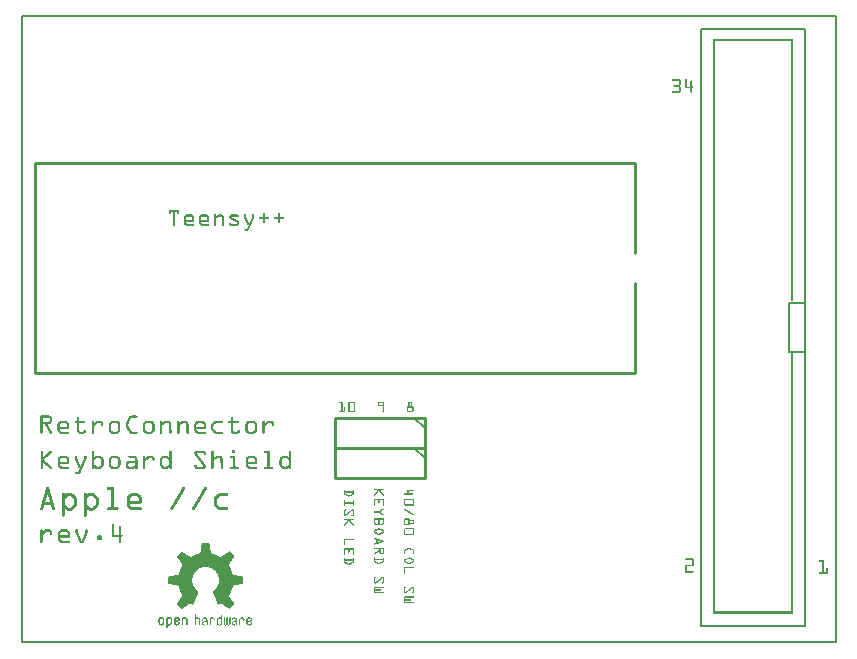
<source format=gto>
G04 MADE WITH FRITZING*
G04 WWW.FRITZING.ORG*
G04 DOUBLE SIDED*
G04 HOLES PLATED*
G04 CONTOUR ON CENTER OF CONTOUR VECTOR*
%ASAXBY*%
%FSLAX23Y23*%
%MOIN*%
%OFA0B0*%
%SFA1.0B1.0*%
%ADD10R,2.720930X2.094140X2.704930X2.078140*%
%ADD11C,0.008000*%
%ADD12R,0.354200X1.995200X0.338200X1.979200*%
%ADD13R,0.063000X0.173200X0.047000X0.157200*%
%ADD14C,0.010000*%
%ADD15C,0.005000*%
%ADD16R,0.001000X0.001000*%
%LNSILK1*%
G90*
G70*
G54D11*
X4Y2090D02*
X2717Y2090D01*
X2717Y4D01*
X4Y4D01*
X4Y2090D01*
D02*
X2270Y2046D02*
X2616Y2046D01*
X2616Y59D01*
X2270Y59D01*
X2270Y2046D01*
D02*
X2561Y1135D02*
X2616Y1135D01*
X2616Y970D01*
X2561Y970D01*
X2561Y1135D01*
D02*
G54D14*
X2048Y1602D02*
X48Y1602D01*
D02*
X48Y1602D02*
X48Y902D01*
D02*
X48Y902D02*
X2048Y902D01*
D02*
X2048Y1602D02*
X2048Y1302D01*
D02*
X2048Y1202D02*
X2048Y902D01*
D02*
X1348Y651D02*
X1048Y651D01*
D02*
X1048Y651D02*
X1048Y551D01*
D02*
X1048Y551D02*
X1348Y551D01*
D02*
X1348Y551D02*
X1348Y651D01*
G54D15*
D02*
X1313Y651D02*
X1348Y616D01*
G54D14*
D02*
X1348Y751D02*
X1048Y751D01*
D02*
X1048Y751D02*
X1048Y651D01*
D02*
X1048Y651D02*
X1348Y651D01*
D02*
X1348Y651D02*
X1348Y751D01*
G54D15*
D02*
X1313Y751D02*
X1348Y716D01*
G54D16*
X2309Y2014D02*
X2575Y2014D01*
X2309Y2013D02*
X2575Y2013D01*
X2309Y2012D02*
X2575Y2012D01*
X2309Y2011D02*
X2575Y2011D01*
X2309Y2010D02*
X2575Y2010D01*
X2309Y2009D02*
X2575Y2009D01*
X2309Y2008D02*
X2575Y2008D01*
X2309Y2007D02*
X2575Y2007D01*
X2309Y2006D02*
X2316Y2006D01*
X2568Y2006D02*
X2575Y2006D01*
X2309Y2005D02*
X2316Y2005D01*
X2568Y2005D02*
X2575Y2005D01*
X2309Y2004D02*
X2316Y2004D01*
X2568Y2004D02*
X2575Y2004D01*
X2309Y2003D02*
X2316Y2003D01*
X2568Y2003D02*
X2575Y2003D01*
X2309Y2002D02*
X2316Y2002D01*
X2568Y2002D02*
X2575Y2002D01*
X2309Y2001D02*
X2316Y2001D01*
X2568Y2001D02*
X2575Y2001D01*
X2309Y2000D02*
X2316Y2000D01*
X2568Y2000D02*
X2575Y2000D01*
X2309Y1999D02*
X2316Y1999D01*
X2568Y1999D02*
X2575Y1999D01*
X2309Y1998D02*
X2316Y1998D01*
X2568Y1998D02*
X2575Y1998D01*
X2309Y1997D02*
X2316Y1997D01*
X2568Y1997D02*
X2575Y1997D01*
X2309Y1996D02*
X2316Y1996D01*
X2568Y1996D02*
X2575Y1996D01*
X2309Y1995D02*
X2316Y1995D01*
X2568Y1995D02*
X2575Y1995D01*
X2309Y1994D02*
X2316Y1994D01*
X2568Y1994D02*
X2575Y1994D01*
X2309Y1993D02*
X2316Y1993D01*
X2568Y1993D02*
X2575Y1993D01*
X2309Y1992D02*
X2316Y1992D01*
X2568Y1992D02*
X2575Y1992D01*
X2309Y1991D02*
X2316Y1991D01*
X2568Y1991D02*
X2575Y1991D01*
X2309Y1990D02*
X2316Y1990D01*
X2568Y1990D02*
X2575Y1990D01*
X2309Y1989D02*
X2316Y1989D01*
X2568Y1989D02*
X2575Y1989D01*
X2309Y1988D02*
X2316Y1988D01*
X2568Y1988D02*
X2575Y1988D01*
X2309Y1987D02*
X2316Y1987D01*
X2568Y1987D02*
X2575Y1987D01*
X2309Y1986D02*
X2316Y1986D01*
X2568Y1986D02*
X2575Y1986D01*
X2309Y1985D02*
X2316Y1985D01*
X2568Y1985D02*
X2575Y1985D01*
X2309Y1984D02*
X2316Y1984D01*
X2568Y1984D02*
X2575Y1984D01*
X2309Y1983D02*
X2316Y1983D01*
X2568Y1983D02*
X2575Y1983D01*
X2309Y1982D02*
X2316Y1982D01*
X2568Y1982D02*
X2575Y1982D01*
X2309Y1981D02*
X2316Y1981D01*
X2568Y1981D02*
X2575Y1981D01*
X2309Y1980D02*
X2316Y1980D01*
X2568Y1980D02*
X2575Y1980D01*
X2309Y1979D02*
X2316Y1979D01*
X2568Y1979D02*
X2575Y1979D01*
X2309Y1978D02*
X2316Y1978D01*
X2568Y1978D02*
X2575Y1978D01*
X2309Y1977D02*
X2316Y1977D01*
X2568Y1977D02*
X2575Y1977D01*
X2309Y1976D02*
X2316Y1976D01*
X2568Y1976D02*
X2575Y1976D01*
X2309Y1975D02*
X2316Y1975D01*
X2568Y1975D02*
X2575Y1975D01*
X2309Y1974D02*
X2316Y1974D01*
X2568Y1974D02*
X2575Y1974D01*
X2309Y1973D02*
X2316Y1973D01*
X2568Y1973D02*
X2575Y1973D01*
X2309Y1972D02*
X2316Y1972D01*
X2568Y1972D02*
X2575Y1972D01*
X2309Y1971D02*
X2316Y1971D01*
X2568Y1971D02*
X2575Y1971D01*
X2309Y1970D02*
X2316Y1970D01*
X2568Y1970D02*
X2575Y1970D01*
X2309Y1969D02*
X2316Y1969D01*
X2568Y1969D02*
X2575Y1969D01*
X2309Y1968D02*
X2316Y1968D01*
X2568Y1968D02*
X2575Y1968D01*
X2309Y1967D02*
X2316Y1967D01*
X2568Y1967D02*
X2575Y1967D01*
X2309Y1966D02*
X2316Y1966D01*
X2568Y1966D02*
X2575Y1966D01*
X2309Y1965D02*
X2316Y1965D01*
X2568Y1965D02*
X2575Y1965D01*
X2309Y1964D02*
X2316Y1964D01*
X2568Y1964D02*
X2575Y1964D01*
X2309Y1963D02*
X2316Y1963D01*
X2568Y1963D02*
X2575Y1963D01*
X2309Y1962D02*
X2316Y1962D01*
X2568Y1962D02*
X2575Y1962D01*
X2309Y1961D02*
X2316Y1961D01*
X2568Y1961D02*
X2575Y1961D01*
X2309Y1960D02*
X2316Y1960D01*
X2568Y1960D02*
X2575Y1960D01*
X2309Y1959D02*
X2316Y1959D01*
X2568Y1959D02*
X2575Y1959D01*
X2309Y1958D02*
X2316Y1958D01*
X2568Y1958D02*
X2575Y1958D01*
X2309Y1957D02*
X2316Y1957D01*
X2568Y1957D02*
X2575Y1957D01*
X2309Y1956D02*
X2316Y1956D01*
X2568Y1956D02*
X2575Y1956D01*
X2309Y1955D02*
X2316Y1955D01*
X2568Y1955D02*
X2575Y1955D01*
X2309Y1954D02*
X2316Y1954D01*
X2568Y1954D02*
X2575Y1954D01*
X2309Y1953D02*
X2316Y1953D01*
X2568Y1953D02*
X2575Y1953D01*
X2309Y1952D02*
X2316Y1952D01*
X2568Y1952D02*
X2575Y1952D01*
X2309Y1951D02*
X2316Y1951D01*
X2568Y1951D02*
X2575Y1951D01*
X2309Y1950D02*
X2316Y1950D01*
X2568Y1950D02*
X2575Y1950D01*
X2309Y1949D02*
X2316Y1949D01*
X2568Y1949D02*
X2575Y1949D01*
X2309Y1948D02*
X2316Y1948D01*
X2568Y1948D02*
X2575Y1948D01*
X2309Y1947D02*
X2316Y1947D01*
X2568Y1947D02*
X2575Y1947D01*
X2309Y1946D02*
X2316Y1946D01*
X2568Y1946D02*
X2575Y1946D01*
X2309Y1945D02*
X2316Y1945D01*
X2568Y1945D02*
X2575Y1945D01*
X2309Y1944D02*
X2316Y1944D01*
X2568Y1944D02*
X2575Y1944D01*
X2309Y1943D02*
X2316Y1943D01*
X2568Y1943D02*
X2575Y1943D01*
X2309Y1942D02*
X2316Y1942D01*
X2568Y1942D02*
X2575Y1942D01*
X2309Y1941D02*
X2316Y1941D01*
X2568Y1941D02*
X2575Y1941D01*
X2309Y1940D02*
X2316Y1940D01*
X2568Y1940D02*
X2575Y1940D01*
X2309Y1939D02*
X2316Y1939D01*
X2568Y1939D02*
X2575Y1939D01*
X2309Y1938D02*
X2316Y1938D01*
X2568Y1938D02*
X2575Y1938D01*
X2309Y1937D02*
X2316Y1937D01*
X2568Y1937D02*
X2575Y1937D01*
X2309Y1936D02*
X2316Y1936D01*
X2568Y1936D02*
X2575Y1936D01*
X2309Y1935D02*
X2316Y1935D01*
X2568Y1935D02*
X2575Y1935D01*
X2309Y1934D02*
X2316Y1934D01*
X2568Y1934D02*
X2575Y1934D01*
X2309Y1933D02*
X2316Y1933D01*
X2568Y1933D02*
X2575Y1933D01*
X2309Y1932D02*
X2316Y1932D01*
X2568Y1932D02*
X2575Y1932D01*
X2309Y1931D02*
X2316Y1931D01*
X2568Y1931D02*
X2575Y1931D01*
X2309Y1930D02*
X2316Y1930D01*
X2568Y1930D02*
X2575Y1930D01*
X2309Y1929D02*
X2316Y1929D01*
X2568Y1929D02*
X2575Y1929D01*
X2309Y1928D02*
X2316Y1928D01*
X2568Y1928D02*
X2575Y1928D01*
X2309Y1927D02*
X2316Y1927D01*
X2568Y1927D02*
X2575Y1927D01*
X2309Y1926D02*
X2316Y1926D01*
X2568Y1926D02*
X2575Y1926D01*
X2309Y1925D02*
X2316Y1925D01*
X2568Y1925D02*
X2575Y1925D01*
X2309Y1924D02*
X2316Y1924D01*
X2568Y1924D02*
X2575Y1924D01*
X2309Y1923D02*
X2316Y1923D01*
X2568Y1923D02*
X2575Y1923D01*
X2309Y1922D02*
X2316Y1922D01*
X2568Y1922D02*
X2575Y1922D01*
X2309Y1921D02*
X2316Y1921D01*
X2568Y1921D02*
X2575Y1921D01*
X2309Y1920D02*
X2316Y1920D01*
X2568Y1920D02*
X2575Y1920D01*
X2309Y1919D02*
X2316Y1919D01*
X2568Y1919D02*
X2575Y1919D01*
X2309Y1918D02*
X2316Y1918D01*
X2568Y1918D02*
X2575Y1918D01*
X2309Y1917D02*
X2316Y1917D01*
X2568Y1917D02*
X2575Y1917D01*
X2309Y1916D02*
X2316Y1916D01*
X2568Y1916D02*
X2575Y1916D01*
X2309Y1915D02*
X2316Y1915D01*
X2568Y1915D02*
X2575Y1915D01*
X2309Y1914D02*
X2316Y1914D01*
X2568Y1914D02*
X2575Y1914D01*
X2309Y1913D02*
X2316Y1913D01*
X2568Y1913D02*
X2575Y1913D01*
X2309Y1912D02*
X2316Y1912D01*
X2568Y1912D02*
X2575Y1912D01*
X2309Y1911D02*
X2316Y1911D01*
X2568Y1911D02*
X2575Y1911D01*
X2309Y1910D02*
X2316Y1910D01*
X2568Y1910D02*
X2575Y1910D01*
X2309Y1909D02*
X2316Y1909D01*
X2568Y1909D02*
X2575Y1909D01*
X2309Y1908D02*
X2316Y1908D01*
X2568Y1908D02*
X2575Y1908D01*
X2309Y1907D02*
X2316Y1907D01*
X2568Y1907D02*
X2575Y1907D01*
X2309Y1906D02*
X2316Y1906D01*
X2568Y1906D02*
X2575Y1906D01*
X2309Y1905D02*
X2316Y1905D01*
X2568Y1905D02*
X2575Y1905D01*
X2309Y1904D02*
X2316Y1904D01*
X2568Y1904D02*
X2575Y1904D01*
X2309Y1903D02*
X2316Y1903D01*
X2568Y1903D02*
X2575Y1903D01*
X2309Y1902D02*
X2316Y1902D01*
X2568Y1902D02*
X2575Y1902D01*
X2309Y1901D02*
X2316Y1901D01*
X2568Y1901D02*
X2575Y1901D01*
X2309Y1900D02*
X2316Y1900D01*
X2568Y1900D02*
X2575Y1900D01*
X2309Y1899D02*
X2316Y1899D01*
X2568Y1899D02*
X2575Y1899D01*
X2309Y1898D02*
X2316Y1898D01*
X2568Y1898D02*
X2575Y1898D01*
X2309Y1897D02*
X2316Y1897D01*
X2568Y1897D02*
X2575Y1897D01*
X2309Y1896D02*
X2316Y1896D01*
X2568Y1896D02*
X2575Y1896D01*
X2309Y1895D02*
X2316Y1895D01*
X2568Y1895D02*
X2575Y1895D01*
X2309Y1894D02*
X2316Y1894D01*
X2568Y1894D02*
X2575Y1894D01*
X2309Y1893D02*
X2316Y1893D01*
X2568Y1893D02*
X2575Y1893D01*
X2309Y1892D02*
X2316Y1892D01*
X2568Y1892D02*
X2575Y1892D01*
X2309Y1891D02*
X2316Y1891D01*
X2568Y1891D02*
X2575Y1891D01*
X2309Y1890D02*
X2316Y1890D01*
X2568Y1890D02*
X2575Y1890D01*
X2309Y1889D02*
X2316Y1889D01*
X2568Y1889D02*
X2575Y1889D01*
X2309Y1888D02*
X2316Y1888D01*
X2568Y1888D02*
X2575Y1888D01*
X2309Y1887D02*
X2316Y1887D01*
X2568Y1887D02*
X2575Y1887D01*
X2309Y1886D02*
X2316Y1886D01*
X2568Y1886D02*
X2575Y1886D01*
X2309Y1885D02*
X2316Y1885D01*
X2568Y1885D02*
X2575Y1885D01*
X2309Y1884D02*
X2316Y1884D01*
X2568Y1884D02*
X2575Y1884D01*
X2309Y1883D02*
X2316Y1883D01*
X2568Y1883D02*
X2575Y1883D01*
X2309Y1882D02*
X2316Y1882D01*
X2568Y1882D02*
X2575Y1882D01*
X2172Y1881D02*
X2197Y1881D01*
X2218Y1881D02*
X2220Y1881D01*
X2309Y1881D02*
X2316Y1881D01*
X2568Y1881D02*
X2575Y1881D01*
X2171Y1880D02*
X2198Y1880D01*
X2217Y1880D02*
X2221Y1880D01*
X2309Y1880D02*
X2316Y1880D01*
X2568Y1880D02*
X2575Y1880D01*
X2171Y1879D02*
X2199Y1879D01*
X2216Y1879D02*
X2221Y1879D01*
X2309Y1879D02*
X2316Y1879D01*
X2568Y1879D02*
X2575Y1879D01*
X2171Y1878D02*
X2200Y1878D01*
X2216Y1878D02*
X2221Y1878D01*
X2309Y1878D02*
X2316Y1878D01*
X2568Y1878D02*
X2575Y1878D01*
X2171Y1877D02*
X2200Y1877D01*
X2216Y1877D02*
X2221Y1877D01*
X2309Y1877D02*
X2316Y1877D01*
X2568Y1877D02*
X2575Y1877D01*
X2172Y1876D02*
X2200Y1876D01*
X2216Y1876D02*
X2221Y1876D01*
X2236Y1876D02*
X2238Y1876D01*
X2309Y1876D02*
X2316Y1876D01*
X2568Y1876D02*
X2575Y1876D01*
X2195Y1875D02*
X2200Y1875D01*
X2216Y1875D02*
X2221Y1875D01*
X2235Y1875D02*
X2239Y1875D01*
X2309Y1875D02*
X2316Y1875D01*
X2568Y1875D02*
X2575Y1875D01*
X2195Y1874D02*
X2200Y1874D01*
X2216Y1874D02*
X2221Y1874D01*
X2234Y1874D02*
X2239Y1874D01*
X2309Y1874D02*
X2316Y1874D01*
X2568Y1874D02*
X2575Y1874D01*
X2195Y1873D02*
X2200Y1873D01*
X2216Y1873D02*
X2221Y1873D01*
X2234Y1873D02*
X2239Y1873D01*
X2309Y1873D02*
X2316Y1873D01*
X2568Y1873D02*
X2575Y1873D01*
X2195Y1872D02*
X2200Y1872D01*
X2216Y1872D02*
X2221Y1872D01*
X2234Y1872D02*
X2239Y1872D01*
X2309Y1872D02*
X2316Y1872D01*
X2568Y1872D02*
X2575Y1872D01*
X2195Y1871D02*
X2200Y1871D01*
X2216Y1871D02*
X2221Y1871D01*
X2234Y1871D02*
X2239Y1871D01*
X2309Y1871D02*
X2316Y1871D01*
X2568Y1871D02*
X2575Y1871D01*
X2195Y1870D02*
X2200Y1870D01*
X2216Y1870D02*
X2221Y1870D01*
X2234Y1870D02*
X2239Y1870D01*
X2309Y1870D02*
X2316Y1870D01*
X2568Y1870D02*
X2575Y1870D01*
X2195Y1869D02*
X2200Y1869D01*
X2216Y1869D02*
X2221Y1869D01*
X2234Y1869D02*
X2239Y1869D01*
X2309Y1869D02*
X2316Y1869D01*
X2568Y1869D02*
X2575Y1869D01*
X2195Y1868D02*
X2200Y1868D01*
X2216Y1868D02*
X2221Y1868D01*
X2234Y1868D02*
X2239Y1868D01*
X2309Y1868D02*
X2316Y1868D01*
X2568Y1868D02*
X2575Y1868D01*
X2195Y1867D02*
X2200Y1867D01*
X2216Y1867D02*
X2221Y1867D01*
X2234Y1867D02*
X2239Y1867D01*
X2309Y1867D02*
X2316Y1867D01*
X2568Y1867D02*
X2575Y1867D01*
X2195Y1866D02*
X2200Y1866D01*
X2216Y1866D02*
X2221Y1866D01*
X2234Y1866D02*
X2239Y1866D01*
X2309Y1866D02*
X2316Y1866D01*
X2568Y1866D02*
X2575Y1866D01*
X2195Y1865D02*
X2200Y1865D01*
X2216Y1865D02*
X2221Y1865D01*
X2234Y1865D02*
X2239Y1865D01*
X2309Y1865D02*
X2316Y1865D01*
X2568Y1865D02*
X2575Y1865D01*
X2195Y1864D02*
X2200Y1864D01*
X2216Y1864D02*
X2221Y1864D01*
X2234Y1864D02*
X2239Y1864D01*
X2309Y1864D02*
X2316Y1864D01*
X2568Y1864D02*
X2575Y1864D01*
X2195Y1863D02*
X2200Y1863D01*
X2216Y1863D02*
X2221Y1863D01*
X2234Y1863D02*
X2239Y1863D01*
X2309Y1863D02*
X2316Y1863D01*
X2568Y1863D02*
X2575Y1863D01*
X2194Y1862D02*
X2200Y1862D01*
X2216Y1862D02*
X2221Y1862D01*
X2234Y1862D02*
X2239Y1862D01*
X2309Y1862D02*
X2316Y1862D01*
X2568Y1862D02*
X2575Y1862D01*
X2180Y1861D02*
X2200Y1861D01*
X2216Y1861D02*
X2221Y1861D01*
X2234Y1861D02*
X2239Y1861D01*
X2309Y1861D02*
X2316Y1861D01*
X2568Y1861D02*
X2575Y1861D01*
X2178Y1860D02*
X2199Y1860D01*
X2216Y1860D02*
X2221Y1860D01*
X2234Y1860D02*
X2239Y1860D01*
X2309Y1860D02*
X2316Y1860D01*
X2568Y1860D02*
X2575Y1860D01*
X2177Y1859D02*
X2199Y1859D01*
X2216Y1859D02*
X2221Y1859D01*
X2234Y1859D02*
X2239Y1859D01*
X2309Y1859D02*
X2316Y1859D01*
X2568Y1859D02*
X2575Y1859D01*
X2177Y1858D02*
X2198Y1858D01*
X2216Y1858D02*
X2221Y1858D01*
X2234Y1858D02*
X2239Y1858D01*
X2309Y1858D02*
X2316Y1858D01*
X2568Y1858D02*
X2575Y1858D01*
X2177Y1857D02*
X2199Y1857D01*
X2216Y1857D02*
X2221Y1857D01*
X2234Y1857D02*
X2239Y1857D01*
X2309Y1857D02*
X2316Y1857D01*
X2568Y1857D02*
X2575Y1857D01*
X2178Y1856D02*
X2199Y1856D01*
X2216Y1856D02*
X2222Y1856D01*
X2234Y1856D02*
X2240Y1856D01*
X2309Y1856D02*
X2316Y1856D01*
X2568Y1856D02*
X2575Y1856D01*
X2179Y1855D02*
X2200Y1855D01*
X2216Y1855D02*
X2242Y1855D01*
X2309Y1855D02*
X2316Y1855D01*
X2568Y1855D02*
X2575Y1855D01*
X2194Y1854D02*
X2200Y1854D01*
X2216Y1854D02*
X2242Y1854D01*
X2309Y1854D02*
X2316Y1854D01*
X2568Y1854D02*
X2575Y1854D01*
X2195Y1853D02*
X2200Y1853D01*
X2216Y1853D02*
X2242Y1853D01*
X2309Y1853D02*
X2316Y1853D01*
X2568Y1853D02*
X2575Y1853D01*
X2195Y1852D02*
X2200Y1852D01*
X2216Y1852D02*
X2242Y1852D01*
X2309Y1852D02*
X2316Y1852D01*
X2568Y1852D02*
X2575Y1852D01*
X2195Y1851D02*
X2200Y1851D01*
X2216Y1851D02*
X2242Y1851D01*
X2309Y1851D02*
X2316Y1851D01*
X2568Y1851D02*
X2575Y1851D01*
X2195Y1850D02*
X2200Y1850D01*
X2216Y1850D02*
X2241Y1850D01*
X2309Y1850D02*
X2316Y1850D01*
X2568Y1850D02*
X2575Y1850D01*
X2195Y1849D02*
X2200Y1849D01*
X2234Y1849D02*
X2239Y1849D01*
X2309Y1849D02*
X2316Y1849D01*
X2568Y1849D02*
X2575Y1849D01*
X2195Y1848D02*
X2200Y1848D01*
X2234Y1848D02*
X2239Y1848D01*
X2309Y1848D02*
X2316Y1848D01*
X2568Y1848D02*
X2575Y1848D01*
X2195Y1847D02*
X2200Y1847D01*
X2234Y1847D02*
X2239Y1847D01*
X2309Y1847D02*
X2316Y1847D01*
X2568Y1847D02*
X2575Y1847D01*
X2195Y1846D02*
X2200Y1846D01*
X2234Y1846D02*
X2239Y1846D01*
X2309Y1846D02*
X2316Y1846D01*
X2568Y1846D02*
X2575Y1846D01*
X2195Y1845D02*
X2200Y1845D01*
X2234Y1845D02*
X2239Y1845D01*
X2309Y1845D02*
X2316Y1845D01*
X2568Y1845D02*
X2575Y1845D01*
X2195Y1844D02*
X2200Y1844D01*
X2234Y1844D02*
X2239Y1844D01*
X2309Y1844D02*
X2316Y1844D01*
X2568Y1844D02*
X2575Y1844D01*
X2195Y1843D02*
X2200Y1843D01*
X2234Y1843D02*
X2239Y1843D01*
X2309Y1843D02*
X2316Y1843D01*
X2568Y1843D02*
X2575Y1843D01*
X2195Y1842D02*
X2200Y1842D01*
X2234Y1842D02*
X2239Y1842D01*
X2309Y1842D02*
X2316Y1842D01*
X2568Y1842D02*
X2575Y1842D01*
X2195Y1841D02*
X2200Y1841D01*
X2234Y1841D02*
X2239Y1841D01*
X2309Y1841D02*
X2316Y1841D01*
X2568Y1841D02*
X2575Y1841D01*
X2172Y1840D02*
X2200Y1840D01*
X2234Y1840D02*
X2239Y1840D01*
X2309Y1840D02*
X2316Y1840D01*
X2568Y1840D02*
X2575Y1840D01*
X2171Y1839D02*
X2200Y1839D01*
X2234Y1839D02*
X2239Y1839D01*
X2309Y1839D02*
X2316Y1839D01*
X2568Y1839D02*
X2575Y1839D01*
X2171Y1838D02*
X2200Y1838D01*
X2234Y1838D02*
X2239Y1838D01*
X2309Y1838D02*
X2316Y1838D01*
X2568Y1838D02*
X2575Y1838D01*
X2171Y1837D02*
X2199Y1837D01*
X2234Y1837D02*
X2239Y1837D01*
X2309Y1837D02*
X2316Y1837D01*
X2568Y1837D02*
X2575Y1837D01*
X2171Y1836D02*
X2198Y1836D01*
X2235Y1836D02*
X2239Y1836D01*
X2309Y1836D02*
X2316Y1836D01*
X2568Y1836D02*
X2575Y1836D01*
X2172Y1835D02*
X2197Y1835D01*
X2235Y1835D02*
X2238Y1835D01*
X2309Y1835D02*
X2316Y1835D01*
X2568Y1835D02*
X2575Y1835D01*
X2309Y1834D02*
X2316Y1834D01*
X2568Y1834D02*
X2575Y1834D01*
X2309Y1833D02*
X2316Y1833D01*
X2568Y1833D02*
X2575Y1833D01*
X2309Y1832D02*
X2316Y1832D01*
X2568Y1832D02*
X2575Y1832D01*
X2309Y1831D02*
X2316Y1831D01*
X2568Y1831D02*
X2575Y1831D01*
X2309Y1830D02*
X2316Y1830D01*
X2568Y1830D02*
X2575Y1830D01*
X2309Y1829D02*
X2316Y1829D01*
X2568Y1829D02*
X2575Y1829D01*
X2309Y1828D02*
X2316Y1828D01*
X2568Y1828D02*
X2575Y1828D01*
X2309Y1827D02*
X2316Y1827D01*
X2568Y1827D02*
X2575Y1827D01*
X2309Y1826D02*
X2316Y1826D01*
X2568Y1826D02*
X2575Y1826D01*
X2309Y1825D02*
X2316Y1825D01*
X2568Y1825D02*
X2575Y1825D01*
X2309Y1824D02*
X2316Y1824D01*
X2568Y1824D02*
X2575Y1824D01*
X2309Y1823D02*
X2316Y1823D01*
X2568Y1823D02*
X2575Y1823D01*
X2309Y1822D02*
X2316Y1822D01*
X2568Y1822D02*
X2575Y1822D01*
X2309Y1821D02*
X2316Y1821D01*
X2568Y1821D02*
X2575Y1821D01*
X2309Y1820D02*
X2316Y1820D01*
X2568Y1820D02*
X2575Y1820D01*
X2309Y1819D02*
X2316Y1819D01*
X2568Y1819D02*
X2575Y1819D01*
X2309Y1818D02*
X2316Y1818D01*
X2568Y1818D02*
X2575Y1818D01*
X2309Y1817D02*
X2316Y1817D01*
X2568Y1817D02*
X2575Y1817D01*
X2309Y1816D02*
X2316Y1816D01*
X2568Y1816D02*
X2575Y1816D01*
X2309Y1815D02*
X2316Y1815D01*
X2568Y1815D02*
X2575Y1815D01*
X2309Y1814D02*
X2316Y1814D01*
X2568Y1814D02*
X2575Y1814D01*
X2309Y1813D02*
X2316Y1813D01*
X2568Y1813D02*
X2575Y1813D01*
X2309Y1812D02*
X2316Y1812D01*
X2568Y1812D02*
X2575Y1812D01*
X2309Y1811D02*
X2316Y1811D01*
X2568Y1811D02*
X2575Y1811D01*
X2309Y1810D02*
X2316Y1810D01*
X2568Y1810D02*
X2575Y1810D01*
X2309Y1809D02*
X2316Y1809D01*
X2568Y1809D02*
X2575Y1809D01*
X2309Y1808D02*
X2316Y1808D01*
X2568Y1808D02*
X2575Y1808D01*
X2309Y1807D02*
X2316Y1807D01*
X2568Y1807D02*
X2575Y1807D01*
X2309Y1806D02*
X2316Y1806D01*
X2568Y1806D02*
X2575Y1806D01*
X2309Y1805D02*
X2316Y1805D01*
X2568Y1805D02*
X2575Y1805D01*
X2309Y1804D02*
X2316Y1804D01*
X2568Y1804D02*
X2575Y1804D01*
X2309Y1803D02*
X2316Y1803D01*
X2568Y1803D02*
X2575Y1803D01*
X2309Y1802D02*
X2316Y1802D01*
X2568Y1802D02*
X2575Y1802D01*
X2309Y1801D02*
X2316Y1801D01*
X2568Y1801D02*
X2575Y1801D01*
X2309Y1800D02*
X2316Y1800D01*
X2568Y1800D02*
X2575Y1800D01*
X2309Y1799D02*
X2316Y1799D01*
X2568Y1799D02*
X2575Y1799D01*
X2309Y1798D02*
X2316Y1798D01*
X2568Y1798D02*
X2575Y1798D01*
X2309Y1797D02*
X2316Y1797D01*
X2568Y1797D02*
X2575Y1797D01*
X2309Y1796D02*
X2316Y1796D01*
X2568Y1796D02*
X2575Y1796D01*
X2309Y1795D02*
X2316Y1795D01*
X2568Y1795D02*
X2575Y1795D01*
X2309Y1794D02*
X2316Y1794D01*
X2568Y1794D02*
X2575Y1794D01*
X2309Y1793D02*
X2316Y1793D01*
X2568Y1793D02*
X2575Y1793D01*
X2309Y1792D02*
X2316Y1792D01*
X2568Y1792D02*
X2575Y1792D01*
X2309Y1791D02*
X2316Y1791D01*
X2568Y1791D02*
X2575Y1791D01*
X2309Y1790D02*
X2316Y1790D01*
X2568Y1790D02*
X2575Y1790D01*
X2309Y1789D02*
X2316Y1789D01*
X2568Y1789D02*
X2575Y1789D01*
X2309Y1788D02*
X2316Y1788D01*
X2568Y1788D02*
X2575Y1788D01*
X2309Y1787D02*
X2316Y1787D01*
X2568Y1787D02*
X2575Y1787D01*
X2309Y1786D02*
X2316Y1786D01*
X2568Y1786D02*
X2575Y1786D01*
X2309Y1785D02*
X2316Y1785D01*
X2568Y1785D02*
X2575Y1785D01*
X2309Y1784D02*
X2316Y1784D01*
X2568Y1784D02*
X2575Y1784D01*
X2309Y1783D02*
X2316Y1783D01*
X2568Y1783D02*
X2575Y1783D01*
X2309Y1782D02*
X2316Y1782D01*
X2568Y1782D02*
X2575Y1782D01*
X2309Y1781D02*
X2316Y1781D01*
X2568Y1781D02*
X2575Y1781D01*
X2309Y1780D02*
X2316Y1780D01*
X2568Y1780D02*
X2575Y1780D01*
X2309Y1779D02*
X2316Y1779D01*
X2568Y1779D02*
X2575Y1779D01*
X2309Y1778D02*
X2316Y1778D01*
X2568Y1778D02*
X2575Y1778D01*
X2309Y1777D02*
X2316Y1777D01*
X2568Y1777D02*
X2575Y1777D01*
X2309Y1776D02*
X2316Y1776D01*
X2568Y1776D02*
X2575Y1776D01*
X2309Y1775D02*
X2316Y1775D01*
X2568Y1775D02*
X2575Y1775D01*
X2309Y1774D02*
X2316Y1774D01*
X2568Y1774D02*
X2575Y1774D01*
X2309Y1773D02*
X2316Y1773D01*
X2568Y1773D02*
X2575Y1773D01*
X2309Y1772D02*
X2316Y1772D01*
X2568Y1772D02*
X2575Y1772D01*
X2309Y1771D02*
X2316Y1771D01*
X2568Y1771D02*
X2575Y1771D01*
X2309Y1770D02*
X2316Y1770D01*
X2568Y1770D02*
X2575Y1770D01*
X2309Y1769D02*
X2316Y1769D01*
X2568Y1769D02*
X2575Y1769D01*
X2309Y1768D02*
X2316Y1768D01*
X2568Y1768D02*
X2575Y1768D01*
X2309Y1767D02*
X2316Y1767D01*
X2568Y1767D02*
X2575Y1767D01*
X2309Y1766D02*
X2316Y1766D01*
X2568Y1766D02*
X2575Y1766D01*
X2309Y1765D02*
X2316Y1765D01*
X2568Y1765D02*
X2575Y1765D01*
X2309Y1764D02*
X2316Y1764D01*
X2568Y1764D02*
X2575Y1764D01*
X2309Y1763D02*
X2316Y1763D01*
X2568Y1763D02*
X2575Y1763D01*
X2309Y1762D02*
X2316Y1762D01*
X2568Y1762D02*
X2575Y1762D01*
X2309Y1761D02*
X2316Y1761D01*
X2568Y1761D02*
X2575Y1761D01*
X2309Y1760D02*
X2316Y1760D01*
X2568Y1760D02*
X2575Y1760D01*
X2309Y1759D02*
X2316Y1759D01*
X2568Y1759D02*
X2575Y1759D01*
X2309Y1758D02*
X2316Y1758D01*
X2568Y1758D02*
X2575Y1758D01*
X2309Y1757D02*
X2316Y1757D01*
X2568Y1757D02*
X2575Y1757D01*
X2309Y1756D02*
X2316Y1756D01*
X2568Y1756D02*
X2575Y1756D01*
X2309Y1755D02*
X2316Y1755D01*
X2568Y1755D02*
X2575Y1755D01*
X2309Y1754D02*
X2316Y1754D01*
X2568Y1754D02*
X2575Y1754D01*
X2309Y1753D02*
X2316Y1753D01*
X2568Y1753D02*
X2575Y1753D01*
X2309Y1752D02*
X2316Y1752D01*
X2568Y1752D02*
X2575Y1752D01*
X2309Y1751D02*
X2316Y1751D01*
X2568Y1751D02*
X2575Y1751D01*
X2309Y1750D02*
X2316Y1750D01*
X2568Y1750D02*
X2575Y1750D01*
X2309Y1749D02*
X2316Y1749D01*
X2568Y1749D02*
X2575Y1749D01*
X2309Y1748D02*
X2316Y1748D01*
X2568Y1748D02*
X2575Y1748D01*
X2309Y1747D02*
X2316Y1747D01*
X2568Y1747D02*
X2575Y1747D01*
X2309Y1746D02*
X2316Y1746D01*
X2568Y1746D02*
X2575Y1746D01*
X2309Y1745D02*
X2316Y1745D01*
X2568Y1745D02*
X2575Y1745D01*
X2309Y1744D02*
X2316Y1744D01*
X2568Y1744D02*
X2575Y1744D01*
X2309Y1743D02*
X2316Y1743D01*
X2568Y1743D02*
X2575Y1743D01*
X2309Y1742D02*
X2316Y1742D01*
X2568Y1742D02*
X2575Y1742D01*
X2309Y1741D02*
X2316Y1741D01*
X2568Y1741D02*
X2575Y1741D01*
X2309Y1740D02*
X2316Y1740D01*
X2568Y1740D02*
X2575Y1740D01*
X2309Y1739D02*
X2316Y1739D01*
X2568Y1739D02*
X2575Y1739D01*
X2309Y1738D02*
X2316Y1738D01*
X2568Y1738D02*
X2575Y1738D01*
X2309Y1737D02*
X2316Y1737D01*
X2568Y1737D02*
X2575Y1737D01*
X2309Y1736D02*
X2316Y1736D01*
X2568Y1736D02*
X2575Y1736D01*
X2309Y1735D02*
X2316Y1735D01*
X2568Y1735D02*
X2575Y1735D01*
X2309Y1734D02*
X2316Y1734D01*
X2568Y1734D02*
X2575Y1734D01*
X2309Y1733D02*
X2316Y1733D01*
X2568Y1733D02*
X2575Y1733D01*
X2309Y1732D02*
X2316Y1732D01*
X2568Y1732D02*
X2575Y1732D01*
X2309Y1731D02*
X2316Y1731D01*
X2568Y1731D02*
X2575Y1731D01*
X2309Y1730D02*
X2316Y1730D01*
X2568Y1730D02*
X2575Y1730D01*
X2309Y1729D02*
X2316Y1729D01*
X2568Y1729D02*
X2575Y1729D01*
X2309Y1728D02*
X2316Y1728D01*
X2568Y1728D02*
X2575Y1728D01*
X2309Y1727D02*
X2316Y1727D01*
X2568Y1727D02*
X2575Y1727D01*
X2309Y1726D02*
X2316Y1726D01*
X2568Y1726D02*
X2575Y1726D01*
X2309Y1725D02*
X2316Y1725D01*
X2568Y1725D02*
X2575Y1725D01*
X2309Y1724D02*
X2316Y1724D01*
X2568Y1724D02*
X2575Y1724D01*
X2309Y1723D02*
X2316Y1723D01*
X2568Y1723D02*
X2575Y1723D01*
X2309Y1722D02*
X2316Y1722D01*
X2568Y1722D02*
X2575Y1722D01*
X2309Y1721D02*
X2316Y1721D01*
X2568Y1721D02*
X2575Y1721D01*
X2309Y1720D02*
X2316Y1720D01*
X2568Y1720D02*
X2575Y1720D01*
X2309Y1719D02*
X2316Y1719D01*
X2568Y1719D02*
X2575Y1719D01*
X2309Y1718D02*
X2316Y1718D01*
X2568Y1718D02*
X2575Y1718D01*
X2309Y1717D02*
X2316Y1717D01*
X2568Y1717D02*
X2575Y1717D01*
X2309Y1716D02*
X2316Y1716D01*
X2568Y1716D02*
X2575Y1716D01*
X2309Y1715D02*
X2316Y1715D01*
X2568Y1715D02*
X2575Y1715D01*
X2309Y1714D02*
X2316Y1714D01*
X2568Y1714D02*
X2575Y1714D01*
X2309Y1713D02*
X2316Y1713D01*
X2568Y1713D02*
X2575Y1713D01*
X2309Y1712D02*
X2316Y1712D01*
X2568Y1712D02*
X2575Y1712D01*
X2309Y1711D02*
X2316Y1711D01*
X2568Y1711D02*
X2575Y1711D01*
X2309Y1710D02*
X2316Y1710D01*
X2568Y1710D02*
X2575Y1710D01*
X2309Y1709D02*
X2316Y1709D01*
X2568Y1709D02*
X2575Y1709D01*
X2309Y1708D02*
X2316Y1708D01*
X2568Y1708D02*
X2575Y1708D01*
X2309Y1707D02*
X2316Y1707D01*
X2568Y1707D02*
X2575Y1707D01*
X2309Y1706D02*
X2316Y1706D01*
X2568Y1706D02*
X2575Y1706D01*
X2309Y1705D02*
X2316Y1705D01*
X2568Y1705D02*
X2575Y1705D01*
X2309Y1704D02*
X2316Y1704D01*
X2568Y1704D02*
X2575Y1704D01*
X2309Y1703D02*
X2316Y1703D01*
X2568Y1703D02*
X2575Y1703D01*
X2309Y1702D02*
X2316Y1702D01*
X2568Y1702D02*
X2575Y1702D01*
X2309Y1701D02*
X2316Y1701D01*
X2568Y1701D02*
X2575Y1701D01*
X2309Y1700D02*
X2316Y1700D01*
X2568Y1700D02*
X2575Y1700D01*
X2309Y1699D02*
X2316Y1699D01*
X2568Y1699D02*
X2575Y1699D01*
X2309Y1698D02*
X2316Y1698D01*
X2568Y1698D02*
X2575Y1698D01*
X2309Y1697D02*
X2316Y1697D01*
X2568Y1697D02*
X2575Y1697D01*
X2309Y1696D02*
X2316Y1696D01*
X2568Y1696D02*
X2575Y1696D01*
X2309Y1695D02*
X2316Y1695D01*
X2568Y1695D02*
X2575Y1695D01*
X2309Y1694D02*
X2316Y1694D01*
X2568Y1694D02*
X2575Y1694D01*
X2309Y1693D02*
X2316Y1693D01*
X2568Y1693D02*
X2575Y1693D01*
X2309Y1692D02*
X2316Y1692D01*
X2568Y1692D02*
X2575Y1692D01*
X2309Y1691D02*
X2316Y1691D01*
X2568Y1691D02*
X2575Y1691D01*
X2309Y1690D02*
X2316Y1690D01*
X2568Y1690D02*
X2575Y1690D01*
X2309Y1689D02*
X2316Y1689D01*
X2568Y1689D02*
X2575Y1689D01*
X2309Y1688D02*
X2316Y1688D01*
X2568Y1688D02*
X2575Y1688D01*
X2309Y1687D02*
X2316Y1687D01*
X2568Y1687D02*
X2575Y1687D01*
X2309Y1686D02*
X2316Y1686D01*
X2568Y1686D02*
X2575Y1686D01*
X2309Y1685D02*
X2316Y1685D01*
X2568Y1685D02*
X2575Y1685D01*
X2309Y1684D02*
X2316Y1684D01*
X2568Y1684D02*
X2575Y1684D01*
X2309Y1683D02*
X2316Y1683D01*
X2568Y1683D02*
X2575Y1683D01*
X2309Y1682D02*
X2316Y1682D01*
X2568Y1682D02*
X2575Y1682D01*
X2309Y1681D02*
X2316Y1681D01*
X2568Y1681D02*
X2575Y1681D01*
X2309Y1680D02*
X2316Y1680D01*
X2568Y1680D02*
X2575Y1680D01*
X2309Y1679D02*
X2316Y1679D01*
X2568Y1679D02*
X2575Y1679D01*
X2309Y1678D02*
X2316Y1678D01*
X2568Y1678D02*
X2575Y1678D01*
X2309Y1677D02*
X2316Y1677D01*
X2568Y1677D02*
X2575Y1677D01*
X2309Y1676D02*
X2316Y1676D01*
X2568Y1676D02*
X2575Y1676D01*
X2309Y1675D02*
X2316Y1675D01*
X2568Y1675D02*
X2575Y1675D01*
X2309Y1674D02*
X2316Y1674D01*
X2568Y1674D02*
X2575Y1674D01*
X2309Y1673D02*
X2316Y1673D01*
X2568Y1673D02*
X2575Y1673D01*
X2309Y1672D02*
X2316Y1672D01*
X2568Y1672D02*
X2575Y1672D01*
X2309Y1671D02*
X2316Y1671D01*
X2568Y1671D02*
X2575Y1671D01*
X2309Y1670D02*
X2316Y1670D01*
X2568Y1670D02*
X2575Y1670D01*
X2309Y1669D02*
X2316Y1669D01*
X2568Y1669D02*
X2575Y1669D01*
X2309Y1668D02*
X2316Y1668D01*
X2568Y1668D02*
X2575Y1668D01*
X2309Y1667D02*
X2316Y1667D01*
X2568Y1667D02*
X2575Y1667D01*
X2309Y1666D02*
X2316Y1666D01*
X2568Y1666D02*
X2575Y1666D01*
X2309Y1665D02*
X2316Y1665D01*
X2568Y1665D02*
X2575Y1665D01*
X2309Y1664D02*
X2316Y1664D01*
X2568Y1664D02*
X2575Y1664D01*
X2309Y1663D02*
X2316Y1663D01*
X2568Y1663D02*
X2575Y1663D01*
X2309Y1662D02*
X2316Y1662D01*
X2568Y1662D02*
X2575Y1662D01*
X2309Y1661D02*
X2316Y1661D01*
X2568Y1661D02*
X2575Y1661D01*
X2309Y1660D02*
X2316Y1660D01*
X2568Y1660D02*
X2575Y1660D01*
X2309Y1659D02*
X2316Y1659D01*
X2568Y1659D02*
X2575Y1659D01*
X2309Y1658D02*
X2316Y1658D01*
X2568Y1658D02*
X2575Y1658D01*
X2309Y1657D02*
X2316Y1657D01*
X2568Y1657D02*
X2575Y1657D01*
X2309Y1656D02*
X2316Y1656D01*
X2568Y1656D02*
X2575Y1656D01*
X2309Y1655D02*
X2316Y1655D01*
X2568Y1655D02*
X2575Y1655D01*
X2309Y1654D02*
X2316Y1654D01*
X2568Y1654D02*
X2575Y1654D01*
X2309Y1653D02*
X2316Y1653D01*
X2568Y1653D02*
X2575Y1653D01*
X2309Y1652D02*
X2316Y1652D01*
X2568Y1652D02*
X2575Y1652D01*
X2309Y1651D02*
X2316Y1651D01*
X2568Y1651D02*
X2575Y1651D01*
X2309Y1650D02*
X2316Y1650D01*
X2568Y1650D02*
X2575Y1650D01*
X2309Y1649D02*
X2316Y1649D01*
X2568Y1649D02*
X2575Y1649D01*
X2309Y1648D02*
X2316Y1648D01*
X2568Y1648D02*
X2575Y1648D01*
X2309Y1647D02*
X2316Y1647D01*
X2568Y1647D02*
X2575Y1647D01*
X2309Y1646D02*
X2316Y1646D01*
X2568Y1646D02*
X2575Y1646D01*
X2309Y1645D02*
X2316Y1645D01*
X2568Y1645D02*
X2575Y1645D01*
X2309Y1644D02*
X2316Y1644D01*
X2568Y1644D02*
X2575Y1644D01*
X2309Y1643D02*
X2316Y1643D01*
X2568Y1643D02*
X2575Y1643D01*
X2309Y1642D02*
X2316Y1642D01*
X2568Y1642D02*
X2575Y1642D01*
X2309Y1641D02*
X2316Y1641D01*
X2568Y1641D02*
X2575Y1641D01*
X2309Y1640D02*
X2316Y1640D01*
X2568Y1640D02*
X2575Y1640D01*
X2309Y1639D02*
X2316Y1639D01*
X2568Y1639D02*
X2575Y1639D01*
X2309Y1638D02*
X2316Y1638D01*
X2568Y1638D02*
X2575Y1638D01*
X2309Y1637D02*
X2316Y1637D01*
X2568Y1637D02*
X2575Y1637D01*
X2309Y1636D02*
X2316Y1636D01*
X2568Y1636D02*
X2575Y1636D01*
X2309Y1635D02*
X2316Y1635D01*
X2568Y1635D02*
X2575Y1635D01*
X2309Y1634D02*
X2316Y1634D01*
X2568Y1634D02*
X2575Y1634D01*
X2309Y1633D02*
X2316Y1633D01*
X2568Y1633D02*
X2575Y1633D01*
X2309Y1632D02*
X2316Y1632D01*
X2568Y1632D02*
X2575Y1632D01*
X2309Y1631D02*
X2316Y1631D01*
X2568Y1631D02*
X2575Y1631D01*
X2309Y1630D02*
X2316Y1630D01*
X2568Y1630D02*
X2575Y1630D01*
X2309Y1629D02*
X2316Y1629D01*
X2568Y1629D02*
X2575Y1629D01*
X2309Y1628D02*
X2316Y1628D01*
X2568Y1628D02*
X2575Y1628D01*
X2309Y1627D02*
X2316Y1627D01*
X2568Y1627D02*
X2575Y1627D01*
X2309Y1626D02*
X2316Y1626D01*
X2568Y1626D02*
X2575Y1626D01*
X2309Y1625D02*
X2316Y1625D01*
X2568Y1625D02*
X2575Y1625D01*
X2309Y1624D02*
X2316Y1624D01*
X2568Y1624D02*
X2575Y1624D01*
X2309Y1623D02*
X2316Y1623D01*
X2568Y1623D02*
X2575Y1623D01*
X2309Y1622D02*
X2316Y1622D01*
X2568Y1622D02*
X2575Y1622D01*
X2309Y1621D02*
X2316Y1621D01*
X2568Y1621D02*
X2575Y1621D01*
X2309Y1620D02*
X2316Y1620D01*
X2568Y1620D02*
X2575Y1620D01*
X2309Y1619D02*
X2316Y1619D01*
X2568Y1619D02*
X2575Y1619D01*
X2309Y1618D02*
X2316Y1618D01*
X2568Y1618D02*
X2575Y1618D01*
X2309Y1617D02*
X2316Y1617D01*
X2568Y1617D02*
X2575Y1617D01*
X2309Y1616D02*
X2316Y1616D01*
X2568Y1616D02*
X2575Y1616D01*
X2309Y1615D02*
X2316Y1615D01*
X2568Y1615D02*
X2575Y1615D01*
X2309Y1614D02*
X2316Y1614D01*
X2568Y1614D02*
X2575Y1614D01*
X2309Y1613D02*
X2316Y1613D01*
X2568Y1613D02*
X2575Y1613D01*
X2309Y1612D02*
X2316Y1612D01*
X2568Y1612D02*
X2575Y1612D01*
X2309Y1611D02*
X2316Y1611D01*
X2568Y1611D02*
X2575Y1611D01*
X2309Y1610D02*
X2316Y1610D01*
X2568Y1610D02*
X2575Y1610D01*
X2309Y1609D02*
X2316Y1609D01*
X2568Y1609D02*
X2575Y1609D01*
X2309Y1608D02*
X2316Y1608D01*
X2568Y1608D02*
X2575Y1608D01*
X2309Y1607D02*
X2316Y1607D01*
X2568Y1607D02*
X2575Y1607D01*
X2309Y1606D02*
X2316Y1606D01*
X2568Y1606D02*
X2575Y1606D01*
X2309Y1605D02*
X2316Y1605D01*
X2568Y1605D02*
X2575Y1605D01*
X2309Y1604D02*
X2316Y1604D01*
X2568Y1604D02*
X2575Y1604D01*
X2309Y1603D02*
X2316Y1603D01*
X2568Y1603D02*
X2575Y1603D01*
X2309Y1602D02*
X2316Y1602D01*
X2568Y1602D02*
X2575Y1602D01*
X2309Y1601D02*
X2316Y1601D01*
X2568Y1601D02*
X2575Y1601D01*
X2309Y1600D02*
X2316Y1600D01*
X2568Y1600D02*
X2575Y1600D01*
X2309Y1599D02*
X2316Y1599D01*
X2568Y1599D02*
X2575Y1599D01*
X2309Y1598D02*
X2316Y1598D01*
X2568Y1598D02*
X2575Y1598D01*
X2309Y1597D02*
X2316Y1597D01*
X2568Y1597D02*
X2575Y1597D01*
X2309Y1596D02*
X2316Y1596D01*
X2568Y1596D02*
X2575Y1596D01*
X2309Y1595D02*
X2316Y1595D01*
X2568Y1595D02*
X2575Y1595D01*
X2309Y1594D02*
X2316Y1594D01*
X2568Y1594D02*
X2575Y1594D01*
X2309Y1593D02*
X2316Y1593D01*
X2568Y1593D02*
X2575Y1593D01*
X2309Y1592D02*
X2316Y1592D01*
X2568Y1592D02*
X2575Y1592D01*
X2309Y1591D02*
X2316Y1591D01*
X2568Y1591D02*
X2575Y1591D01*
X2309Y1590D02*
X2316Y1590D01*
X2568Y1590D02*
X2575Y1590D01*
X2309Y1589D02*
X2316Y1589D01*
X2568Y1589D02*
X2575Y1589D01*
X2309Y1588D02*
X2316Y1588D01*
X2568Y1588D02*
X2575Y1588D01*
X2309Y1587D02*
X2316Y1587D01*
X2568Y1587D02*
X2575Y1587D01*
X2309Y1586D02*
X2316Y1586D01*
X2568Y1586D02*
X2575Y1586D01*
X2309Y1585D02*
X2316Y1585D01*
X2568Y1585D02*
X2575Y1585D01*
X2309Y1584D02*
X2316Y1584D01*
X2568Y1584D02*
X2575Y1584D01*
X2309Y1583D02*
X2316Y1583D01*
X2568Y1583D02*
X2575Y1583D01*
X2309Y1582D02*
X2316Y1582D01*
X2568Y1582D02*
X2575Y1582D01*
X2309Y1581D02*
X2316Y1581D01*
X2568Y1581D02*
X2575Y1581D01*
X2309Y1580D02*
X2316Y1580D01*
X2568Y1580D02*
X2575Y1580D01*
X2309Y1579D02*
X2316Y1579D01*
X2568Y1579D02*
X2575Y1579D01*
X2309Y1578D02*
X2316Y1578D01*
X2568Y1578D02*
X2575Y1578D01*
X2309Y1577D02*
X2316Y1577D01*
X2568Y1577D02*
X2575Y1577D01*
X2309Y1576D02*
X2316Y1576D01*
X2568Y1576D02*
X2575Y1576D01*
X2309Y1575D02*
X2316Y1575D01*
X2568Y1575D02*
X2575Y1575D01*
X2309Y1574D02*
X2316Y1574D01*
X2568Y1574D02*
X2575Y1574D01*
X2309Y1573D02*
X2316Y1573D01*
X2568Y1573D02*
X2575Y1573D01*
X2309Y1572D02*
X2316Y1572D01*
X2568Y1572D02*
X2575Y1572D01*
X2309Y1571D02*
X2316Y1571D01*
X2568Y1571D02*
X2575Y1571D01*
X2309Y1570D02*
X2316Y1570D01*
X2568Y1570D02*
X2575Y1570D01*
X2309Y1569D02*
X2316Y1569D01*
X2568Y1569D02*
X2575Y1569D01*
X2309Y1568D02*
X2316Y1568D01*
X2568Y1568D02*
X2575Y1568D01*
X2309Y1567D02*
X2316Y1567D01*
X2568Y1567D02*
X2575Y1567D01*
X2309Y1566D02*
X2316Y1566D01*
X2568Y1566D02*
X2575Y1566D01*
X2309Y1565D02*
X2316Y1565D01*
X2568Y1565D02*
X2575Y1565D01*
X2309Y1564D02*
X2316Y1564D01*
X2568Y1564D02*
X2575Y1564D01*
X2309Y1563D02*
X2316Y1563D01*
X2568Y1563D02*
X2575Y1563D01*
X2309Y1562D02*
X2316Y1562D01*
X2568Y1562D02*
X2575Y1562D01*
X2309Y1561D02*
X2316Y1561D01*
X2568Y1561D02*
X2575Y1561D01*
X2309Y1560D02*
X2316Y1560D01*
X2568Y1560D02*
X2575Y1560D01*
X2309Y1559D02*
X2316Y1559D01*
X2568Y1559D02*
X2575Y1559D01*
X2309Y1558D02*
X2316Y1558D01*
X2568Y1558D02*
X2575Y1558D01*
X2309Y1557D02*
X2316Y1557D01*
X2568Y1557D02*
X2575Y1557D01*
X2309Y1556D02*
X2316Y1556D01*
X2568Y1556D02*
X2575Y1556D01*
X2309Y1555D02*
X2316Y1555D01*
X2568Y1555D02*
X2575Y1555D01*
X2309Y1554D02*
X2316Y1554D01*
X2568Y1554D02*
X2575Y1554D01*
X2309Y1553D02*
X2316Y1553D01*
X2568Y1553D02*
X2575Y1553D01*
X2309Y1552D02*
X2316Y1552D01*
X2568Y1552D02*
X2575Y1552D01*
X2309Y1551D02*
X2316Y1551D01*
X2568Y1551D02*
X2575Y1551D01*
X2309Y1550D02*
X2316Y1550D01*
X2568Y1550D02*
X2575Y1550D01*
X2309Y1549D02*
X2316Y1549D01*
X2568Y1549D02*
X2575Y1549D01*
X2309Y1548D02*
X2316Y1548D01*
X2568Y1548D02*
X2575Y1548D01*
X2309Y1547D02*
X2316Y1547D01*
X2568Y1547D02*
X2575Y1547D01*
X2309Y1546D02*
X2316Y1546D01*
X2568Y1546D02*
X2575Y1546D01*
X2309Y1545D02*
X2316Y1545D01*
X2568Y1545D02*
X2575Y1545D01*
X2309Y1544D02*
X2316Y1544D01*
X2568Y1544D02*
X2575Y1544D01*
X2309Y1543D02*
X2316Y1543D01*
X2568Y1543D02*
X2575Y1543D01*
X2309Y1542D02*
X2316Y1542D01*
X2568Y1542D02*
X2575Y1542D01*
X2309Y1541D02*
X2316Y1541D01*
X2568Y1541D02*
X2575Y1541D01*
X2309Y1540D02*
X2316Y1540D01*
X2568Y1540D02*
X2575Y1540D01*
X2309Y1539D02*
X2316Y1539D01*
X2568Y1539D02*
X2575Y1539D01*
X2309Y1538D02*
X2316Y1538D01*
X2568Y1538D02*
X2575Y1538D01*
X2309Y1537D02*
X2316Y1537D01*
X2568Y1537D02*
X2575Y1537D01*
X2309Y1536D02*
X2316Y1536D01*
X2568Y1536D02*
X2575Y1536D01*
X2309Y1535D02*
X2316Y1535D01*
X2568Y1535D02*
X2575Y1535D01*
X2309Y1534D02*
X2316Y1534D01*
X2568Y1534D02*
X2575Y1534D01*
X2309Y1533D02*
X2316Y1533D01*
X2568Y1533D02*
X2575Y1533D01*
X2309Y1532D02*
X2316Y1532D01*
X2568Y1532D02*
X2575Y1532D01*
X2309Y1531D02*
X2316Y1531D01*
X2568Y1531D02*
X2575Y1531D01*
X2309Y1530D02*
X2316Y1530D01*
X2568Y1530D02*
X2575Y1530D01*
X2309Y1529D02*
X2316Y1529D01*
X2568Y1529D02*
X2575Y1529D01*
X2309Y1528D02*
X2316Y1528D01*
X2568Y1528D02*
X2575Y1528D01*
X2309Y1527D02*
X2316Y1527D01*
X2568Y1527D02*
X2575Y1527D01*
X2309Y1526D02*
X2316Y1526D01*
X2568Y1526D02*
X2575Y1526D01*
X2309Y1525D02*
X2316Y1525D01*
X2568Y1525D02*
X2575Y1525D01*
X2309Y1524D02*
X2316Y1524D01*
X2568Y1524D02*
X2575Y1524D01*
X2309Y1523D02*
X2316Y1523D01*
X2568Y1523D02*
X2575Y1523D01*
X2309Y1522D02*
X2316Y1522D01*
X2568Y1522D02*
X2575Y1522D01*
X2309Y1521D02*
X2316Y1521D01*
X2568Y1521D02*
X2575Y1521D01*
X2309Y1520D02*
X2316Y1520D01*
X2568Y1520D02*
X2575Y1520D01*
X2309Y1519D02*
X2316Y1519D01*
X2568Y1519D02*
X2575Y1519D01*
X2309Y1518D02*
X2316Y1518D01*
X2568Y1518D02*
X2575Y1518D01*
X2309Y1517D02*
X2316Y1517D01*
X2568Y1517D02*
X2575Y1517D01*
X2309Y1516D02*
X2316Y1516D01*
X2568Y1516D02*
X2575Y1516D01*
X2309Y1515D02*
X2316Y1515D01*
X2568Y1515D02*
X2575Y1515D01*
X2309Y1514D02*
X2316Y1514D01*
X2568Y1514D02*
X2575Y1514D01*
X2309Y1513D02*
X2316Y1513D01*
X2568Y1513D02*
X2575Y1513D01*
X2309Y1512D02*
X2316Y1512D01*
X2568Y1512D02*
X2575Y1512D01*
X2309Y1511D02*
X2316Y1511D01*
X2568Y1511D02*
X2575Y1511D01*
X2309Y1510D02*
X2316Y1510D01*
X2568Y1510D02*
X2575Y1510D01*
X2309Y1509D02*
X2316Y1509D01*
X2568Y1509D02*
X2575Y1509D01*
X2309Y1508D02*
X2316Y1508D01*
X2568Y1508D02*
X2575Y1508D01*
X2309Y1507D02*
X2316Y1507D01*
X2568Y1507D02*
X2575Y1507D01*
X2309Y1506D02*
X2316Y1506D01*
X2568Y1506D02*
X2575Y1506D01*
X2309Y1505D02*
X2316Y1505D01*
X2568Y1505D02*
X2575Y1505D01*
X2309Y1504D02*
X2316Y1504D01*
X2568Y1504D02*
X2575Y1504D01*
X2309Y1503D02*
X2316Y1503D01*
X2568Y1503D02*
X2575Y1503D01*
X2309Y1502D02*
X2316Y1502D01*
X2568Y1502D02*
X2575Y1502D01*
X2309Y1501D02*
X2316Y1501D01*
X2568Y1501D02*
X2575Y1501D01*
X2309Y1500D02*
X2316Y1500D01*
X2568Y1500D02*
X2575Y1500D01*
X2309Y1499D02*
X2316Y1499D01*
X2568Y1499D02*
X2575Y1499D01*
X2309Y1498D02*
X2316Y1498D01*
X2568Y1498D02*
X2575Y1498D01*
X2309Y1497D02*
X2316Y1497D01*
X2568Y1497D02*
X2575Y1497D01*
X2309Y1496D02*
X2316Y1496D01*
X2568Y1496D02*
X2575Y1496D01*
X2309Y1495D02*
X2316Y1495D01*
X2568Y1495D02*
X2575Y1495D01*
X2309Y1494D02*
X2316Y1494D01*
X2568Y1494D02*
X2575Y1494D01*
X2309Y1493D02*
X2316Y1493D01*
X2568Y1493D02*
X2575Y1493D01*
X2309Y1492D02*
X2316Y1492D01*
X2568Y1492D02*
X2575Y1492D01*
X2309Y1491D02*
X2316Y1491D01*
X2568Y1491D02*
X2575Y1491D01*
X2309Y1490D02*
X2316Y1490D01*
X2568Y1490D02*
X2575Y1490D01*
X2309Y1489D02*
X2316Y1489D01*
X2568Y1489D02*
X2575Y1489D01*
X2309Y1488D02*
X2316Y1488D01*
X2568Y1488D02*
X2575Y1488D01*
X2309Y1487D02*
X2316Y1487D01*
X2568Y1487D02*
X2575Y1487D01*
X2309Y1486D02*
X2316Y1486D01*
X2568Y1486D02*
X2575Y1486D01*
X2309Y1485D02*
X2316Y1485D01*
X2568Y1485D02*
X2575Y1485D01*
X2309Y1484D02*
X2316Y1484D01*
X2568Y1484D02*
X2575Y1484D01*
X2309Y1483D02*
X2316Y1483D01*
X2568Y1483D02*
X2575Y1483D01*
X2309Y1482D02*
X2316Y1482D01*
X2568Y1482D02*
X2575Y1482D01*
X2309Y1481D02*
X2316Y1481D01*
X2568Y1481D02*
X2575Y1481D01*
X2309Y1480D02*
X2316Y1480D01*
X2568Y1480D02*
X2575Y1480D01*
X2309Y1479D02*
X2316Y1479D01*
X2568Y1479D02*
X2575Y1479D01*
X2309Y1478D02*
X2316Y1478D01*
X2568Y1478D02*
X2575Y1478D01*
X2309Y1477D02*
X2316Y1477D01*
X2568Y1477D02*
X2575Y1477D01*
X2309Y1476D02*
X2316Y1476D01*
X2568Y1476D02*
X2575Y1476D01*
X2309Y1475D02*
X2316Y1475D01*
X2568Y1475D02*
X2575Y1475D01*
X2309Y1474D02*
X2316Y1474D01*
X2568Y1474D02*
X2575Y1474D01*
X2309Y1473D02*
X2316Y1473D01*
X2568Y1473D02*
X2575Y1473D01*
X2309Y1472D02*
X2316Y1472D01*
X2568Y1472D02*
X2575Y1472D01*
X2309Y1471D02*
X2316Y1471D01*
X2568Y1471D02*
X2575Y1471D01*
X2309Y1470D02*
X2316Y1470D01*
X2568Y1470D02*
X2575Y1470D01*
X2309Y1469D02*
X2316Y1469D01*
X2568Y1469D02*
X2575Y1469D01*
X2309Y1468D02*
X2316Y1468D01*
X2568Y1468D02*
X2575Y1468D01*
X2309Y1467D02*
X2316Y1467D01*
X2568Y1467D02*
X2575Y1467D01*
X2309Y1466D02*
X2316Y1466D01*
X2568Y1466D02*
X2575Y1466D01*
X2309Y1465D02*
X2316Y1465D01*
X2568Y1465D02*
X2575Y1465D01*
X2309Y1464D02*
X2316Y1464D01*
X2568Y1464D02*
X2575Y1464D01*
X2309Y1463D02*
X2316Y1463D01*
X2568Y1463D02*
X2575Y1463D01*
X2309Y1462D02*
X2316Y1462D01*
X2568Y1462D02*
X2575Y1462D01*
X2309Y1461D02*
X2316Y1461D01*
X2568Y1461D02*
X2575Y1461D01*
X2309Y1460D02*
X2316Y1460D01*
X2568Y1460D02*
X2575Y1460D01*
X2309Y1459D02*
X2316Y1459D01*
X2568Y1459D02*
X2575Y1459D01*
X2309Y1458D02*
X2316Y1458D01*
X2568Y1458D02*
X2575Y1458D01*
X2309Y1457D02*
X2316Y1457D01*
X2568Y1457D02*
X2575Y1457D01*
X2309Y1456D02*
X2316Y1456D01*
X2568Y1456D02*
X2575Y1456D01*
X2309Y1455D02*
X2316Y1455D01*
X2568Y1455D02*
X2575Y1455D01*
X2309Y1454D02*
X2316Y1454D01*
X2568Y1454D02*
X2575Y1454D01*
X2309Y1453D02*
X2316Y1453D01*
X2568Y1453D02*
X2575Y1453D01*
X2309Y1452D02*
X2316Y1452D01*
X2568Y1452D02*
X2575Y1452D01*
X2309Y1451D02*
X2316Y1451D01*
X2568Y1451D02*
X2575Y1451D01*
X2309Y1450D02*
X2316Y1450D01*
X2568Y1450D02*
X2575Y1450D01*
X2309Y1449D02*
X2316Y1449D01*
X2568Y1449D02*
X2575Y1449D01*
X2309Y1448D02*
X2316Y1448D01*
X2568Y1448D02*
X2575Y1448D01*
X2309Y1447D02*
X2316Y1447D01*
X2568Y1447D02*
X2575Y1447D01*
X2309Y1446D02*
X2316Y1446D01*
X2568Y1446D02*
X2575Y1446D01*
X2309Y1445D02*
X2316Y1445D01*
X2568Y1445D02*
X2575Y1445D01*
X495Y1444D02*
X528Y1444D01*
X2309Y1444D02*
X2316Y1444D01*
X2568Y1444D02*
X2575Y1444D01*
X495Y1443D02*
X528Y1443D01*
X2309Y1443D02*
X2316Y1443D01*
X2568Y1443D02*
X2575Y1443D01*
X495Y1442D02*
X528Y1442D01*
X2309Y1442D02*
X2316Y1442D01*
X2568Y1442D02*
X2575Y1442D01*
X495Y1441D02*
X528Y1441D01*
X2309Y1441D02*
X2316Y1441D01*
X2568Y1441D02*
X2575Y1441D01*
X495Y1440D02*
X528Y1440D01*
X2309Y1440D02*
X2316Y1440D01*
X2568Y1440D02*
X2575Y1440D01*
X495Y1439D02*
X528Y1439D01*
X2309Y1439D02*
X2316Y1439D01*
X2568Y1439D02*
X2575Y1439D01*
X495Y1438D02*
X528Y1438D01*
X2309Y1438D02*
X2316Y1438D01*
X2568Y1438D02*
X2575Y1438D01*
X495Y1437D02*
X501Y1437D01*
X508Y1437D02*
X514Y1437D01*
X522Y1437D02*
X528Y1437D01*
X2309Y1437D02*
X2316Y1437D01*
X2568Y1437D02*
X2575Y1437D01*
X495Y1436D02*
X501Y1436D01*
X508Y1436D02*
X514Y1436D01*
X522Y1436D02*
X528Y1436D01*
X2309Y1436D02*
X2316Y1436D01*
X2568Y1436D02*
X2575Y1436D01*
X495Y1435D02*
X501Y1435D01*
X508Y1435D02*
X514Y1435D01*
X522Y1435D02*
X528Y1435D01*
X2309Y1435D02*
X2316Y1435D01*
X2568Y1435D02*
X2575Y1435D01*
X495Y1434D02*
X500Y1434D01*
X508Y1434D02*
X514Y1434D01*
X522Y1434D02*
X528Y1434D01*
X811Y1434D02*
X814Y1434D01*
X861Y1434D02*
X864Y1434D01*
X2309Y1434D02*
X2316Y1434D01*
X2568Y1434D02*
X2575Y1434D01*
X495Y1433D02*
X500Y1433D01*
X508Y1433D02*
X514Y1433D01*
X523Y1433D02*
X528Y1433D01*
X810Y1433D02*
X815Y1433D01*
X860Y1433D02*
X865Y1433D01*
X2309Y1433D02*
X2316Y1433D01*
X2568Y1433D02*
X2575Y1433D01*
X497Y1432D02*
X499Y1432D01*
X508Y1432D02*
X514Y1432D01*
X524Y1432D02*
X526Y1432D01*
X810Y1432D02*
X815Y1432D01*
X860Y1432D02*
X866Y1432D01*
X2309Y1432D02*
X2316Y1432D01*
X2568Y1432D02*
X2575Y1432D01*
X508Y1431D02*
X514Y1431D01*
X810Y1431D02*
X816Y1431D01*
X860Y1431D02*
X866Y1431D01*
X2309Y1431D02*
X2316Y1431D01*
X2568Y1431D02*
X2575Y1431D01*
X508Y1430D02*
X514Y1430D01*
X810Y1430D02*
X816Y1430D01*
X860Y1430D02*
X866Y1430D01*
X2309Y1430D02*
X2316Y1430D01*
X2568Y1430D02*
X2575Y1430D01*
X508Y1429D02*
X514Y1429D01*
X554Y1429D02*
X570Y1429D01*
X604Y1429D02*
X620Y1429D01*
X647Y1429D02*
X650Y1429D01*
X661Y1429D02*
X672Y1429D01*
X701Y1429D02*
X723Y1429D01*
X747Y1429D02*
X750Y1429D01*
X774Y1429D02*
X778Y1429D01*
X810Y1429D02*
X816Y1429D01*
X860Y1429D02*
X866Y1429D01*
X2309Y1429D02*
X2316Y1429D01*
X2568Y1429D02*
X2575Y1429D01*
X508Y1428D02*
X514Y1428D01*
X552Y1428D02*
X571Y1428D01*
X602Y1428D02*
X621Y1428D01*
X646Y1428D02*
X651Y1428D01*
X659Y1428D02*
X673Y1428D01*
X700Y1428D02*
X725Y1428D01*
X746Y1428D02*
X751Y1428D01*
X774Y1428D02*
X779Y1428D01*
X810Y1428D02*
X816Y1428D01*
X860Y1428D02*
X866Y1428D01*
X2309Y1428D02*
X2316Y1428D01*
X2568Y1428D02*
X2575Y1428D01*
X508Y1427D02*
X514Y1427D01*
X551Y1427D02*
X573Y1427D01*
X601Y1427D02*
X623Y1427D01*
X645Y1427D02*
X651Y1427D01*
X657Y1427D02*
X675Y1427D01*
X699Y1427D02*
X726Y1427D01*
X746Y1427D02*
X752Y1427D01*
X773Y1427D02*
X779Y1427D01*
X810Y1427D02*
X816Y1427D01*
X860Y1427D02*
X866Y1427D01*
X2309Y1427D02*
X2316Y1427D01*
X2568Y1427D02*
X2575Y1427D01*
X508Y1426D02*
X514Y1426D01*
X550Y1426D02*
X574Y1426D01*
X600Y1426D02*
X624Y1426D01*
X645Y1426D02*
X651Y1426D01*
X656Y1426D02*
X676Y1426D01*
X698Y1426D02*
X727Y1426D01*
X746Y1426D02*
X752Y1426D01*
X773Y1426D02*
X779Y1426D01*
X810Y1426D02*
X816Y1426D01*
X860Y1426D02*
X866Y1426D01*
X2309Y1426D02*
X2316Y1426D01*
X2568Y1426D02*
X2575Y1426D01*
X508Y1425D02*
X514Y1425D01*
X548Y1425D02*
X575Y1425D01*
X599Y1425D02*
X625Y1425D01*
X645Y1425D02*
X651Y1425D01*
X654Y1425D02*
X676Y1425D01*
X697Y1425D02*
X728Y1425D01*
X746Y1425D02*
X752Y1425D01*
X773Y1425D02*
X779Y1425D01*
X810Y1425D02*
X816Y1425D01*
X860Y1425D02*
X866Y1425D01*
X2309Y1425D02*
X2316Y1425D01*
X2568Y1425D02*
X2575Y1425D01*
X508Y1424D02*
X514Y1424D01*
X547Y1424D02*
X576Y1424D01*
X598Y1424D02*
X626Y1424D01*
X645Y1424D02*
X677Y1424D01*
X697Y1424D02*
X728Y1424D01*
X746Y1424D02*
X752Y1424D01*
X773Y1424D02*
X779Y1424D01*
X810Y1424D02*
X816Y1424D01*
X860Y1424D02*
X866Y1424D01*
X2309Y1424D02*
X2316Y1424D01*
X2568Y1424D02*
X2575Y1424D01*
X508Y1423D02*
X514Y1423D01*
X547Y1423D02*
X577Y1423D01*
X597Y1423D02*
X627Y1423D01*
X645Y1423D02*
X677Y1423D01*
X696Y1423D02*
X728Y1423D01*
X746Y1423D02*
X752Y1423D01*
X773Y1423D02*
X779Y1423D01*
X810Y1423D02*
X816Y1423D01*
X860Y1423D02*
X866Y1423D01*
X2309Y1423D02*
X2316Y1423D01*
X2568Y1423D02*
X2575Y1423D01*
X508Y1422D02*
X514Y1422D01*
X546Y1422D02*
X555Y1422D01*
X569Y1422D02*
X577Y1422D01*
X596Y1422D02*
X605Y1422D01*
X619Y1422D02*
X627Y1422D01*
X645Y1422D02*
X661Y1422D01*
X671Y1422D02*
X678Y1422D01*
X696Y1422D02*
X703Y1422D01*
X722Y1422D02*
X728Y1422D01*
X746Y1422D02*
X752Y1422D01*
X773Y1422D02*
X779Y1422D01*
X810Y1422D02*
X816Y1422D01*
X860Y1422D02*
X866Y1422D01*
X2309Y1422D02*
X2316Y1422D01*
X2568Y1422D02*
X2575Y1422D01*
X508Y1421D02*
X514Y1421D01*
X546Y1421D02*
X553Y1421D01*
X570Y1421D02*
X578Y1421D01*
X596Y1421D02*
X604Y1421D01*
X620Y1421D02*
X628Y1421D01*
X645Y1421D02*
X660Y1421D01*
X671Y1421D02*
X678Y1421D01*
X696Y1421D02*
X702Y1421D01*
X723Y1421D02*
X727Y1421D01*
X746Y1421D02*
X752Y1421D01*
X773Y1421D02*
X779Y1421D01*
X809Y1421D02*
X816Y1421D01*
X859Y1421D02*
X866Y1421D01*
X2309Y1421D02*
X2316Y1421D01*
X2568Y1421D02*
X2575Y1421D01*
X508Y1420D02*
X514Y1420D01*
X545Y1420D02*
X552Y1420D01*
X571Y1420D02*
X578Y1420D01*
X595Y1420D02*
X602Y1420D01*
X621Y1420D02*
X628Y1420D01*
X645Y1420D02*
X658Y1420D01*
X672Y1420D02*
X678Y1420D01*
X696Y1420D02*
X702Y1420D01*
X725Y1420D02*
X726Y1420D01*
X746Y1420D02*
X752Y1420D01*
X773Y1420D02*
X779Y1420D01*
X797Y1420D02*
X828Y1420D01*
X847Y1420D02*
X878Y1420D01*
X2309Y1420D02*
X2316Y1420D01*
X2568Y1420D02*
X2575Y1420D01*
X508Y1419D02*
X514Y1419D01*
X545Y1419D02*
X551Y1419D01*
X572Y1419D02*
X578Y1419D01*
X595Y1419D02*
X602Y1419D01*
X622Y1419D02*
X628Y1419D01*
X645Y1419D02*
X657Y1419D01*
X672Y1419D02*
X678Y1419D01*
X697Y1419D02*
X704Y1419D01*
X746Y1419D02*
X753Y1419D01*
X772Y1419D02*
X779Y1419D01*
X796Y1419D02*
X829Y1419D01*
X846Y1419D02*
X879Y1419D01*
X2309Y1419D02*
X2316Y1419D01*
X2568Y1419D02*
X2575Y1419D01*
X508Y1418D02*
X514Y1418D01*
X545Y1418D02*
X551Y1418D01*
X572Y1418D02*
X578Y1418D01*
X595Y1418D02*
X601Y1418D01*
X623Y1418D02*
X629Y1418D01*
X645Y1418D02*
X655Y1418D01*
X672Y1418D02*
X678Y1418D01*
X697Y1418D02*
X706Y1418D01*
X746Y1418D02*
X753Y1418D01*
X772Y1418D02*
X778Y1418D01*
X796Y1418D02*
X829Y1418D01*
X846Y1418D02*
X880Y1418D01*
X2309Y1418D02*
X2316Y1418D01*
X2568Y1418D02*
X2575Y1418D01*
X508Y1417D02*
X514Y1417D01*
X545Y1417D02*
X551Y1417D01*
X572Y1417D02*
X578Y1417D01*
X595Y1417D02*
X601Y1417D01*
X623Y1417D02*
X629Y1417D01*
X645Y1417D02*
X654Y1417D01*
X672Y1417D02*
X678Y1417D01*
X697Y1417D02*
X708Y1417D01*
X747Y1417D02*
X753Y1417D01*
X771Y1417D02*
X778Y1417D01*
X796Y1417D02*
X829Y1417D01*
X846Y1417D02*
X880Y1417D01*
X2309Y1417D02*
X2316Y1417D01*
X2568Y1417D02*
X2575Y1417D01*
X508Y1416D02*
X514Y1416D01*
X545Y1416D02*
X551Y1416D01*
X572Y1416D02*
X578Y1416D01*
X595Y1416D02*
X601Y1416D01*
X623Y1416D02*
X629Y1416D01*
X645Y1416D02*
X652Y1416D01*
X672Y1416D02*
X678Y1416D01*
X698Y1416D02*
X711Y1416D01*
X747Y1416D02*
X754Y1416D01*
X771Y1416D02*
X778Y1416D01*
X796Y1416D02*
X829Y1416D01*
X846Y1416D02*
X879Y1416D01*
X2309Y1416D02*
X2316Y1416D01*
X2568Y1416D02*
X2575Y1416D01*
X508Y1415D02*
X514Y1415D01*
X545Y1415D02*
X551Y1415D01*
X572Y1415D02*
X578Y1415D01*
X595Y1415D02*
X601Y1415D01*
X623Y1415D02*
X629Y1415D01*
X645Y1415D02*
X651Y1415D01*
X672Y1415D02*
X678Y1415D01*
X699Y1415D02*
X713Y1415D01*
X748Y1415D02*
X754Y1415D01*
X770Y1415D02*
X777Y1415D01*
X797Y1415D02*
X828Y1415D01*
X847Y1415D02*
X879Y1415D01*
X2309Y1415D02*
X2316Y1415D01*
X2568Y1415D02*
X2575Y1415D01*
X508Y1414D02*
X514Y1414D01*
X545Y1414D02*
X551Y1414D01*
X572Y1414D02*
X578Y1414D01*
X595Y1414D02*
X601Y1414D01*
X623Y1414D02*
X629Y1414D01*
X645Y1414D02*
X651Y1414D01*
X672Y1414D02*
X678Y1414D01*
X700Y1414D02*
X715Y1414D01*
X748Y1414D02*
X755Y1414D01*
X770Y1414D02*
X777Y1414D01*
X799Y1414D02*
X826Y1414D01*
X849Y1414D02*
X877Y1414D01*
X2309Y1414D02*
X2316Y1414D01*
X2568Y1414D02*
X2575Y1414D01*
X508Y1413D02*
X514Y1413D01*
X545Y1413D02*
X551Y1413D01*
X572Y1413D02*
X578Y1413D01*
X595Y1413D02*
X601Y1413D01*
X623Y1413D02*
X629Y1413D01*
X645Y1413D02*
X651Y1413D01*
X672Y1413D02*
X678Y1413D01*
X701Y1413D02*
X717Y1413D01*
X749Y1413D02*
X755Y1413D01*
X770Y1413D02*
X776Y1413D01*
X810Y1413D02*
X816Y1413D01*
X860Y1413D02*
X866Y1413D01*
X2309Y1413D02*
X2316Y1413D01*
X2568Y1413D02*
X2575Y1413D01*
X508Y1412D02*
X514Y1412D01*
X545Y1412D02*
X578Y1412D01*
X595Y1412D02*
X629Y1412D01*
X645Y1412D02*
X651Y1412D01*
X672Y1412D02*
X678Y1412D01*
X703Y1412D02*
X720Y1412D01*
X749Y1412D02*
X756Y1412D01*
X769Y1412D02*
X776Y1412D01*
X810Y1412D02*
X816Y1412D01*
X860Y1412D02*
X866Y1412D01*
X2309Y1412D02*
X2316Y1412D01*
X2568Y1412D02*
X2575Y1412D01*
X508Y1411D02*
X514Y1411D01*
X545Y1411D02*
X578Y1411D01*
X595Y1411D02*
X629Y1411D01*
X645Y1411D02*
X651Y1411D01*
X672Y1411D02*
X678Y1411D01*
X705Y1411D02*
X722Y1411D01*
X749Y1411D02*
X756Y1411D01*
X769Y1411D02*
X775Y1411D01*
X810Y1411D02*
X816Y1411D01*
X860Y1411D02*
X866Y1411D01*
X2309Y1411D02*
X2316Y1411D01*
X2568Y1411D02*
X2575Y1411D01*
X508Y1410D02*
X514Y1410D01*
X545Y1410D02*
X578Y1410D01*
X595Y1410D02*
X629Y1410D01*
X645Y1410D02*
X651Y1410D01*
X672Y1410D02*
X678Y1410D01*
X708Y1410D02*
X724Y1410D01*
X750Y1410D02*
X756Y1410D01*
X768Y1410D02*
X775Y1410D01*
X810Y1410D02*
X816Y1410D01*
X860Y1410D02*
X866Y1410D01*
X2309Y1410D02*
X2316Y1410D01*
X2568Y1410D02*
X2575Y1410D01*
X508Y1409D02*
X514Y1409D01*
X545Y1409D02*
X578Y1409D01*
X595Y1409D02*
X629Y1409D01*
X645Y1409D02*
X651Y1409D01*
X672Y1409D02*
X678Y1409D01*
X710Y1409D02*
X725Y1409D01*
X750Y1409D02*
X757Y1409D01*
X768Y1409D02*
X775Y1409D01*
X810Y1409D02*
X816Y1409D01*
X860Y1409D02*
X866Y1409D01*
X2309Y1409D02*
X2316Y1409D01*
X2568Y1409D02*
X2575Y1409D01*
X508Y1408D02*
X514Y1408D01*
X545Y1408D02*
X578Y1408D01*
X595Y1408D02*
X629Y1408D01*
X645Y1408D02*
X651Y1408D01*
X672Y1408D02*
X678Y1408D01*
X712Y1408D02*
X726Y1408D01*
X751Y1408D02*
X757Y1408D01*
X767Y1408D02*
X774Y1408D01*
X810Y1408D02*
X816Y1408D01*
X860Y1408D02*
X866Y1408D01*
X2309Y1408D02*
X2316Y1408D01*
X2568Y1408D02*
X2575Y1408D01*
X508Y1407D02*
X514Y1407D01*
X545Y1407D02*
X578Y1407D01*
X595Y1407D02*
X628Y1407D01*
X645Y1407D02*
X651Y1407D01*
X672Y1407D02*
X678Y1407D01*
X715Y1407D02*
X727Y1407D01*
X751Y1407D02*
X758Y1407D01*
X767Y1407D02*
X774Y1407D01*
X810Y1407D02*
X816Y1407D01*
X860Y1407D02*
X866Y1407D01*
X2309Y1407D02*
X2316Y1407D01*
X2568Y1407D02*
X2575Y1407D01*
X508Y1406D02*
X514Y1406D01*
X545Y1406D02*
X577Y1406D01*
X595Y1406D02*
X627Y1406D01*
X645Y1406D02*
X651Y1406D01*
X672Y1406D02*
X678Y1406D01*
X717Y1406D02*
X728Y1406D01*
X752Y1406D02*
X758Y1406D01*
X766Y1406D02*
X773Y1406D01*
X810Y1406D02*
X816Y1406D01*
X860Y1406D02*
X866Y1406D01*
X2309Y1406D02*
X2316Y1406D01*
X2568Y1406D02*
X2575Y1406D01*
X508Y1405D02*
X514Y1405D01*
X545Y1405D02*
X551Y1405D01*
X595Y1405D02*
X601Y1405D01*
X645Y1405D02*
X651Y1405D01*
X672Y1405D02*
X678Y1405D01*
X719Y1405D02*
X728Y1405D01*
X752Y1405D02*
X759Y1405D01*
X766Y1405D02*
X773Y1405D01*
X810Y1405D02*
X816Y1405D01*
X860Y1405D02*
X866Y1405D01*
X2309Y1405D02*
X2316Y1405D01*
X2568Y1405D02*
X2575Y1405D01*
X508Y1404D02*
X514Y1404D01*
X545Y1404D02*
X551Y1404D01*
X595Y1404D02*
X601Y1404D01*
X645Y1404D02*
X651Y1404D01*
X672Y1404D02*
X678Y1404D01*
X721Y1404D02*
X729Y1404D01*
X752Y1404D02*
X759Y1404D01*
X766Y1404D02*
X772Y1404D01*
X810Y1404D02*
X816Y1404D01*
X860Y1404D02*
X866Y1404D01*
X2309Y1404D02*
X2316Y1404D01*
X2568Y1404D02*
X2575Y1404D01*
X508Y1403D02*
X514Y1403D01*
X545Y1403D02*
X551Y1403D01*
X595Y1403D02*
X601Y1403D01*
X645Y1403D02*
X651Y1403D01*
X672Y1403D02*
X678Y1403D01*
X722Y1403D02*
X729Y1403D01*
X753Y1403D02*
X760Y1403D01*
X765Y1403D02*
X772Y1403D01*
X810Y1403D02*
X816Y1403D01*
X860Y1403D02*
X866Y1403D01*
X2309Y1403D02*
X2316Y1403D01*
X2568Y1403D02*
X2575Y1403D01*
X508Y1402D02*
X514Y1402D01*
X545Y1402D02*
X551Y1402D01*
X595Y1402D02*
X601Y1402D01*
X645Y1402D02*
X651Y1402D01*
X673Y1402D02*
X678Y1402D01*
X723Y1402D02*
X729Y1402D01*
X753Y1402D02*
X760Y1402D01*
X765Y1402D02*
X771Y1402D01*
X810Y1402D02*
X815Y1402D01*
X860Y1402D02*
X865Y1402D01*
X2309Y1402D02*
X2316Y1402D01*
X2568Y1402D02*
X2575Y1402D01*
X508Y1401D02*
X514Y1401D01*
X545Y1401D02*
X552Y1401D01*
X595Y1401D02*
X602Y1401D01*
X645Y1401D02*
X651Y1401D01*
X673Y1401D02*
X679Y1401D01*
X723Y1401D02*
X729Y1401D01*
X754Y1401D02*
X760Y1401D01*
X764Y1401D02*
X771Y1401D01*
X811Y1401D02*
X814Y1401D01*
X861Y1401D02*
X864Y1401D01*
X2309Y1401D02*
X2316Y1401D01*
X2568Y1401D02*
X2575Y1401D01*
X508Y1400D02*
X514Y1400D01*
X545Y1400D02*
X552Y1400D01*
X595Y1400D02*
X603Y1400D01*
X645Y1400D02*
X651Y1400D01*
X673Y1400D02*
X679Y1400D01*
X697Y1400D02*
X699Y1400D01*
X723Y1400D02*
X729Y1400D01*
X754Y1400D02*
X771Y1400D01*
X2309Y1400D02*
X2316Y1400D01*
X2568Y1400D02*
X2575Y1400D01*
X508Y1399D02*
X514Y1399D01*
X546Y1399D02*
X554Y1399D01*
X596Y1399D02*
X604Y1399D01*
X645Y1399D02*
X651Y1399D01*
X673Y1399D02*
X679Y1399D01*
X696Y1399D02*
X701Y1399D01*
X722Y1399D02*
X729Y1399D01*
X755Y1399D02*
X770Y1399D01*
X2309Y1399D02*
X2316Y1399D01*
X2568Y1399D02*
X2575Y1399D01*
X508Y1398D02*
X514Y1398D01*
X546Y1398D02*
X555Y1398D01*
X596Y1398D02*
X605Y1398D01*
X645Y1398D02*
X651Y1398D01*
X673Y1398D02*
X679Y1398D01*
X696Y1398D02*
X702Y1398D01*
X721Y1398D02*
X729Y1398D01*
X755Y1398D02*
X770Y1398D01*
X2309Y1398D02*
X2316Y1398D01*
X2568Y1398D02*
X2575Y1398D01*
X508Y1397D02*
X514Y1397D01*
X547Y1397D02*
X576Y1397D01*
X597Y1397D02*
X627Y1397D01*
X645Y1397D02*
X651Y1397D01*
X673Y1397D02*
X679Y1397D01*
X695Y1397D02*
X728Y1397D01*
X756Y1397D02*
X769Y1397D01*
X2309Y1397D02*
X2316Y1397D01*
X2568Y1397D02*
X2575Y1397D01*
X508Y1396D02*
X514Y1396D01*
X547Y1396D02*
X578Y1396D01*
X598Y1396D02*
X628Y1396D01*
X645Y1396D02*
X651Y1396D01*
X673Y1396D02*
X679Y1396D01*
X696Y1396D02*
X728Y1396D01*
X756Y1396D02*
X769Y1396D01*
X2309Y1396D02*
X2316Y1396D01*
X2568Y1396D02*
X2575Y1396D01*
X508Y1395D02*
X514Y1395D01*
X548Y1395D02*
X578Y1395D01*
X599Y1395D02*
X628Y1395D01*
X645Y1395D02*
X651Y1395D01*
X673Y1395D02*
X679Y1395D01*
X696Y1395D02*
X727Y1395D01*
X756Y1395D02*
X768Y1395D01*
X2309Y1395D02*
X2316Y1395D01*
X2568Y1395D02*
X2575Y1395D01*
X508Y1394D02*
X514Y1394D01*
X550Y1394D02*
X578Y1394D01*
X600Y1394D02*
X629Y1394D01*
X645Y1394D02*
X651Y1394D01*
X673Y1394D02*
X679Y1394D01*
X697Y1394D02*
X726Y1394D01*
X757Y1394D02*
X768Y1394D01*
X2309Y1394D02*
X2316Y1394D01*
X2568Y1394D02*
X2575Y1394D01*
X509Y1393D02*
X514Y1393D01*
X551Y1393D02*
X578Y1393D01*
X601Y1393D02*
X629Y1393D01*
X645Y1393D02*
X651Y1393D01*
X673Y1393D02*
X679Y1393D01*
X698Y1393D02*
X725Y1393D01*
X761Y1393D02*
X768Y1393D01*
X2309Y1393D02*
X2316Y1393D01*
X2568Y1393D02*
X2575Y1393D01*
X509Y1392D02*
X514Y1392D01*
X552Y1392D02*
X578Y1392D01*
X602Y1392D02*
X628Y1392D01*
X646Y1392D02*
X651Y1392D01*
X673Y1392D02*
X678Y1392D01*
X700Y1392D02*
X724Y1392D01*
X760Y1392D02*
X767Y1392D01*
X2309Y1392D02*
X2316Y1392D01*
X2568Y1392D02*
X2575Y1392D01*
X510Y1391D02*
X513Y1391D01*
X554Y1391D02*
X577Y1391D01*
X604Y1391D02*
X627Y1391D01*
X647Y1391D02*
X650Y1391D01*
X674Y1391D02*
X677Y1391D01*
X702Y1391D02*
X722Y1391D01*
X760Y1391D02*
X767Y1391D01*
X2309Y1391D02*
X2316Y1391D01*
X2568Y1391D02*
X2575Y1391D01*
X759Y1390D02*
X766Y1390D01*
X2309Y1390D02*
X2316Y1390D01*
X2568Y1390D02*
X2575Y1390D01*
X759Y1389D02*
X766Y1389D01*
X2309Y1389D02*
X2316Y1389D01*
X2568Y1389D02*
X2575Y1389D01*
X759Y1388D02*
X765Y1388D01*
X2309Y1388D02*
X2316Y1388D01*
X2568Y1388D02*
X2575Y1388D01*
X758Y1387D02*
X765Y1387D01*
X2309Y1387D02*
X2316Y1387D01*
X2568Y1387D02*
X2575Y1387D01*
X758Y1386D02*
X764Y1386D01*
X2309Y1386D02*
X2316Y1386D01*
X2568Y1386D02*
X2575Y1386D01*
X757Y1385D02*
X764Y1385D01*
X2309Y1385D02*
X2316Y1385D01*
X2568Y1385D02*
X2575Y1385D01*
X757Y1384D02*
X764Y1384D01*
X2309Y1384D02*
X2316Y1384D01*
X2568Y1384D02*
X2575Y1384D01*
X756Y1383D02*
X763Y1383D01*
X2309Y1383D02*
X2316Y1383D01*
X2568Y1383D02*
X2575Y1383D01*
X747Y1382D02*
X763Y1382D01*
X2309Y1382D02*
X2316Y1382D01*
X2568Y1382D02*
X2575Y1382D01*
X746Y1381D02*
X762Y1381D01*
X2309Y1381D02*
X2316Y1381D01*
X2568Y1381D02*
X2575Y1381D01*
X746Y1380D02*
X762Y1380D01*
X2309Y1380D02*
X2316Y1380D01*
X2568Y1380D02*
X2575Y1380D01*
X746Y1379D02*
X761Y1379D01*
X2309Y1379D02*
X2316Y1379D01*
X2568Y1379D02*
X2575Y1379D01*
X746Y1378D02*
X761Y1378D01*
X2309Y1378D02*
X2316Y1378D01*
X2568Y1378D02*
X2575Y1378D01*
X746Y1377D02*
X760Y1377D01*
X2309Y1377D02*
X2316Y1377D01*
X2568Y1377D02*
X2575Y1377D01*
X748Y1376D02*
X759Y1376D01*
X2309Y1376D02*
X2316Y1376D01*
X2568Y1376D02*
X2575Y1376D01*
X2309Y1375D02*
X2316Y1375D01*
X2568Y1375D02*
X2575Y1375D01*
X2309Y1374D02*
X2316Y1374D01*
X2568Y1374D02*
X2575Y1374D01*
X2309Y1373D02*
X2316Y1373D01*
X2568Y1373D02*
X2575Y1373D01*
X2309Y1372D02*
X2316Y1372D01*
X2568Y1372D02*
X2575Y1372D01*
X2309Y1371D02*
X2316Y1371D01*
X2568Y1371D02*
X2575Y1371D01*
X2309Y1370D02*
X2316Y1370D01*
X2568Y1370D02*
X2575Y1370D01*
X2309Y1369D02*
X2316Y1369D01*
X2568Y1369D02*
X2575Y1369D01*
X2309Y1368D02*
X2316Y1368D01*
X2568Y1368D02*
X2575Y1368D01*
X2309Y1367D02*
X2316Y1367D01*
X2568Y1367D02*
X2575Y1367D01*
X2309Y1366D02*
X2316Y1366D01*
X2568Y1366D02*
X2575Y1366D01*
X2309Y1365D02*
X2316Y1365D01*
X2568Y1365D02*
X2575Y1365D01*
X2309Y1364D02*
X2316Y1364D01*
X2568Y1364D02*
X2575Y1364D01*
X2309Y1363D02*
X2316Y1363D01*
X2568Y1363D02*
X2575Y1363D01*
X2309Y1362D02*
X2316Y1362D01*
X2568Y1362D02*
X2575Y1362D01*
X2309Y1361D02*
X2316Y1361D01*
X2568Y1361D02*
X2575Y1361D01*
X2309Y1360D02*
X2316Y1360D01*
X2568Y1360D02*
X2575Y1360D01*
X2309Y1359D02*
X2316Y1359D01*
X2568Y1359D02*
X2575Y1359D01*
X2309Y1358D02*
X2316Y1358D01*
X2568Y1358D02*
X2575Y1358D01*
X2309Y1357D02*
X2316Y1357D01*
X2568Y1357D02*
X2575Y1357D01*
X2309Y1356D02*
X2316Y1356D01*
X2568Y1356D02*
X2575Y1356D01*
X2309Y1355D02*
X2316Y1355D01*
X2568Y1355D02*
X2575Y1355D01*
X2309Y1354D02*
X2316Y1354D01*
X2568Y1354D02*
X2575Y1354D01*
X2309Y1353D02*
X2316Y1353D01*
X2568Y1353D02*
X2575Y1353D01*
X2309Y1352D02*
X2316Y1352D01*
X2568Y1352D02*
X2575Y1352D01*
X2309Y1351D02*
X2316Y1351D01*
X2568Y1351D02*
X2575Y1351D01*
X2309Y1350D02*
X2316Y1350D01*
X2568Y1350D02*
X2575Y1350D01*
X2309Y1349D02*
X2316Y1349D01*
X2568Y1349D02*
X2575Y1349D01*
X2309Y1348D02*
X2316Y1348D01*
X2568Y1348D02*
X2575Y1348D01*
X2309Y1347D02*
X2316Y1347D01*
X2568Y1347D02*
X2575Y1347D01*
X2309Y1346D02*
X2316Y1346D01*
X2568Y1346D02*
X2575Y1346D01*
X2309Y1345D02*
X2316Y1345D01*
X2568Y1345D02*
X2575Y1345D01*
X2309Y1344D02*
X2316Y1344D01*
X2568Y1344D02*
X2575Y1344D01*
X2309Y1343D02*
X2316Y1343D01*
X2568Y1343D02*
X2575Y1343D01*
X2309Y1342D02*
X2316Y1342D01*
X2568Y1342D02*
X2575Y1342D01*
X2309Y1341D02*
X2316Y1341D01*
X2568Y1341D02*
X2575Y1341D01*
X2309Y1340D02*
X2316Y1340D01*
X2568Y1340D02*
X2575Y1340D01*
X2309Y1339D02*
X2316Y1339D01*
X2568Y1339D02*
X2575Y1339D01*
X2309Y1338D02*
X2316Y1338D01*
X2568Y1338D02*
X2575Y1338D01*
X2309Y1337D02*
X2316Y1337D01*
X2568Y1337D02*
X2575Y1337D01*
X2309Y1336D02*
X2316Y1336D01*
X2568Y1336D02*
X2575Y1336D01*
X2309Y1335D02*
X2316Y1335D01*
X2568Y1335D02*
X2575Y1335D01*
X2309Y1334D02*
X2316Y1334D01*
X2568Y1334D02*
X2575Y1334D01*
X2309Y1333D02*
X2316Y1333D01*
X2568Y1333D02*
X2575Y1333D01*
X2309Y1332D02*
X2316Y1332D01*
X2568Y1332D02*
X2575Y1332D01*
X2309Y1331D02*
X2316Y1331D01*
X2568Y1331D02*
X2575Y1331D01*
X2309Y1330D02*
X2316Y1330D01*
X2568Y1330D02*
X2575Y1330D01*
X2309Y1329D02*
X2316Y1329D01*
X2568Y1329D02*
X2575Y1329D01*
X2309Y1328D02*
X2316Y1328D01*
X2568Y1328D02*
X2575Y1328D01*
X2309Y1327D02*
X2316Y1327D01*
X2568Y1327D02*
X2575Y1327D01*
X2309Y1326D02*
X2316Y1326D01*
X2568Y1326D02*
X2575Y1326D01*
X2309Y1325D02*
X2316Y1325D01*
X2568Y1325D02*
X2575Y1325D01*
X2309Y1324D02*
X2316Y1324D01*
X2568Y1324D02*
X2575Y1324D01*
X2309Y1323D02*
X2316Y1323D01*
X2568Y1323D02*
X2575Y1323D01*
X2309Y1322D02*
X2316Y1322D01*
X2568Y1322D02*
X2575Y1322D01*
X2309Y1321D02*
X2316Y1321D01*
X2568Y1321D02*
X2575Y1321D01*
X2309Y1320D02*
X2316Y1320D01*
X2568Y1320D02*
X2575Y1320D01*
X2309Y1319D02*
X2316Y1319D01*
X2568Y1319D02*
X2575Y1319D01*
X2309Y1318D02*
X2316Y1318D01*
X2568Y1318D02*
X2575Y1318D01*
X2309Y1317D02*
X2316Y1317D01*
X2568Y1317D02*
X2575Y1317D01*
X2309Y1316D02*
X2316Y1316D01*
X2568Y1316D02*
X2575Y1316D01*
X2309Y1315D02*
X2316Y1315D01*
X2568Y1315D02*
X2575Y1315D01*
X2309Y1314D02*
X2316Y1314D01*
X2568Y1314D02*
X2575Y1314D01*
X2309Y1313D02*
X2316Y1313D01*
X2568Y1313D02*
X2575Y1313D01*
X2309Y1312D02*
X2316Y1312D01*
X2568Y1312D02*
X2575Y1312D01*
X2309Y1311D02*
X2316Y1311D01*
X2568Y1311D02*
X2575Y1311D01*
X2309Y1310D02*
X2316Y1310D01*
X2568Y1310D02*
X2575Y1310D01*
X2309Y1309D02*
X2316Y1309D01*
X2568Y1309D02*
X2575Y1309D01*
X2309Y1308D02*
X2316Y1308D01*
X2568Y1308D02*
X2575Y1308D01*
X2309Y1307D02*
X2316Y1307D01*
X2568Y1307D02*
X2575Y1307D01*
X2309Y1306D02*
X2316Y1306D01*
X2568Y1306D02*
X2575Y1306D01*
X2309Y1305D02*
X2316Y1305D01*
X2568Y1305D02*
X2575Y1305D01*
X2309Y1304D02*
X2316Y1304D01*
X2568Y1304D02*
X2575Y1304D01*
X2309Y1303D02*
X2316Y1303D01*
X2568Y1303D02*
X2575Y1303D01*
X2309Y1302D02*
X2316Y1302D01*
X2568Y1302D02*
X2575Y1302D01*
X2309Y1301D02*
X2316Y1301D01*
X2568Y1301D02*
X2575Y1301D01*
X2309Y1300D02*
X2316Y1300D01*
X2568Y1300D02*
X2575Y1300D01*
X2309Y1299D02*
X2316Y1299D01*
X2568Y1299D02*
X2575Y1299D01*
X2309Y1298D02*
X2316Y1298D01*
X2568Y1298D02*
X2575Y1298D01*
X2309Y1297D02*
X2316Y1297D01*
X2568Y1297D02*
X2575Y1297D01*
X2309Y1296D02*
X2316Y1296D01*
X2568Y1296D02*
X2575Y1296D01*
X2309Y1295D02*
X2316Y1295D01*
X2568Y1295D02*
X2575Y1295D01*
X2309Y1294D02*
X2316Y1294D01*
X2568Y1294D02*
X2575Y1294D01*
X2309Y1293D02*
X2316Y1293D01*
X2568Y1293D02*
X2575Y1293D01*
X2309Y1292D02*
X2316Y1292D01*
X2568Y1292D02*
X2575Y1292D01*
X2309Y1291D02*
X2316Y1291D01*
X2568Y1291D02*
X2575Y1291D01*
X2309Y1290D02*
X2316Y1290D01*
X2568Y1290D02*
X2575Y1290D01*
X2309Y1289D02*
X2316Y1289D01*
X2568Y1289D02*
X2575Y1289D01*
X2309Y1288D02*
X2316Y1288D01*
X2568Y1288D02*
X2575Y1288D01*
X2309Y1287D02*
X2316Y1287D01*
X2568Y1287D02*
X2575Y1287D01*
X2309Y1286D02*
X2316Y1286D01*
X2568Y1286D02*
X2575Y1286D01*
X2309Y1285D02*
X2316Y1285D01*
X2568Y1285D02*
X2575Y1285D01*
X2309Y1284D02*
X2316Y1284D01*
X2568Y1284D02*
X2575Y1284D01*
X2309Y1283D02*
X2316Y1283D01*
X2568Y1283D02*
X2575Y1283D01*
X2309Y1282D02*
X2316Y1282D01*
X2568Y1282D02*
X2575Y1282D01*
X2309Y1281D02*
X2316Y1281D01*
X2568Y1281D02*
X2575Y1281D01*
X2309Y1280D02*
X2316Y1280D01*
X2568Y1280D02*
X2575Y1280D01*
X2309Y1279D02*
X2316Y1279D01*
X2568Y1279D02*
X2575Y1279D01*
X2309Y1278D02*
X2316Y1278D01*
X2568Y1278D02*
X2575Y1278D01*
X2309Y1277D02*
X2316Y1277D01*
X2568Y1277D02*
X2575Y1277D01*
X2309Y1276D02*
X2316Y1276D01*
X2568Y1276D02*
X2575Y1276D01*
X2309Y1275D02*
X2316Y1275D01*
X2568Y1275D02*
X2575Y1275D01*
X2309Y1274D02*
X2316Y1274D01*
X2568Y1274D02*
X2575Y1274D01*
X2309Y1273D02*
X2316Y1273D01*
X2568Y1273D02*
X2575Y1273D01*
X2309Y1272D02*
X2316Y1272D01*
X2568Y1272D02*
X2575Y1272D01*
X2309Y1271D02*
X2316Y1271D01*
X2568Y1271D02*
X2575Y1271D01*
X2309Y1270D02*
X2316Y1270D01*
X2568Y1270D02*
X2575Y1270D01*
X2309Y1269D02*
X2316Y1269D01*
X2568Y1269D02*
X2575Y1269D01*
X2309Y1268D02*
X2316Y1268D01*
X2568Y1268D02*
X2575Y1268D01*
X2309Y1267D02*
X2316Y1267D01*
X2568Y1267D02*
X2575Y1267D01*
X2309Y1266D02*
X2316Y1266D01*
X2568Y1266D02*
X2575Y1266D01*
X2309Y1265D02*
X2316Y1265D01*
X2568Y1265D02*
X2575Y1265D01*
X2309Y1264D02*
X2316Y1264D01*
X2568Y1264D02*
X2575Y1264D01*
X2309Y1263D02*
X2316Y1263D01*
X2568Y1263D02*
X2575Y1263D01*
X2309Y1262D02*
X2316Y1262D01*
X2568Y1262D02*
X2575Y1262D01*
X2309Y1261D02*
X2316Y1261D01*
X2568Y1261D02*
X2575Y1261D01*
X2309Y1260D02*
X2316Y1260D01*
X2568Y1260D02*
X2575Y1260D01*
X2309Y1259D02*
X2316Y1259D01*
X2568Y1259D02*
X2575Y1259D01*
X2309Y1258D02*
X2316Y1258D01*
X2568Y1258D02*
X2575Y1258D01*
X2309Y1257D02*
X2316Y1257D01*
X2568Y1257D02*
X2575Y1257D01*
X2309Y1256D02*
X2316Y1256D01*
X2568Y1256D02*
X2575Y1256D01*
X2309Y1255D02*
X2316Y1255D01*
X2568Y1255D02*
X2575Y1255D01*
X2309Y1254D02*
X2316Y1254D01*
X2568Y1254D02*
X2575Y1254D01*
X2309Y1253D02*
X2316Y1253D01*
X2568Y1253D02*
X2575Y1253D01*
X2309Y1252D02*
X2316Y1252D01*
X2568Y1252D02*
X2575Y1252D01*
X2309Y1251D02*
X2316Y1251D01*
X2568Y1251D02*
X2575Y1251D01*
X2309Y1250D02*
X2316Y1250D01*
X2568Y1250D02*
X2575Y1250D01*
X2309Y1249D02*
X2316Y1249D01*
X2568Y1249D02*
X2575Y1249D01*
X2309Y1248D02*
X2316Y1248D01*
X2568Y1248D02*
X2575Y1248D01*
X2309Y1247D02*
X2316Y1247D01*
X2568Y1247D02*
X2575Y1247D01*
X2309Y1246D02*
X2316Y1246D01*
X2568Y1246D02*
X2575Y1246D01*
X2309Y1245D02*
X2316Y1245D01*
X2568Y1245D02*
X2575Y1245D01*
X2309Y1244D02*
X2316Y1244D01*
X2568Y1244D02*
X2575Y1244D01*
X2309Y1243D02*
X2316Y1243D01*
X2568Y1243D02*
X2575Y1243D01*
X2309Y1242D02*
X2316Y1242D01*
X2568Y1242D02*
X2575Y1242D01*
X2309Y1241D02*
X2316Y1241D01*
X2568Y1241D02*
X2575Y1241D01*
X2309Y1240D02*
X2316Y1240D01*
X2568Y1240D02*
X2575Y1240D01*
X2309Y1239D02*
X2316Y1239D01*
X2568Y1239D02*
X2575Y1239D01*
X2309Y1238D02*
X2316Y1238D01*
X2568Y1238D02*
X2575Y1238D01*
X2309Y1237D02*
X2316Y1237D01*
X2568Y1237D02*
X2575Y1237D01*
X2309Y1236D02*
X2316Y1236D01*
X2568Y1236D02*
X2575Y1236D01*
X2309Y1235D02*
X2316Y1235D01*
X2568Y1235D02*
X2575Y1235D01*
X2309Y1234D02*
X2316Y1234D01*
X2568Y1234D02*
X2575Y1234D01*
X2309Y1233D02*
X2316Y1233D01*
X2568Y1233D02*
X2575Y1233D01*
X2309Y1232D02*
X2316Y1232D01*
X2568Y1232D02*
X2575Y1232D01*
X2309Y1231D02*
X2316Y1231D01*
X2568Y1231D02*
X2575Y1231D01*
X2309Y1230D02*
X2316Y1230D01*
X2568Y1230D02*
X2575Y1230D01*
X2309Y1229D02*
X2316Y1229D01*
X2568Y1229D02*
X2575Y1229D01*
X2309Y1228D02*
X2316Y1228D01*
X2568Y1228D02*
X2575Y1228D01*
X2309Y1227D02*
X2316Y1227D01*
X2568Y1227D02*
X2575Y1227D01*
X2309Y1226D02*
X2316Y1226D01*
X2568Y1226D02*
X2575Y1226D01*
X2309Y1225D02*
X2316Y1225D01*
X2568Y1225D02*
X2575Y1225D01*
X2309Y1224D02*
X2316Y1224D01*
X2568Y1224D02*
X2575Y1224D01*
X2309Y1223D02*
X2316Y1223D01*
X2568Y1223D02*
X2575Y1223D01*
X2309Y1222D02*
X2316Y1222D01*
X2568Y1222D02*
X2575Y1222D01*
X2309Y1221D02*
X2316Y1221D01*
X2568Y1221D02*
X2575Y1221D01*
X2309Y1220D02*
X2316Y1220D01*
X2568Y1220D02*
X2575Y1220D01*
X2309Y1219D02*
X2316Y1219D01*
X2568Y1219D02*
X2575Y1219D01*
X2309Y1218D02*
X2316Y1218D01*
X2568Y1218D02*
X2575Y1218D01*
X2309Y1217D02*
X2316Y1217D01*
X2568Y1217D02*
X2575Y1217D01*
X2309Y1216D02*
X2316Y1216D01*
X2568Y1216D02*
X2575Y1216D01*
X2309Y1215D02*
X2316Y1215D01*
X2568Y1215D02*
X2575Y1215D01*
X2309Y1214D02*
X2316Y1214D01*
X2568Y1214D02*
X2575Y1214D01*
X2309Y1213D02*
X2316Y1213D01*
X2568Y1213D02*
X2575Y1213D01*
X2309Y1212D02*
X2316Y1212D01*
X2568Y1212D02*
X2575Y1212D01*
X2309Y1211D02*
X2316Y1211D01*
X2568Y1211D02*
X2575Y1211D01*
X2309Y1210D02*
X2316Y1210D01*
X2568Y1210D02*
X2575Y1210D01*
X2309Y1209D02*
X2316Y1209D01*
X2568Y1209D02*
X2575Y1209D01*
X2309Y1208D02*
X2316Y1208D01*
X2568Y1208D02*
X2575Y1208D01*
X2309Y1207D02*
X2316Y1207D01*
X2568Y1207D02*
X2575Y1207D01*
X2309Y1206D02*
X2316Y1206D01*
X2568Y1206D02*
X2575Y1206D01*
X2309Y1205D02*
X2316Y1205D01*
X2568Y1205D02*
X2575Y1205D01*
X2309Y1204D02*
X2316Y1204D01*
X2568Y1204D02*
X2575Y1204D01*
X2309Y1203D02*
X2316Y1203D01*
X2568Y1203D02*
X2575Y1203D01*
X2309Y1202D02*
X2316Y1202D01*
X2568Y1202D02*
X2575Y1202D01*
X2309Y1201D02*
X2316Y1201D01*
X2568Y1201D02*
X2575Y1201D01*
X2309Y1200D02*
X2316Y1200D01*
X2568Y1200D02*
X2575Y1200D01*
X2309Y1199D02*
X2316Y1199D01*
X2568Y1199D02*
X2575Y1199D01*
X2309Y1198D02*
X2316Y1198D01*
X2568Y1198D02*
X2575Y1198D01*
X2309Y1197D02*
X2316Y1197D01*
X2568Y1197D02*
X2575Y1197D01*
X2309Y1196D02*
X2316Y1196D01*
X2568Y1196D02*
X2575Y1196D01*
X2309Y1195D02*
X2316Y1195D01*
X2568Y1195D02*
X2575Y1195D01*
X2309Y1194D02*
X2316Y1194D01*
X2568Y1194D02*
X2575Y1194D01*
X2309Y1193D02*
X2316Y1193D01*
X2568Y1193D02*
X2575Y1193D01*
X2309Y1192D02*
X2316Y1192D01*
X2568Y1192D02*
X2575Y1192D01*
X2309Y1191D02*
X2316Y1191D01*
X2568Y1191D02*
X2575Y1191D01*
X2309Y1190D02*
X2316Y1190D01*
X2568Y1190D02*
X2575Y1190D01*
X2309Y1189D02*
X2316Y1189D01*
X2568Y1189D02*
X2575Y1189D01*
X2309Y1188D02*
X2316Y1188D01*
X2568Y1188D02*
X2575Y1188D01*
X2309Y1187D02*
X2316Y1187D01*
X2568Y1187D02*
X2575Y1187D01*
X2309Y1186D02*
X2316Y1186D01*
X2568Y1186D02*
X2575Y1186D01*
X2309Y1185D02*
X2316Y1185D01*
X2568Y1185D02*
X2575Y1185D01*
X2309Y1184D02*
X2316Y1184D01*
X2568Y1184D02*
X2575Y1184D01*
X2309Y1183D02*
X2316Y1183D01*
X2568Y1183D02*
X2575Y1183D01*
X2309Y1182D02*
X2316Y1182D01*
X2568Y1182D02*
X2575Y1182D01*
X2309Y1181D02*
X2316Y1181D01*
X2568Y1181D02*
X2575Y1181D01*
X2309Y1180D02*
X2316Y1180D01*
X2568Y1180D02*
X2575Y1180D01*
X2309Y1179D02*
X2316Y1179D01*
X2568Y1179D02*
X2575Y1179D01*
X2309Y1178D02*
X2316Y1178D01*
X2568Y1178D02*
X2575Y1178D01*
X2309Y1177D02*
X2316Y1177D01*
X2568Y1177D02*
X2575Y1177D01*
X2309Y1176D02*
X2316Y1176D01*
X2568Y1176D02*
X2575Y1176D01*
X2309Y1175D02*
X2316Y1175D01*
X2568Y1175D02*
X2575Y1175D01*
X2309Y1174D02*
X2316Y1174D01*
X2568Y1174D02*
X2575Y1174D01*
X2309Y1173D02*
X2316Y1173D01*
X2568Y1173D02*
X2575Y1173D01*
X2309Y1172D02*
X2316Y1172D01*
X2568Y1172D02*
X2575Y1172D01*
X2309Y1171D02*
X2316Y1171D01*
X2568Y1171D02*
X2575Y1171D01*
X2309Y1170D02*
X2316Y1170D01*
X2568Y1170D02*
X2575Y1170D01*
X2309Y1169D02*
X2316Y1169D01*
X2568Y1169D02*
X2575Y1169D01*
X2309Y1168D02*
X2316Y1168D01*
X2568Y1168D02*
X2575Y1168D01*
X2309Y1167D02*
X2316Y1167D01*
X2568Y1167D02*
X2575Y1167D01*
X2309Y1166D02*
X2316Y1166D01*
X2568Y1166D02*
X2575Y1166D01*
X2309Y1165D02*
X2316Y1165D01*
X2568Y1165D02*
X2575Y1165D01*
X2309Y1164D02*
X2316Y1164D01*
X2568Y1164D02*
X2575Y1164D01*
X2309Y1163D02*
X2316Y1163D01*
X2568Y1163D02*
X2575Y1163D01*
X2309Y1162D02*
X2316Y1162D01*
X2568Y1162D02*
X2575Y1162D01*
X2309Y1161D02*
X2316Y1161D01*
X2568Y1161D02*
X2575Y1161D01*
X2309Y1160D02*
X2316Y1160D01*
X2568Y1160D02*
X2575Y1160D01*
X2309Y1159D02*
X2316Y1159D01*
X2568Y1159D02*
X2575Y1159D01*
X2309Y1158D02*
X2316Y1158D01*
X2568Y1158D02*
X2575Y1158D01*
X2309Y1157D02*
X2316Y1157D01*
X2568Y1157D02*
X2575Y1157D01*
X2309Y1156D02*
X2316Y1156D01*
X2568Y1156D02*
X2575Y1156D01*
X2309Y1155D02*
X2316Y1155D01*
X2568Y1155D02*
X2575Y1155D01*
X2309Y1154D02*
X2316Y1154D01*
X2568Y1154D02*
X2575Y1154D01*
X2309Y1153D02*
X2316Y1153D01*
X2568Y1153D02*
X2575Y1153D01*
X2309Y1152D02*
X2316Y1152D01*
X2568Y1152D02*
X2575Y1152D01*
X2309Y1151D02*
X2316Y1151D01*
X2568Y1151D02*
X2575Y1151D01*
X2309Y1150D02*
X2316Y1150D01*
X2568Y1150D02*
X2575Y1150D01*
X2309Y1149D02*
X2316Y1149D01*
X2568Y1149D02*
X2575Y1149D01*
X2309Y1148D02*
X2316Y1148D01*
X2568Y1148D02*
X2575Y1148D01*
X2309Y1147D02*
X2316Y1147D01*
X2568Y1147D02*
X2575Y1147D01*
X2309Y1146D02*
X2316Y1146D01*
X2568Y1146D02*
X2575Y1146D01*
X2309Y1145D02*
X2316Y1145D01*
X2568Y1145D02*
X2575Y1145D01*
X2309Y1144D02*
X2316Y1144D01*
X2568Y1144D02*
X2575Y1144D01*
X2309Y1143D02*
X2316Y1143D01*
X2568Y1143D02*
X2575Y1143D01*
X2309Y1142D02*
X2316Y1142D01*
X2309Y1141D02*
X2316Y1141D01*
X2309Y1140D02*
X2316Y1140D01*
X2309Y1139D02*
X2316Y1139D01*
X2309Y1138D02*
X2316Y1138D01*
X2309Y1137D02*
X2316Y1137D01*
X2309Y1136D02*
X2316Y1136D01*
X2309Y1135D02*
X2316Y1135D01*
X2309Y1134D02*
X2316Y1134D01*
X2309Y1133D02*
X2316Y1133D01*
X2309Y1132D02*
X2316Y1132D01*
X2309Y1131D02*
X2316Y1131D01*
X2309Y1130D02*
X2316Y1130D01*
X2309Y1129D02*
X2316Y1129D01*
X2309Y1128D02*
X2316Y1128D01*
X2309Y1127D02*
X2316Y1127D01*
X2309Y1126D02*
X2316Y1126D01*
X2309Y1125D02*
X2316Y1125D01*
X2309Y1124D02*
X2316Y1124D01*
X2309Y1123D02*
X2316Y1123D01*
X2309Y1122D02*
X2316Y1122D01*
X2309Y1121D02*
X2316Y1121D01*
X2309Y1120D02*
X2316Y1120D01*
X2309Y1119D02*
X2316Y1119D01*
X2309Y1118D02*
X2316Y1118D01*
X2309Y1117D02*
X2316Y1117D01*
X2309Y1116D02*
X2316Y1116D01*
X2309Y1115D02*
X2316Y1115D01*
X2309Y1114D02*
X2316Y1114D01*
X2309Y1113D02*
X2316Y1113D01*
X2309Y1112D02*
X2316Y1112D01*
X2309Y1111D02*
X2316Y1111D01*
X2309Y1110D02*
X2316Y1110D01*
X2309Y1109D02*
X2316Y1109D01*
X2309Y1108D02*
X2316Y1108D01*
X2309Y1107D02*
X2316Y1107D01*
X2309Y1106D02*
X2316Y1106D01*
X2309Y1105D02*
X2316Y1105D01*
X2309Y1104D02*
X2316Y1104D01*
X2309Y1103D02*
X2316Y1103D01*
X2309Y1102D02*
X2316Y1102D01*
X2309Y1101D02*
X2316Y1101D01*
X2309Y1100D02*
X2316Y1100D01*
X2309Y1099D02*
X2316Y1099D01*
X2309Y1098D02*
X2316Y1098D01*
X2309Y1097D02*
X2316Y1097D01*
X2309Y1096D02*
X2316Y1096D01*
X2309Y1095D02*
X2316Y1095D01*
X2309Y1094D02*
X2316Y1094D01*
X2309Y1093D02*
X2316Y1093D01*
X2309Y1092D02*
X2316Y1092D01*
X2309Y1091D02*
X2316Y1091D01*
X2309Y1090D02*
X2316Y1090D01*
X2309Y1089D02*
X2316Y1089D01*
X2309Y1088D02*
X2316Y1088D01*
X2309Y1087D02*
X2316Y1087D01*
X2309Y1086D02*
X2316Y1086D01*
X2309Y1085D02*
X2316Y1085D01*
X2309Y1084D02*
X2316Y1084D01*
X2309Y1083D02*
X2316Y1083D01*
X2309Y1082D02*
X2316Y1082D01*
X2309Y1081D02*
X2316Y1081D01*
X2309Y1080D02*
X2316Y1080D01*
X2309Y1079D02*
X2316Y1079D01*
X2309Y1078D02*
X2316Y1078D01*
X2309Y1077D02*
X2316Y1077D01*
X2309Y1076D02*
X2316Y1076D01*
X2309Y1075D02*
X2316Y1075D01*
X2309Y1074D02*
X2316Y1074D01*
X2309Y1073D02*
X2316Y1073D01*
X2309Y1072D02*
X2316Y1072D01*
X2309Y1071D02*
X2316Y1071D01*
X2309Y1070D02*
X2316Y1070D01*
X2309Y1069D02*
X2316Y1069D01*
X2309Y1068D02*
X2316Y1068D01*
X2309Y1067D02*
X2316Y1067D01*
X2309Y1066D02*
X2316Y1066D01*
X2309Y1065D02*
X2316Y1065D01*
X2309Y1064D02*
X2316Y1064D01*
X2309Y1063D02*
X2316Y1063D01*
X2309Y1062D02*
X2316Y1062D01*
X2309Y1061D02*
X2316Y1061D01*
X2309Y1060D02*
X2316Y1060D01*
X2309Y1059D02*
X2316Y1059D01*
X2309Y1058D02*
X2316Y1058D01*
X2309Y1057D02*
X2316Y1057D01*
X2309Y1056D02*
X2316Y1056D01*
X2309Y1055D02*
X2316Y1055D01*
X2309Y1054D02*
X2316Y1054D01*
X2309Y1053D02*
X2316Y1053D01*
X2309Y1052D02*
X2316Y1052D01*
X2309Y1051D02*
X2316Y1051D01*
X2309Y1050D02*
X2316Y1050D01*
X2309Y1049D02*
X2316Y1049D01*
X2309Y1048D02*
X2316Y1048D01*
X2309Y1047D02*
X2316Y1047D01*
X2309Y1046D02*
X2316Y1046D01*
X2309Y1045D02*
X2316Y1045D01*
X2309Y1044D02*
X2316Y1044D01*
X2309Y1043D02*
X2316Y1043D01*
X2309Y1042D02*
X2316Y1042D01*
X2309Y1041D02*
X2316Y1041D01*
X2309Y1040D02*
X2316Y1040D01*
X2309Y1039D02*
X2316Y1039D01*
X2309Y1038D02*
X2316Y1038D01*
X2309Y1037D02*
X2316Y1037D01*
X2309Y1036D02*
X2316Y1036D01*
X2309Y1035D02*
X2316Y1035D01*
X2309Y1034D02*
X2316Y1034D01*
X2309Y1033D02*
X2316Y1033D01*
X2309Y1032D02*
X2316Y1032D01*
X2309Y1031D02*
X2316Y1031D01*
X2309Y1030D02*
X2316Y1030D01*
X2309Y1029D02*
X2316Y1029D01*
X2309Y1028D02*
X2316Y1028D01*
X2309Y1027D02*
X2316Y1027D01*
X2309Y1026D02*
X2316Y1026D01*
X2309Y1025D02*
X2316Y1025D01*
X2309Y1024D02*
X2316Y1024D01*
X2309Y1023D02*
X2316Y1023D01*
X2309Y1022D02*
X2316Y1022D01*
X2309Y1021D02*
X2316Y1021D01*
X2309Y1020D02*
X2316Y1020D01*
X2309Y1019D02*
X2316Y1019D01*
X2309Y1018D02*
X2316Y1018D01*
X2309Y1017D02*
X2316Y1017D01*
X2309Y1016D02*
X2316Y1016D01*
X2309Y1015D02*
X2316Y1015D01*
X2309Y1014D02*
X2316Y1014D01*
X2309Y1013D02*
X2316Y1013D01*
X2309Y1012D02*
X2316Y1012D01*
X2309Y1011D02*
X2316Y1011D01*
X2309Y1010D02*
X2316Y1010D01*
X2309Y1009D02*
X2316Y1009D01*
X2309Y1008D02*
X2316Y1008D01*
X2309Y1007D02*
X2316Y1007D01*
X2309Y1006D02*
X2316Y1006D01*
X2309Y1005D02*
X2316Y1005D01*
X2309Y1004D02*
X2316Y1004D01*
X2309Y1003D02*
X2316Y1003D01*
X2309Y1002D02*
X2316Y1002D01*
X2309Y1001D02*
X2316Y1001D01*
X2309Y1000D02*
X2316Y1000D01*
X2309Y999D02*
X2316Y999D01*
X2309Y998D02*
X2316Y998D01*
X2309Y997D02*
X2316Y997D01*
X2309Y996D02*
X2316Y996D01*
X2309Y995D02*
X2316Y995D01*
X2309Y994D02*
X2316Y994D01*
X2309Y993D02*
X2316Y993D01*
X2309Y992D02*
X2316Y992D01*
X2309Y991D02*
X2316Y991D01*
X2309Y990D02*
X2316Y990D01*
X2309Y989D02*
X2316Y989D01*
X2309Y988D02*
X2316Y988D01*
X2309Y987D02*
X2316Y987D01*
X2309Y986D02*
X2316Y986D01*
X2309Y985D02*
X2316Y985D01*
X2309Y984D02*
X2316Y984D01*
X2309Y983D02*
X2316Y983D01*
X2309Y982D02*
X2316Y982D01*
X2309Y981D02*
X2316Y981D01*
X2309Y980D02*
X2316Y980D01*
X2309Y979D02*
X2316Y979D01*
X2309Y978D02*
X2316Y978D01*
X2309Y977D02*
X2316Y977D01*
X2309Y976D02*
X2316Y976D01*
X2309Y975D02*
X2316Y975D01*
X2309Y974D02*
X2316Y974D01*
X2309Y973D02*
X2316Y973D01*
X2309Y972D02*
X2316Y972D01*
X2309Y971D02*
X2316Y971D01*
X2309Y970D02*
X2316Y970D01*
X2568Y970D02*
X2575Y970D01*
X2309Y969D02*
X2316Y969D01*
X2568Y969D02*
X2575Y969D01*
X2309Y968D02*
X2316Y968D01*
X2568Y968D02*
X2575Y968D01*
X2309Y967D02*
X2316Y967D01*
X2568Y967D02*
X2575Y967D01*
X2309Y966D02*
X2316Y966D01*
X2568Y966D02*
X2575Y966D01*
X2309Y965D02*
X2316Y965D01*
X2568Y965D02*
X2575Y965D01*
X2309Y964D02*
X2316Y964D01*
X2568Y964D02*
X2575Y964D01*
X2309Y963D02*
X2316Y963D01*
X2568Y963D02*
X2575Y963D01*
X2309Y962D02*
X2316Y962D01*
X2568Y962D02*
X2575Y962D01*
X2309Y961D02*
X2316Y961D01*
X2568Y961D02*
X2575Y961D01*
X2309Y960D02*
X2316Y960D01*
X2568Y960D02*
X2575Y960D01*
X2309Y959D02*
X2316Y959D01*
X2568Y959D02*
X2575Y959D01*
X2309Y958D02*
X2316Y958D01*
X2568Y958D02*
X2575Y958D01*
X2309Y957D02*
X2316Y957D01*
X2568Y957D02*
X2575Y957D01*
X2309Y956D02*
X2316Y956D01*
X2568Y956D02*
X2575Y956D01*
X2309Y955D02*
X2316Y955D01*
X2568Y955D02*
X2575Y955D01*
X2309Y954D02*
X2316Y954D01*
X2568Y954D02*
X2575Y954D01*
X2309Y953D02*
X2316Y953D01*
X2568Y953D02*
X2575Y953D01*
X2309Y952D02*
X2316Y952D01*
X2568Y952D02*
X2575Y952D01*
X2309Y951D02*
X2316Y951D01*
X2568Y951D02*
X2575Y951D01*
X2309Y950D02*
X2316Y950D01*
X2568Y950D02*
X2575Y950D01*
X2309Y949D02*
X2316Y949D01*
X2568Y949D02*
X2575Y949D01*
X2309Y948D02*
X2316Y948D01*
X2568Y948D02*
X2575Y948D01*
X2309Y947D02*
X2316Y947D01*
X2568Y947D02*
X2575Y947D01*
X2309Y946D02*
X2316Y946D01*
X2568Y946D02*
X2575Y946D01*
X2309Y945D02*
X2316Y945D01*
X2568Y945D02*
X2575Y945D01*
X2309Y944D02*
X2316Y944D01*
X2568Y944D02*
X2575Y944D01*
X2309Y943D02*
X2316Y943D01*
X2568Y943D02*
X2575Y943D01*
X2309Y942D02*
X2316Y942D01*
X2568Y942D02*
X2575Y942D01*
X2309Y941D02*
X2316Y941D01*
X2568Y941D02*
X2575Y941D01*
X2309Y940D02*
X2316Y940D01*
X2568Y940D02*
X2575Y940D01*
X2309Y939D02*
X2316Y939D01*
X2568Y939D02*
X2575Y939D01*
X2309Y938D02*
X2316Y938D01*
X2568Y938D02*
X2575Y938D01*
X2309Y937D02*
X2316Y937D01*
X2568Y937D02*
X2575Y937D01*
X2309Y936D02*
X2316Y936D01*
X2568Y936D02*
X2575Y936D01*
X2309Y935D02*
X2316Y935D01*
X2568Y935D02*
X2575Y935D01*
X2309Y934D02*
X2316Y934D01*
X2568Y934D02*
X2575Y934D01*
X2309Y933D02*
X2316Y933D01*
X2568Y933D02*
X2575Y933D01*
X2309Y932D02*
X2316Y932D01*
X2568Y932D02*
X2575Y932D01*
X2309Y931D02*
X2316Y931D01*
X2568Y931D02*
X2575Y931D01*
X2309Y930D02*
X2316Y930D01*
X2568Y930D02*
X2575Y930D01*
X2309Y929D02*
X2316Y929D01*
X2568Y929D02*
X2575Y929D01*
X2309Y928D02*
X2316Y928D01*
X2568Y928D02*
X2575Y928D01*
X2309Y927D02*
X2316Y927D01*
X2568Y927D02*
X2575Y927D01*
X2309Y926D02*
X2316Y926D01*
X2568Y926D02*
X2575Y926D01*
X2309Y925D02*
X2316Y925D01*
X2568Y925D02*
X2575Y925D01*
X2309Y924D02*
X2316Y924D01*
X2568Y924D02*
X2575Y924D01*
X2309Y923D02*
X2316Y923D01*
X2568Y923D02*
X2575Y923D01*
X2309Y922D02*
X2316Y922D01*
X2568Y922D02*
X2575Y922D01*
X2309Y921D02*
X2316Y921D01*
X2568Y921D02*
X2575Y921D01*
X2309Y920D02*
X2316Y920D01*
X2568Y920D02*
X2575Y920D01*
X2309Y919D02*
X2316Y919D01*
X2568Y919D02*
X2575Y919D01*
X2309Y918D02*
X2316Y918D01*
X2568Y918D02*
X2575Y918D01*
X2309Y917D02*
X2316Y917D01*
X2568Y917D02*
X2575Y917D01*
X2309Y916D02*
X2316Y916D01*
X2568Y916D02*
X2575Y916D01*
X2309Y915D02*
X2316Y915D01*
X2568Y915D02*
X2575Y915D01*
X2309Y914D02*
X2316Y914D01*
X2568Y914D02*
X2575Y914D01*
X2309Y913D02*
X2316Y913D01*
X2568Y913D02*
X2575Y913D01*
X2309Y912D02*
X2316Y912D01*
X2568Y912D02*
X2575Y912D01*
X2309Y911D02*
X2316Y911D01*
X2568Y911D02*
X2575Y911D01*
X2309Y910D02*
X2316Y910D01*
X2568Y910D02*
X2575Y910D01*
X2309Y909D02*
X2316Y909D01*
X2568Y909D02*
X2575Y909D01*
X2309Y908D02*
X2316Y908D01*
X2568Y908D02*
X2575Y908D01*
X2309Y907D02*
X2316Y907D01*
X2568Y907D02*
X2575Y907D01*
X2309Y906D02*
X2316Y906D01*
X2568Y906D02*
X2575Y906D01*
X2309Y905D02*
X2316Y905D01*
X2568Y905D02*
X2575Y905D01*
X2309Y904D02*
X2316Y904D01*
X2568Y904D02*
X2575Y904D01*
X2309Y903D02*
X2316Y903D01*
X2568Y903D02*
X2575Y903D01*
X2309Y902D02*
X2316Y902D01*
X2568Y902D02*
X2575Y902D01*
X2309Y901D02*
X2316Y901D01*
X2568Y901D02*
X2575Y901D01*
X2309Y900D02*
X2316Y900D01*
X2568Y900D02*
X2575Y900D01*
X2309Y899D02*
X2316Y899D01*
X2568Y899D02*
X2575Y899D01*
X2309Y898D02*
X2316Y898D01*
X2568Y898D02*
X2575Y898D01*
X2309Y897D02*
X2316Y897D01*
X2568Y897D02*
X2575Y897D01*
X2309Y896D02*
X2316Y896D01*
X2568Y896D02*
X2575Y896D01*
X2309Y895D02*
X2316Y895D01*
X2568Y895D02*
X2575Y895D01*
X2309Y894D02*
X2316Y894D01*
X2568Y894D02*
X2575Y894D01*
X2309Y893D02*
X2316Y893D01*
X2568Y893D02*
X2575Y893D01*
X2309Y892D02*
X2316Y892D01*
X2568Y892D02*
X2575Y892D01*
X2309Y891D02*
X2316Y891D01*
X2568Y891D02*
X2575Y891D01*
X2309Y890D02*
X2316Y890D01*
X2568Y890D02*
X2575Y890D01*
X2309Y889D02*
X2316Y889D01*
X2568Y889D02*
X2575Y889D01*
X2309Y888D02*
X2316Y888D01*
X2568Y888D02*
X2575Y888D01*
X2309Y887D02*
X2316Y887D01*
X2568Y887D02*
X2575Y887D01*
X2309Y886D02*
X2316Y886D01*
X2568Y886D02*
X2575Y886D01*
X2309Y885D02*
X2316Y885D01*
X2568Y885D02*
X2575Y885D01*
X2309Y884D02*
X2316Y884D01*
X2568Y884D02*
X2575Y884D01*
X2309Y883D02*
X2316Y883D01*
X2568Y883D02*
X2575Y883D01*
X2309Y882D02*
X2316Y882D01*
X2568Y882D02*
X2575Y882D01*
X2309Y881D02*
X2316Y881D01*
X2568Y881D02*
X2575Y881D01*
X2309Y880D02*
X2316Y880D01*
X2568Y880D02*
X2575Y880D01*
X2309Y879D02*
X2316Y879D01*
X2568Y879D02*
X2575Y879D01*
X2309Y878D02*
X2316Y878D01*
X2568Y878D02*
X2575Y878D01*
X2309Y877D02*
X2316Y877D01*
X2568Y877D02*
X2575Y877D01*
X2309Y876D02*
X2316Y876D01*
X2568Y876D02*
X2575Y876D01*
X2309Y875D02*
X2316Y875D01*
X2568Y875D02*
X2575Y875D01*
X2309Y874D02*
X2316Y874D01*
X2568Y874D02*
X2575Y874D01*
X2309Y873D02*
X2316Y873D01*
X2568Y873D02*
X2575Y873D01*
X2309Y872D02*
X2316Y872D01*
X2568Y872D02*
X2575Y872D01*
X2309Y871D02*
X2316Y871D01*
X2568Y871D02*
X2575Y871D01*
X2309Y870D02*
X2316Y870D01*
X2568Y870D02*
X2575Y870D01*
X2309Y869D02*
X2316Y869D01*
X2568Y869D02*
X2575Y869D01*
X2309Y868D02*
X2316Y868D01*
X2568Y868D02*
X2575Y868D01*
X2309Y867D02*
X2316Y867D01*
X2568Y867D02*
X2575Y867D01*
X2309Y866D02*
X2316Y866D01*
X2568Y866D02*
X2575Y866D01*
X2309Y865D02*
X2316Y865D01*
X2568Y865D02*
X2575Y865D01*
X2309Y864D02*
X2316Y864D01*
X2568Y864D02*
X2575Y864D01*
X2309Y863D02*
X2316Y863D01*
X2568Y863D02*
X2575Y863D01*
X2309Y862D02*
X2316Y862D01*
X2568Y862D02*
X2575Y862D01*
X2309Y861D02*
X2316Y861D01*
X2568Y861D02*
X2575Y861D01*
X2309Y860D02*
X2316Y860D01*
X2568Y860D02*
X2575Y860D01*
X2309Y859D02*
X2316Y859D01*
X2568Y859D02*
X2575Y859D01*
X2309Y858D02*
X2316Y858D01*
X2568Y858D02*
X2575Y858D01*
X2309Y857D02*
X2316Y857D01*
X2568Y857D02*
X2575Y857D01*
X2309Y856D02*
X2316Y856D01*
X2568Y856D02*
X2575Y856D01*
X2309Y855D02*
X2316Y855D01*
X2568Y855D02*
X2575Y855D01*
X2309Y854D02*
X2316Y854D01*
X2568Y854D02*
X2575Y854D01*
X2309Y853D02*
X2316Y853D01*
X2568Y853D02*
X2575Y853D01*
X2309Y852D02*
X2316Y852D01*
X2568Y852D02*
X2575Y852D01*
X2309Y851D02*
X2316Y851D01*
X2568Y851D02*
X2575Y851D01*
X2309Y850D02*
X2316Y850D01*
X2568Y850D02*
X2575Y850D01*
X2309Y849D02*
X2316Y849D01*
X2568Y849D02*
X2575Y849D01*
X2309Y848D02*
X2316Y848D01*
X2568Y848D02*
X2575Y848D01*
X2309Y847D02*
X2316Y847D01*
X2568Y847D02*
X2575Y847D01*
X2309Y846D02*
X2316Y846D01*
X2568Y846D02*
X2575Y846D01*
X2309Y845D02*
X2316Y845D01*
X2568Y845D02*
X2575Y845D01*
X2309Y844D02*
X2316Y844D01*
X2568Y844D02*
X2575Y844D01*
X2309Y843D02*
X2316Y843D01*
X2568Y843D02*
X2575Y843D01*
X2309Y842D02*
X2316Y842D01*
X2568Y842D02*
X2575Y842D01*
X2309Y841D02*
X2316Y841D01*
X2568Y841D02*
X2575Y841D01*
X2309Y840D02*
X2316Y840D01*
X2568Y840D02*
X2575Y840D01*
X2309Y839D02*
X2316Y839D01*
X2568Y839D02*
X2575Y839D01*
X2309Y838D02*
X2316Y838D01*
X2568Y838D02*
X2575Y838D01*
X2309Y837D02*
X2316Y837D01*
X2568Y837D02*
X2575Y837D01*
X2309Y836D02*
X2316Y836D01*
X2568Y836D02*
X2575Y836D01*
X2309Y835D02*
X2316Y835D01*
X2568Y835D02*
X2575Y835D01*
X2309Y834D02*
X2316Y834D01*
X2568Y834D02*
X2575Y834D01*
X2309Y833D02*
X2316Y833D01*
X2568Y833D02*
X2575Y833D01*
X2309Y832D02*
X2316Y832D01*
X2568Y832D02*
X2575Y832D01*
X2309Y831D02*
X2316Y831D01*
X2568Y831D02*
X2575Y831D01*
X2309Y830D02*
X2316Y830D01*
X2568Y830D02*
X2575Y830D01*
X2309Y829D02*
X2316Y829D01*
X2568Y829D02*
X2575Y829D01*
X2309Y828D02*
X2316Y828D01*
X2568Y828D02*
X2575Y828D01*
X2309Y827D02*
X2316Y827D01*
X2568Y827D02*
X2575Y827D01*
X2309Y826D02*
X2316Y826D01*
X2568Y826D02*
X2575Y826D01*
X2309Y825D02*
X2316Y825D01*
X2568Y825D02*
X2575Y825D01*
X2309Y824D02*
X2316Y824D01*
X2568Y824D02*
X2575Y824D01*
X2309Y823D02*
X2316Y823D01*
X2568Y823D02*
X2575Y823D01*
X2309Y822D02*
X2316Y822D01*
X2568Y822D02*
X2575Y822D01*
X2309Y821D02*
X2316Y821D01*
X2568Y821D02*
X2575Y821D01*
X2309Y820D02*
X2316Y820D01*
X2568Y820D02*
X2575Y820D01*
X2309Y819D02*
X2316Y819D01*
X2568Y819D02*
X2575Y819D01*
X2309Y818D02*
X2316Y818D01*
X2568Y818D02*
X2575Y818D01*
X2309Y817D02*
X2316Y817D01*
X2568Y817D02*
X2575Y817D01*
X2309Y816D02*
X2316Y816D01*
X2568Y816D02*
X2575Y816D01*
X2309Y815D02*
X2316Y815D01*
X2568Y815D02*
X2575Y815D01*
X2309Y814D02*
X2316Y814D01*
X2568Y814D02*
X2575Y814D01*
X2309Y813D02*
X2316Y813D01*
X2568Y813D02*
X2575Y813D01*
X2309Y812D02*
X2316Y812D01*
X2568Y812D02*
X2575Y812D01*
X2309Y811D02*
X2316Y811D01*
X2568Y811D02*
X2575Y811D01*
X2309Y810D02*
X2316Y810D01*
X2568Y810D02*
X2575Y810D01*
X2309Y809D02*
X2316Y809D01*
X2568Y809D02*
X2575Y809D01*
X2309Y808D02*
X2316Y808D01*
X2568Y808D02*
X2575Y808D01*
X2309Y807D02*
X2316Y807D01*
X2568Y807D02*
X2575Y807D01*
X2309Y806D02*
X2316Y806D01*
X2568Y806D02*
X2575Y806D01*
X1062Y805D02*
X1074Y805D01*
X1096Y805D02*
X1113Y805D01*
X1192Y805D02*
X1212Y805D01*
X1294Y805D02*
X1305Y805D01*
X2309Y805D02*
X2316Y805D01*
X2568Y805D02*
X2575Y805D01*
X1061Y804D02*
X1074Y804D01*
X1095Y804D02*
X1114Y804D01*
X1191Y804D02*
X1212Y804D01*
X1293Y804D02*
X1305Y804D01*
X2309Y804D02*
X2316Y804D01*
X2568Y804D02*
X2575Y804D01*
X1061Y803D02*
X1074Y803D01*
X1094Y803D02*
X1115Y803D01*
X1191Y803D02*
X1213Y803D01*
X1293Y803D02*
X1306Y803D01*
X2309Y803D02*
X2316Y803D01*
X2568Y803D02*
X2575Y803D01*
X1062Y802D02*
X1074Y802D01*
X1094Y802D02*
X1115Y802D01*
X1191Y802D02*
X1213Y802D01*
X1293Y802D02*
X1306Y802D01*
X2309Y802D02*
X2316Y802D01*
X2568Y802D02*
X2575Y802D01*
X1070Y801D02*
X1074Y801D01*
X1094Y801D02*
X1097Y801D01*
X1111Y801D02*
X1115Y801D01*
X1191Y801D02*
X1195Y801D01*
X1209Y801D02*
X1213Y801D01*
X1293Y801D02*
X1297Y801D01*
X1302Y801D02*
X1306Y801D01*
X2309Y801D02*
X2316Y801D01*
X2568Y801D02*
X2575Y801D01*
X1070Y800D02*
X1074Y800D01*
X1094Y800D02*
X1097Y800D01*
X1112Y800D02*
X1115Y800D01*
X1191Y800D02*
X1195Y800D01*
X1209Y800D02*
X1213Y800D01*
X1293Y800D02*
X1297Y800D01*
X1302Y800D02*
X1306Y800D01*
X2309Y800D02*
X2316Y800D01*
X2568Y800D02*
X2575Y800D01*
X1070Y799D02*
X1074Y799D01*
X1094Y799D02*
X1097Y799D01*
X1112Y799D02*
X1115Y799D01*
X1191Y799D02*
X1195Y799D01*
X1209Y799D02*
X1213Y799D01*
X1293Y799D02*
X1297Y799D01*
X1302Y799D02*
X1306Y799D01*
X2309Y799D02*
X2316Y799D01*
X2568Y799D02*
X2575Y799D01*
X1070Y798D02*
X1074Y798D01*
X1094Y798D02*
X1097Y798D01*
X1112Y798D02*
X1115Y798D01*
X1191Y798D02*
X1195Y798D01*
X1209Y798D02*
X1213Y798D01*
X1293Y798D02*
X1297Y798D01*
X1302Y798D02*
X1306Y798D01*
X2309Y798D02*
X2316Y798D01*
X2568Y798D02*
X2575Y798D01*
X1070Y797D02*
X1074Y797D01*
X1094Y797D02*
X1097Y797D01*
X1112Y797D02*
X1115Y797D01*
X1191Y797D02*
X1195Y797D01*
X1209Y797D02*
X1213Y797D01*
X1293Y797D02*
X1297Y797D01*
X1302Y797D02*
X1306Y797D01*
X2309Y797D02*
X2316Y797D01*
X2568Y797D02*
X2575Y797D01*
X1070Y796D02*
X1074Y796D01*
X1094Y796D02*
X1097Y796D01*
X1112Y796D02*
X1115Y796D01*
X1191Y796D02*
X1195Y796D01*
X1209Y796D02*
X1213Y796D01*
X1293Y796D02*
X1297Y796D01*
X1302Y796D02*
X1306Y796D01*
X2309Y796D02*
X2316Y796D01*
X2568Y796D02*
X2575Y796D01*
X1070Y795D02*
X1074Y795D01*
X1094Y795D02*
X1097Y795D01*
X1112Y795D02*
X1115Y795D01*
X1191Y795D02*
X1195Y795D01*
X1209Y795D02*
X1213Y795D01*
X1293Y795D02*
X1297Y795D01*
X1302Y795D02*
X1306Y795D01*
X2309Y795D02*
X2316Y795D01*
X2568Y795D02*
X2575Y795D01*
X1070Y794D02*
X1074Y794D01*
X1094Y794D02*
X1097Y794D01*
X1112Y794D02*
X1115Y794D01*
X1191Y794D02*
X1213Y794D01*
X1293Y794D02*
X1297Y794D01*
X1302Y794D02*
X1306Y794D01*
X2309Y794D02*
X2316Y794D01*
X2568Y794D02*
X2575Y794D01*
X1070Y793D02*
X1074Y793D01*
X1094Y793D02*
X1097Y793D01*
X1112Y793D02*
X1115Y793D01*
X1191Y793D02*
X1213Y793D01*
X1293Y793D02*
X1297Y793D01*
X1302Y793D02*
X1306Y793D01*
X2309Y793D02*
X2316Y793D01*
X2568Y793D02*
X2575Y793D01*
X1070Y792D02*
X1074Y792D01*
X1094Y792D02*
X1097Y792D01*
X1112Y792D02*
X1115Y792D01*
X1191Y792D02*
X1213Y792D01*
X1293Y792D02*
X1297Y792D01*
X1302Y792D02*
X1306Y792D01*
X2309Y792D02*
X2316Y792D01*
X2568Y792D02*
X2575Y792D01*
X1070Y791D02*
X1074Y791D01*
X1094Y791D02*
X1097Y791D01*
X1112Y791D02*
X1115Y791D01*
X1191Y791D02*
X1213Y791D01*
X1293Y791D02*
X1297Y791D01*
X1302Y791D02*
X1306Y791D01*
X2309Y791D02*
X2316Y791D01*
X2568Y791D02*
X2575Y791D01*
X1070Y790D02*
X1074Y790D01*
X1094Y790D02*
X1097Y790D01*
X1112Y790D02*
X1115Y790D01*
X1192Y790D02*
X1213Y790D01*
X1291Y790D02*
X1308Y790D01*
X2309Y790D02*
X2316Y790D01*
X2568Y790D02*
X2575Y790D01*
X1070Y789D02*
X1074Y789D01*
X1094Y789D02*
X1097Y789D01*
X1112Y789D02*
X1115Y789D01*
X1209Y789D02*
X1213Y789D01*
X1290Y789D02*
X1309Y789D01*
X2309Y789D02*
X2316Y789D01*
X2568Y789D02*
X2575Y789D01*
X1070Y788D02*
X1074Y788D01*
X1094Y788D02*
X1097Y788D01*
X1112Y788D02*
X1115Y788D01*
X1209Y788D02*
X1213Y788D01*
X1289Y788D02*
X1310Y788D01*
X2309Y788D02*
X2316Y788D01*
X2568Y788D02*
X2575Y788D01*
X1070Y787D02*
X1074Y787D01*
X1094Y787D02*
X1097Y787D01*
X1112Y787D02*
X1115Y787D01*
X1209Y787D02*
X1213Y787D01*
X1289Y787D02*
X1310Y787D01*
X2309Y787D02*
X2316Y787D01*
X2568Y787D02*
X2575Y787D01*
X1070Y786D02*
X1074Y786D01*
X1080Y786D02*
X1082Y786D01*
X1094Y786D02*
X1097Y786D01*
X1112Y786D02*
X1115Y786D01*
X1209Y786D02*
X1213Y786D01*
X1289Y786D02*
X1310Y786D01*
X2309Y786D02*
X2316Y786D01*
X2568Y786D02*
X2575Y786D01*
X1070Y785D02*
X1074Y785D01*
X1079Y785D02*
X1082Y785D01*
X1094Y785D02*
X1097Y785D01*
X1112Y785D02*
X1115Y785D01*
X1209Y785D02*
X1213Y785D01*
X1289Y785D02*
X1292Y785D01*
X1307Y785D02*
X1310Y785D01*
X2309Y785D02*
X2316Y785D01*
X2568Y785D02*
X2575Y785D01*
X1070Y784D02*
X1074Y784D01*
X1079Y784D02*
X1083Y784D01*
X1094Y784D02*
X1097Y784D01*
X1112Y784D02*
X1115Y784D01*
X1209Y784D02*
X1213Y784D01*
X1289Y784D02*
X1292Y784D01*
X1307Y784D02*
X1310Y784D01*
X2309Y784D02*
X2316Y784D01*
X2568Y784D02*
X2575Y784D01*
X1070Y783D02*
X1074Y783D01*
X1079Y783D02*
X1083Y783D01*
X1094Y783D02*
X1097Y783D01*
X1112Y783D02*
X1115Y783D01*
X1209Y783D02*
X1213Y783D01*
X1289Y783D02*
X1292Y783D01*
X1307Y783D02*
X1310Y783D01*
X2309Y783D02*
X2316Y783D01*
X2568Y783D02*
X2575Y783D01*
X1070Y782D02*
X1074Y782D01*
X1079Y782D02*
X1083Y782D01*
X1094Y782D02*
X1097Y782D01*
X1112Y782D02*
X1115Y782D01*
X1209Y782D02*
X1213Y782D01*
X1289Y782D02*
X1292Y782D01*
X1307Y782D02*
X1310Y782D01*
X2309Y782D02*
X2316Y782D01*
X2568Y782D02*
X2575Y782D01*
X1070Y781D02*
X1074Y781D01*
X1079Y781D02*
X1083Y781D01*
X1094Y781D02*
X1097Y781D01*
X1112Y781D02*
X1115Y781D01*
X1209Y781D02*
X1213Y781D01*
X1289Y781D02*
X1292Y781D01*
X1307Y781D02*
X1310Y781D01*
X2309Y781D02*
X2316Y781D01*
X2568Y781D02*
X2575Y781D01*
X1070Y780D02*
X1074Y780D01*
X1079Y780D02*
X1083Y780D01*
X1094Y780D02*
X1097Y780D01*
X1112Y780D02*
X1115Y780D01*
X1209Y780D02*
X1213Y780D01*
X1289Y780D02*
X1292Y780D01*
X1307Y780D02*
X1310Y780D01*
X2309Y780D02*
X2316Y780D01*
X2568Y780D02*
X2575Y780D01*
X1070Y779D02*
X1074Y779D01*
X1079Y779D02*
X1083Y779D01*
X1094Y779D02*
X1097Y779D01*
X1112Y779D02*
X1115Y779D01*
X1209Y779D02*
X1213Y779D01*
X1289Y779D02*
X1292Y779D01*
X1307Y779D02*
X1310Y779D01*
X2309Y779D02*
X2316Y779D01*
X2568Y779D02*
X2575Y779D01*
X1070Y778D02*
X1074Y778D01*
X1079Y778D02*
X1083Y778D01*
X1094Y778D02*
X1097Y778D01*
X1112Y778D02*
X1115Y778D01*
X1209Y778D02*
X1213Y778D01*
X1289Y778D02*
X1292Y778D01*
X1307Y778D02*
X1310Y778D01*
X2309Y778D02*
X2316Y778D01*
X2568Y778D02*
X2575Y778D01*
X1070Y777D02*
X1074Y777D01*
X1079Y777D02*
X1083Y777D01*
X1094Y777D02*
X1097Y777D01*
X1112Y777D02*
X1115Y777D01*
X1209Y777D02*
X1213Y777D01*
X1289Y777D02*
X1292Y777D01*
X1307Y777D02*
X1310Y777D01*
X2309Y777D02*
X2316Y777D01*
X2568Y777D02*
X2575Y777D01*
X1070Y776D02*
X1074Y776D01*
X1079Y776D02*
X1083Y776D01*
X1094Y776D02*
X1097Y776D01*
X1112Y776D02*
X1115Y776D01*
X1209Y776D02*
X1213Y776D01*
X1289Y776D02*
X1292Y776D01*
X1307Y776D02*
X1310Y776D01*
X2309Y776D02*
X2316Y776D01*
X2568Y776D02*
X2575Y776D01*
X1063Y775D02*
X1083Y775D01*
X1094Y775D02*
X1115Y775D01*
X1208Y775D02*
X1213Y775D01*
X1289Y775D02*
X1310Y775D01*
X2309Y775D02*
X2316Y775D01*
X2568Y775D02*
X2575Y775D01*
X1061Y774D02*
X1083Y774D01*
X1094Y774D02*
X1115Y774D01*
X1207Y774D02*
X1213Y774D01*
X1289Y774D02*
X1310Y774D01*
X2309Y774D02*
X2316Y774D01*
X2568Y774D02*
X2575Y774D01*
X1061Y773D02*
X1083Y773D01*
X1094Y773D02*
X1114Y773D01*
X1207Y773D02*
X1213Y773D01*
X1289Y773D02*
X1309Y773D01*
X2309Y773D02*
X2316Y773D01*
X2568Y773D02*
X2575Y773D01*
X1061Y772D02*
X1082Y772D01*
X1095Y772D02*
X1114Y772D01*
X1207Y772D02*
X1212Y772D01*
X1290Y772D02*
X1309Y772D01*
X2309Y772D02*
X2316Y772D01*
X2568Y772D02*
X2575Y772D01*
X1062Y771D02*
X1081Y771D01*
X1097Y771D02*
X1112Y771D01*
X1208Y771D02*
X1211Y771D01*
X1292Y771D02*
X1307Y771D01*
X2309Y771D02*
X2316Y771D01*
X2568Y771D02*
X2575Y771D01*
X2309Y770D02*
X2316Y770D01*
X2568Y770D02*
X2575Y770D01*
X2309Y769D02*
X2316Y769D01*
X2568Y769D02*
X2575Y769D01*
X2309Y768D02*
X2316Y768D01*
X2568Y768D02*
X2575Y768D01*
X2309Y767D02*
X2316Y767D01*
X2568Y767D02*
X2575Y767D01*
X2309Y766D02*
X2316Y766D01*
X2568Y766D02*
X2575Y766D01*
X2309Y765D02*
X2316Y765D01*
X2568Y765D02*
X2575Y765D01*
X2309Y764D02*
X2316Y764D01*
X2568Y764D02*
X2575Y764D01*
X2309Y763D02*
X2316Y763D01*
X2568Y763D02*
X2575Y763D01*
X2309Y762D02*
X2316Y762D01*
X2568Y762D02*
X2575Y762D01*
X2309Y761D02*
X2316Y761D01*
X2568Y761D02*
X2575Y761D01*
X2309Y760D02*
X2316Y760D01*
X2568Y760D02*
X2575Y760D01*
X68Y759D02*
X94Y759D01*
X372Y759D02*
X386Y759D01*
X2309Y759D02*
X2316Y759D01*
X2568Y759D02*
X2575Y759D01*
X67Y758D02*
X98Y758D01*
X367Y758D02*
X389Y758D01*
X2309Y758D02*
X2316Y758D01*
X2568Y758D02*
X2575Y758D01*
X67Y757D02*
X100Y757D01*
X366Y757D02*
X389Y757D01*
X2309Y757D02*
X2316Y757D01*
X2568Y757D02*
X2575Y757D01*
X67Y756D02*
X101Y756D01*
X364Y756D02*
X390Y756D01*
X2309Y756D02*
X2316Y756D01*
X2568Y756D02*
X2575Y756D01*
X67Y755D02*
X102Y755D01*
X191Y755D02*
X194Y755D01*
X363Y755D02*
X390Y755D01*
X703Y755D02*
X706Y755D01*
X2309Y755D02*
X2316Y755D01*
X2568Y755D02*
X2575Y755D01*
X67Y754D02*
X103Y754D01*
X190Y754D02*
X195Y754D01*
X363Y754D02*
X390Y754D01*
X702Y754D02*
X707Y754D01*
X2309Y754D02*
X2316Y754D01*
X2568Y754D02*
X2575Y754D01*
X67Y753D02*
X104Y753D01*
X189Y753D02*
X196Y753D01*
X362Y753D02*
X389Y753D01*
X701Y753D02*
X708Y753D01*
X2309Y753D02*
X2316Y753D01*
X2568Y753D02*
X2575Y753D01*
X67Y752D02*
X104Y752D01*
X189Y752D02*
X196Y752D01*
X361Y752D02*
X389Y752D01*
X701Y752D02*
X708Y752D01*
X2309Y752D02*
X2316Y752D01*
X2568Y752D02*
X2575Y752D01*
X67Y751D02*
X75Y751D01*
X95Y751D02*
X105Y751D01*
X189Y751D02*
X196Y751D01*
X361Y751D02*
X371Y751D01*
X701Y751D02*
X708Y751D01*
X2309Y751D02*
X2316Y751D01*
X2568Y751D02*
X2575Y751D01*
X67Y750D02*
X74Y750D01*
X97Y750D02*
X105Y750D01*
X189Y750D02*
X196Y750D01*
X360Y750D02*
X369Y750D01*
X701Y750D02*
X708Y750D01*
X2309Y750D02*
X2316Y750D01*
X2568Y750D02*
X2575Y750D01*
X67Y749D02*
X74Y749D01*
X98Y749D02*
X105Y749D01*
X189Y749D02*
X196Y749D01*
X360Y749D02*
X368Y749D01*
X701Y749D02*
X708Y749D01*
X2309Y749D02*
X2316Y749D01*
X2568Y749D02*
X2575Y749D01*
X67Y748D02*
X74Y748D01*
X98Y748D02*
X105Y748D01*
X189Y748D02*
X196Y748D01*
X359Y748D02*
X367Y748D01*
X701Y748D02*
X708Y748D01*
X2309Y748D02*
X2316Y748D01*
X2568Y748D02*
X2575Y748D01*
X67Y747D02*
X74Y747D01*
X99Y747D02*
X106Y747D01*
X189Y747D02*
X196Y747D01*
X359Y747D02*
X367Y747D01*
X701Y747D02*
X708Y747D01*
X2309Y747D02*
X2316Y747D01*
X2568Y747D02*
X2575Y747D01*
X67Y746D02*
X74Y746D01*
X99Y746D02*
X106Y746D01*
X189Y746D02*
X196Y746D01*
X358Y746D02*
X366Y746D01*
X701Y746D02*
X708Y746D01*
X2309Y746D02*
X2316Y746D01*
X2568Y746D02*
X2575Y746D01*
X67Y745D02*
X74Y745D01*
X99Y745D02*
X106Y745D01*
X189Y745D02*
X196Y745D01*
X358Y745D02*
X366Y745D01*
X701Y745D02*
X708Y745D01*
X2309Y745D02*
X2316Y745D01*
X2568Y745D02*
X2575Y745D01*
X67Y744D02*
X74Y744D01*
X99Y744D02*
X106Y744D01*
X189Y744D02*
X196Y744D01*
X357Y744D02*
X365Y744D01*
X701Y744D02*
X708Y744D01*
X2309Y744D02*
X2316Y744D01*
X2568Y744D02*
X2575Y744D01*
X67Y743D02*
X74Y743D01*
X99Y743D02*
X106Y743D01*
X189Y743D02*
X196Y743D01*
X357Y743D02*
X365Y743D01*
X701Y743D02*
X708Y743D01*
X2309Y743D02*
X2316Y743D01*
X2568Y743D02*
X2575Y743D01*
X67Y742D02*
X74Y742D01*
X98Y742D02*
X105Y742D01*
X136Y742D02*
X151Y742D01*
X183Y742D02*
X213Y742D01*
X240Y742D02*
X243Y742D01*
X256Y742D02*
X267Y742D01*
X307Y742D02*
X321Y742D01*
X356Y742D02*
X364Y742D01*
X421Y742D02*
X435Y742D01*
X468Y742D02*
X470Y742D01*
X485Y742D02*
X494Y742D01*
X525Y742D02*
X527Y742D01*
X542Y742D02*
X551Y742D01*
X591Y742D02*
X606Y742D01*
X652Y742D02*
X672Y742D01*
X696Y742D02*
X725Y742D01*
X762Y742D02*
X777Y742D01*
X809Y742D02*
X812Y742D01*
X825Y742D02*
X836Y742D01*
X2309Y742D02*
X2316Y742D01*
X2568Y742D02*
X2575Y742D01*
X67Y741D02*
X74Y741D01*
X98Y741D02*
X105Y741D01*
X133Y741D02*
X153Y741D01*
X182Y741D02*
X214Y741D01*
X239Y741D02*
X244Y741D01*
X255Y741D02*
X270Y741D01*
X304Y741D02*
X324Y741D01*
X356Y741D02*
X364Y741D01*
X418Y741D02*
X438Y741D01*
X467Y741D02*
X472Y741D01*
X482Y741D02*
X497Y741D01*
X524Y741D02*
X528Y741D01*
X539Y741D02*
X553Y741D01*
X589Y741D02*
X608Y741D01*
X649Y741D02*
X674Y741D01*
X694Y741D02*
X726Y741D01*
X759Y741D02*
X779Y741D01*
X808Y741D02*
X813Y741D01*
X824Y741D02*
X839Y741D01*
X2309Y741D02*
X2316Y741D01*
X2568Y741D02*
X2575Y741D01*
X67Y740D02*
X74Y740D01*
X97Y740D02*
X105Y740D01*
X132Y740D02*
X155Y740D01*
X181Y740D02*
X215Y740D01*
X238Y740D02*
X245Y740D01*
X253Y740D02*
X271Y740D01*
X303Y740D02*
X325Y740D01*
X356Y740D02*
X363Y740D01*
X416Y740D02*
X439Y740D01*
X466Y740D02*
X472Y740D01*
X480Y740D02*
X498Y740D01*
X523Y740D02*
X529Y740D01*
X537Y740D02*
X555Y740D01*
X587Y740D02*
X610Y740D01*
X648Y740D02*
X674Y740D01*
X694Y740D02*
X727Y740D01*
X758Y740D02*
X781Y740D01*
X807Y740D02*
X814Y740D01*
X822Y740D02*
X840Y740D01*
X2309Y740D02*
X2316Y740D01*
X2568Y740D02*
X2575Y740D01*
X67Y739D02*
X75Y739D01*
X95Y739D02*
X105Y739D01*
X131Y739D02*
X156Y739D01*
X181Y739D02*
X215Y739D01*
X238Y739D02*
X245Y739D01*
X252Y739D02*
X273Y739D01*
X301Y739D02*
X327Y739D01*
X355Y739D02*
X363Y739D01*
X415Y739D02*
X440Y739D01*
X466Y739D02*
X473Y739D01*
X479Y739D02*
X499Y739D01*
X523Y739D02*
X529Y739D01*
X536Y739D02*
X556Y739D01*
X586Y739D02*
X611Y739D01*
X646Y739D02*
X675Y739D01*
X693Y739D02*
X727Y739D01*
X757Y739D02*
X782Y739D01*
X807Y739D02*
X814Y739D01*
X821Y739D02*
X842Y739D01*
X2309Y739D02*
X2316Y739D01*
X2568Y739D02*
X2575Y739D01*
X67Y738D02*
X104Y738D01*
X129Y738D02*
X157Y738D01*
X181Y738D02*
X215Y738D01*
X238Y738D02*
X245Y738D01*
X251Y738D02*
X273Y738D01*
X300Y738D02*
X328Y738D01*
X355Y738D02*
X362Y738D01*
X414Y738D02*
X442Y738D01*
X466Y738D02*
X473Y738D01*
X477Y738D02*
X500Y738D01*
X523Y738D02*
X530Y738D01*
X534Y738D02*
X557Y738D01*
X585Y738D02*
X612Y738D01*
X645Y738D02*
X675Y738D01*
X693Y738D02*
X727Y738D01*
X755Y738D02*
X783Y738D01*
X807Y738D02*
X814Y738D01*
X820Y738D02*
X843Y738D01*
X2309Y738D02*
X2316Y738D01*
X2568Y738D02*
X2575Y738D01*
X67Y737D02*
X104Y737D01*
X128Y737D02*
X158Y737D01*
X181Y737D02*
X215Y737D01*
X238Y737D02*
X245Y737D01*
X250Y737D02*
X274Y737D01*
X299Y737D02*
X329Y737D01*
X354Y737D02*
X362Y737D01*
X413Y737D02*
X443Y737D01*
X466Y737D02*
X473Y737D01*
X476Y737D02*
X501Y737D01*
X523Y737D02*
X530Y737D01*
X533Y737D02*
X558Y737D01*
X584Y737D02*
X614Y737D01*
X644Y737D02*
X674Y737D01*
X693Y737D02*
X727Y737D01*
X754Y737D02*
X784Y737D01*
X807Y737D02*
X814Y737D01*
X819Y737D02*
X843Y737D01*
X2309Y737D02*
X2316Y737D01*
X2568Y737D02*
X2575Y737D01*
X67Y736D02*
X103Y736D01*
X127Y736D02*
X159Y736D01*
X182Y736D02*
X215Y736D01*
X238Y736D02*
X245Y736D01*
X249Y736D02*
X275Y736D01*
X298Y736D02*
X330Y736D01*
X354Y736D02*
X361Y736D01*
X412Y736D02*
X444Y736D01*
X466Y736D02*
X501Y736D01*
X523Y736D02*
X558Y736D01*
X583Y736D02*
X615Y736D01*
X643Y736D02*
X674Y736D01*
X694Y736D02*
X727Y736D01*
X753Y736D02*
X785Y736D01*
X807Y736D02*
X814Y736D01*
X818Y736D02*
X844Y736D01*
X2309Y736D02*
X2316Y736D01*
X2568Y736D02*
X2575Y736D01*
X67Y735D02*
X102Y735D01*
X127Y735D02*
X160Y735D01*
X183Y735D02*
X214Y735D01*
X238Y735D02*
X245Y735D01*
X248Y735D02*
X275Y735D01*
X297Y735D02*
X331Y735D01*
X353Y735D02*
X361Y735D01*
X411Y735D02*
X445Y735D01*
X466Y735D02*
X502Y735D01*
X523Y735D02*
X559Y735D01*
X582Y735D02*
X615Y735D01*
X642Y735D02*
X673Y735D01*
X695Y735D02*
X726Y735D01*
X753Y735D02*
X786Y735D01*
X807Y735D02*
X814Y735D01*
X817Y735D02*
X844Y735D01*
X2309Y735D02*
X2316Y735D01*
X2568Y735D02*
X2575Y735D01*
X67Y734D02*
X101Y734D01*
X126Y734D02*
X136Y734D01*
X150Y734D02*
X161Y734D01*
X189Y734D02*
X196Y734D01*
X238Y734D02*
X258Y734D01*
X267Y734D02*
X276Y734D01*
X297Y734D02*
X307Y734D01*
X321Y734D02*
X332Y734D01*
X353Y734D02*
X360Y734D01*
X410Y734D02*
X421Y734D01*
X435Y734D02*
X445Y734D01*
X466Y734D02*
X485Y734D01*
X494Y734D02*
X502Y734D01*
X523Y734D02*
X542Y734D01*
X551Y734D02*
X559Y734D01*
X581Y734D02*
X591Y734D01*
X606Y734D02*
X616Y734D01*
X641Y734D02*
X652Y734D01*
X701Y734D02*
X708Y734D01*
X752Y734D02*
X762Y734D01*
X776Y734D02*
X787Y734D01*
X807Y734D02*
X827Y734D01*
X836Y734D02*
X845Y734D01*
X2309Y734D02*
X2316Y734D01*
X2568Y734D02*
X2575Y734D01*
X67Y733D02*
X100Y733D01*
X125Y733D02*
X135Y733D01*
X152Y733D02*
X161Y733D01*
X189Y733D02*
X196Y733D01*
X238Y733D02*
X256Y733D01*
X268Y733D02*
X276Y733D01*
X296Y733D02*
X305Y733D01*
X323Y733D02*
X332Y733D01*
X352Y733D02*
X360Y733D01*
X410Y733D02*
X419Y733D01*
X437Y733D02*
X446Y733D01*
X466Y733D02*
X483Y733D01*
X495Y733D02*
X503Y733D01*
X523Y733D02*
X540Y733D01*
X552Y733D02*
X559Y733D01*
X581Y733D02*
X590Y733D01*
X607Y733D02*
X617Y733D01*
X640Y733D02*
X651Y733D01*
X701Y733D02*
X708Y733D01*
X751Y733D02*
X761Y733D01*
X778Y733D02*
X787Y733D01*
X807Y733D02*
X826Y733D01*
X837Y733D02*
X845Y733D01*
X2309Y733D02*
X2316Y733D01*
X2568Y733D02*
X2575Y733D01*
X67Y732D02*
X98Y732D01*
X125Y732D02*
X134Y732D01*
X153Y732D02*
X162Y732D01*
X189Y732D02*
X196Y732D01*
X238Y732D02*
X255Y732D01*
X269Y732D02*
X276Y732D01*
X296Y732D02*
X304Y732D01*
X324Y732D02*
X332Y732D01*
X352Y732D02*
X359Y732D01*
X409Y732D02*
X418Y732D01*
X438Y732D02*
X446Y732D01*
X466Y732D02*
X482Y732D01*
X496Y732D02*
X503Y732D01*
X523Y732D02*
X539Y732D01*
X552Y732D02*
X560Y732D01*
X580Y732D02*
X589Y732D01*
X609Y732D02*
X617Y732D01*
X639Y732D02*
X650Y732D01*
X701Y732D02*
X708Y732D01*
X751Y732D02*
X760Y732D01*
X779Y732D02*
X788Y732D01*
X807Y732D02*
X824Y732D01*
X838Y732D02*
X845Y732D01*
X2309Y732D02*
X2316Y732D01*
X2568Y732D02*
X2575Y732D01*
X67Y731D02*
X94Y731D01*
X125Y731D02*
X133Y731D01*
X154Y731D02*
X162Y731D01*
X189Y731D02*
X196Y731D01*
X238Y731D02*
X254Y731D01*
X269Y731D02*
X276Y731D01*
X295Y731D02*
X303Y731D01*
X325Y731D02*
X333Y731D01*
X352Y731D02*
X359Y731D01*
X409Y731D02*
X417Y731D01*
X439Y731D02*
X447Y731D01*
X466Y731D02*
X480Y731D01*
X496Y731D02*
X503Y731D01*
X523Y731D02*
X537Y731D01*
X553Y731D02*
X560Y731D01*
X580Y731D02*
X588Y731D01*
X610Y731D02*
X617Y731D01*
X638Y731D02*
X649Y731D01*
X701Y731D02*
X708Y731D01*
X751Y731D02*
X759Y731D01*
X780Y731D02*
X788Y731D01*
X807Y731D02*
X823Y731D01*
X838Y731D02*
X845Y731D01*
X2309Y731D02*
X2316Y731D01*
X2568Y731D02*
X2575Y731D01*
X67Y730D02*
X74Y730D01*
X81Y730D02*
X90Y730D01*
X124Y730D02*
X132Y730D01*
X155Y730D02*
X162Y730D01*
X189Y730D02*
X196Y730D01*
X238Y730D02*
X253Y730D01*
X269Y730D02*
X276Y730D01*
X295Y730D02*
X302Y730D01*
X326Y730D02*
X333Y730D01*
X352Y730D02*
X359Y730D01*
X409Y730D02*
X416Y730D01*
X439Y730D02*
X447Y730D01*
X466Y730D02*
X479Y730D01*
X496Y730D02*
X503Y730D01*
X523Y730D02*
X536Y730D01*
X553Y730D02*
X560Y730D01*
X580Y730D02*
X587Y730D01*
X610Y730D02*
X618Y730D01*
X638Y730D02*
X647Y730D01*
X701Y730D02*
X708Y730D01*
X750Y730D02*
X758Y730D01*
X781Y730D02*
X788Y730D01*
X807Y730D02*
X822Y730D01*
X838Y730D02*
X845Y730D01*
X2309Y730D02*
X2316Y730D01*
X2568Y730D02*
X2575Y730D01*
X67Y729D02*
X74Y729D01*
X82Y729D02*
X90Y729D01*
X124Y729D02*
X131Y729D01*
X155Y729D02*
X162Y729D01*
X189Y729D02*
X196Y729D01*
X238Y729D02*
X252Y729D01*
X269Y729D02*
X276Y729D01*
X295Y729D02*
X302Y729D01*
X326Y729D02*
X333Y729D01*
X352Y729D02*
X359Y729D01*
X409Y729D02*
X416Y729D01*
X440Y729D02*
X447Y729D01*
X466Y729D02*
X477Y729D01*
X496Y729D02*
X503Y729D01*
X523Y729D02*
X534Y729D01*
X553Y729D02*
X560Y729D01*
X579Y729D02*
X587Y729D01*
X611Y729D02*
X618Y729D01*
X637Y729D02*
X646Y729D01*
X701Y729D02*
X708Y729D01*
X750Y729D02*
X757Y729D01*
X781Y729D02*
X788Y729D01*
X807Y729D02*
X821Y729D01*
X838Y729D02*
X845Y729D01*
X2309Y729D02*
X2316Y729D01*
X2568Y729D02*
X2575Y729D01*
X67Y728D02*
X74Y728D01*
X82Y728D02*
X91Y728D01*
X124Y728D02*
X131Y728D01*
X155Y728D02*
X162Y728D01*
X189Y728D02*
X196Y728D01*
X238Y728D02*
X251Y728D01*
X269Y728D02*
X276Y728D01*
X295Y728D02*
X302Y728D01*
X326Y728D02*
X333Y728D01*
X352Y728D02*
X359Y728D01*
X409Y728D02*
X416Y728D01*
X440Y728D02*
X447Y728D01*
X466Y728D02*
X476Y728D01*
X496Y728D02*
X503Y728D01*
X523Y728D02*
X532Y728D01*
X553Y728D02*
X560Y728D01*
X579Y728D02*
X586Y728D01*
X611Y728D02*
X618Y728D01*
X637Y728D02*
X645Y728D01*
X701Y728D02*
X708Y728D01*
X750Y728D02*
X757Y728D01*
X781Y728D02*
X788Y728D01*
X807Y728D02*
X820Y728D01*
X838Y728D02*
X845Y728D01*
X2309Y728D02*
X2316Y728D01*
X2568Y728D02*
X2575Y728D01*
X67Y727D02*
X74Y727D01*
X83Y727D02*
X91Y727D01*
X124Y727D02*
X131Y727D01*
X155Y727D02*
X162Y727D01*
X189Y727D02*
X196Y727D01*
X238Y727D02*
X250Y727D01*
X269Y727D02*
X276Y727D01*
X295Y727D02*
X302Y727D01*
X326Y727D02*
X333Y727D01*
X352Y727D02*
X359Y727D01*
X409Y727D02*
X416Y727D01*
X440Y727D02*
X447Y727D01*
X466Y727D02*
X474Y727D01*
X496Y727D02*
X503Y727D01*
X523Y727D02*
X531Y727D01*
X553Y727D02*
X560Y727D01*
X579Y727D02*
X586Y727D01*
X611Y727D02*
X618Y727D01*
X637Y727D02*
X644Y727D01*
X701Y727D02*
X708Y727D01*
X750Y727D02*
X757Y727D01*
X781Y727D02*
X788Y727D01*
X807Y727D02*
X819Y727D01*
X839Y727D02*
X845Y727D01*
X2309Y727D02*
X2316Y727D01*
X2568Y727D02*
X2575Y727D01*
X67Y726D02*
X74Y726D01*
X84Y726D02*
X92Y726D01*
X124Y726D02*
X131Y726D01*
X155Y726D02*
X162Y726D01*
X189Y726D02*
X196Y726D01*
X238Y726D02*
X248Y726D01*
X270Y726D02*
X275Y726D01*
X295Y726D02*
X302Y726D01*
X326Y726D02*
X333Y726D01*
X352Y726D02*
X359Y726D01*
X409Y726D02*
X416Y726D01*
X440Y726D02*
X447Y726D01*
X466Y726D02*
X473Y726D01*
X496Y726D02*
X503Y726D01*
X523Y726D02*
X530Y726D01*
X553Y726D02*
X560Y726D01*
X579Y726D02*
X586Y726D01*
X611Y726D02*
X618Y726D01*
X636Y726D02*
X644Y726D01*
X701Y726D02*
X708Y726D01*
X750Y726D02*
X757Y726D01*
X781Y726D02*
X788Y726D01*
X807Y726D02*
X817Y726D01*
X839Y726D02*
X845Y726D01*
X2309Y726D02*
X2316Y726D01*
X2568Y726D02*
X2575Y726D01*
X67Y725D02*
X74Y725D01*
X84Y725D02*
X92Y725D01*
X124Y725D02*
X131Y725D01*
X155Y725D02*
X162Y725D01*
X189Y725D02*
X196Y725D01*
X238Y725D02*
X247Y725D01*
X271Y725D02*
X274Y725D01*
X295Y725D02*
X302Y725D01*
X326Y725D02*
X333Y725D01*
X352Y725D02*
X359Y725D01*
X409Y725D02*
X416Y725D01*
X440Y725D02*
X447Y725D01*
X466Y725D02*
X473Y725D01*
X496Y725D02*
X503Y725D01*
X523Y725D02*
X530Y725D01*
X553Y725D02*
X560Y725D01*
X579Y725D02*
X586Y725D01*
X611Y725D02*
X618Y725D01*
X636Y725D02*
X643Y725D01*
X701Y725D02*
X708Y725D01*
X750Y725D02*
X757Y725D01*
X781Y725D02*
X788Y725D01*
X807Y725D02*
X816Y725D01*
X840Y725D02*
X843Y725D01*
X2309Y725D02*
X2316Y725D01*
X2568Y725D02*
X2575Y725D01*
X67Y724D02*
X74Y724D01*
X85Y724D02*
X93Y724D01*
X124Y724D02*
X131Y724D01*
X155Y724D02*
X162Y724D01*
X189Y724D02*
X196Y724D01*
X238Y724D02*
X246Y724D01*
X295Y724D02*
X302Y724D01*
X326Y724D02*
X333Y724D01*
X352Y724D02*
X360Y724D01*
X409Y724D02*
X416Y724D01*
X440Y724D02*
X447Y724D01*
X466Y724D02*
X473Y724D01*
X496Y724D02*
X503Y724D01*
X523Y724D02*
X530Y724D01*
X553Y724D02*
X560Y724D01*
X579Y724D02*
X586Y724D01*
X611Y724D02*
X618Y724D01*
X636Y724D02*
X643Y724D01*
X701Y724D02*
X708Y724D01*
X750Y724D02*
X757Y724D01*
X781Y724D02*
X788Y724D01*
X807Y724D02*
X815Y724D01*
X2309Y724D02*
X2316Y724D01*
X2568Y724D02*
X2575Y724D01*
X67Y723D02*
X74Y723D01*
X85Y723D02*
X94Y723D01*
X124Y723D02*
X131Y723D01*
X155Y723D02*
X162Y723D01*
X189Y723D02*
X196Y723D01*
X238Y723D02*
X245Y723D01*
X295Y723D02*
X302Y723D01*
X326Y723D02*
X333Y723D01*
X353Y723D02*
X360Y723D01*
X409Y723D02*
X416Y723D01*
X440Y723D02*
X447Y723D01*
X466Y723D02*
X473Y723D01*
X496Y723D02*
X503Y723D01*
X523Y723D02*
X530Y723D01*
X553Y723D02*
X560Y723D01*
X579Y723D02*
X586Y723D01*
X611Y723D02*
X618Y723D01*
X636Y723D02*
X643Y723D01*
X701Y723D02*
X708Y723D01*
X750Y723D02*
X757Y723D01*
X781Y723D02*
X788Y723D01*
X807Y723D02*
X814Y723D01*
X2309Y723D02*
X2316Y723D01*
X2568Y723D02*
X2575Y723D01*
X67Y722D02*
X74Y722D01*
X86Y722D02*
X94Y722D01*
X124Y722D02*
X162Y722D01*
X189Y722D02*
X196Y722D01*
X238Y722D02*
X245Y722D01*
X295Y722D02*
X302Y722D01*
X326Y722D02*
X333Y722D01*
X353Y722D02*
X361Y722D01*
X409Y722D02*
X416Y722D01*
X440Y722D02*
X447Y722D01*
X466Y722D02*
X473Y722D01*
X496Y722D02*
X503Y722D01*
X523Y722D02*
X530Y722D01*
X553Y722D02*
X560Y722D01*
X579Y722D02*
X618Y722D01*
X636Y722D02*
X643Y722D01*
X701Y722D02*
X708Y722D01*
X750Y722D02*
X757Y722D01*
X781Y722D02*
X788Y722D01*
X807Y722D02*
X814Y722D01*
X2309Y722D02*
X2316Y722D01*
X2568Y722D02*
X2575Y722D01*
X67Y721D02*
X74Y721D01*
X87Y721D02*
X95Y721D01*
X124Y721D02*
X162Y721D01*
X189Y721D02*
X196Y721D01*
X238Y721D02*
X245Y721D01*
X295Y721D02*
X302Y721D01*
X326Y721D02*
X333Y721D01*
X353Y721D02*
X361Y721D01*
X409Y721D02*
X416Y721D01*
X440Y721D02*
X447Y721D01*
X466Y721D02*
X473Y721D01*
X496Y721D02*
X503Y721D01*
X523Y721D02*
X530Y721D01*
X553Y721D02*
X560Y721D01*
X579Y721D02*
X618Y721D01*
X636Y721D02*
X643Y721D01*
X701Y721D02*
X708Y721D01*
X750Y721D02*
X757Y721D01*
X781Y721D02*
X788Y721D01*
X807Y721D02*
X814Y721D01*
X2309Y721D02*
X2316Y721D01*
X2568Y721D02*
X2575Y721D01*
X67Y720D02*
X74Y720D01*
X87Y720D02*
X95Y720D01*
X124Y720D02*
X162Y720D01*
X189Y720D02*
X196Y720D01*
X238Y720D02*
X245Y720D01*
X295Y720D02*
X302Y720D01*
X326Y720D02*
X333Y720D01*
X354Y720D02*
X362Y720D01*
X409Y720D02*
X416Y720D01*
X440Y720D02*
X447Y720D01*
X466Y720D02*
X473Y720D01*
X496Y720D02*
X503Y720D01*
X523Y720D02*
X530Y720D01*
X553Y720D02*
X560Y720D01*
X579Y720D02*
X618Y720D01*
X636Y720D02*
X643Y720D01*
X701Y720D02*
X708Y720D01*
X750Y720D02*
X757Y720D01*
X781Y720D02*
X788Y720D01*
X807Y720D02*
X814Y720D01*
X2309Y720D02*
X2316Y720D01*
X2568Y720D02*
X2575Y720D01*
X67Y719D02*
X74Y719D01*
X88Y719D02*
X96Y719D01*
X124Y719D02*
X162Y719D01*
X189Y719D02*
X196Y719D01*
X238Y719D02*
X245Y719D01*
X295Y719D02*
X302Y719D01*
X326Y719D02*
X333Y719D01*
X354Y719D02*
X362Y719D01*
X409Y719D02*
X416Y719D01*
X440Y719D02*
X447Y719D01*
X466Y719D02*
X473Y719D01*
X496Y719D02*
X503Y719D01*
X523Y719D02*
X530Y719D01*
X553Y719D02*
X560Y719D01*
X579Y719D02*
X618Y719D01*
X636Y719D02*
X643Y719D01*
X701Y719D02*
X708Y719D01*
X750Y719D02*
X757Y719D01*
X781Y719D02*
X788Y719D01*
X807Y719D02*
X814Y719D01*
X2309Y719D02*
X2316Y719D01*
X2568Y719D02*
X2575Y719D01*
X67Y718D02*
X74Y718D01*
X88Y718D02*
X97Y718D01*
X124Y718D02*
X162Y718D01*
X189Y718D02*
X196Y718D01*
X238Y718D02*
X245Y718D01*
X295Y718D02*
X302Y718D01*
X326Y718D02*
X333Y718D01*
X355Y718D02*
X363Y718D01*
X409Y718D02*
X416Y718D01*
X440Y718D02*
X447Y718D01*
X466Y718D02*
X473Y718D01*
X496Y718D02*
X503Y718D01*
X523Y718D02*
X530Y718D01*
X553Y718D02*
X560Y718D01*
X579Y718D02*
X618Y718D01*
X636Y718D02*
X643Y718D01*
X701Y718D02*
X708Y718D01*
X750Y718D02*
X757Y718D01*
X781Y718D02*
X788Y718D01*
X807Y718D02*
X814Y718D01*
X2309Y718D02*
X2316Y718D01*
X2568Y718D02*
X2575Y718D01*
X67Y717D02*
X74Y717D01*
X89Y717D02*
X97Y717D01*
X124Y717D02*
X162Y717D01*
X189Y717D02*
X196Y717D01*
X238Y717D02*
X245Y717D01*
X295Y717D02*
X302Y717D01*
X326Y717D02*
X333Y717D01*
X355Y717D02*
X363Y717D01*
X409Y717D02*
X416Y717D01*
X440Y717D02*
X447Y717D01*
X466Y717D02*
X473Y717D01*
X496Y717D02*
X503Y717D01*
X523Y717D02*
X530Y717D01*
X553Y717D02*
X560Y717D01*
X579Y717D02*
X617Y717D01*
X636Y717D02*
X643Y717D01*
X701Y717D02*
X708Y717D01*
X750Y717D02*
X757Y717D01*
X781Y717D02*
X788Y717D01*
X807Y717D02*
X814Y717D01*
X2309Y717D02*
X2316Y717D01*
X2568Y717D02*
X2575Y717D01*
X67Y716D02*
X74Y716D01*
X89Y716D02*
X98Y716D01*
X124Y716D02*
X162Y716D01*
X189Y716D02*
X196Y716D01*
X238Y716D02*
X245Y716D01*
X295Y716D02*
X302Y716D01*
X326Y716D02*
X333Y716D01*
X356Y716D02*
X364Y716D01*
X409Y716D02*
X416Y716D01*
X440Y716D02*
X447Y716D01*
X466Y716D02*
X473Y716D01*
X496Y716D02*
X503Y716D01*
X523Y716D02*
X530Y716D01*
X553Y716D02*
X560Y716D01*
X579Y716D02*
X617Y716D01*
X636Y716D02*
X643Y716D01*
X701Y716D02*
X708Y716D01*
X750Y716D02*
X757Y716D01*
X781Y716D02*
X788Y716D01*
X807Y716D02*
X814Y716D01*
X2309Y716D02*
X2316Y716D01*
X2568Y716D02*
X2575Y716D01*
X67Y715D02*
X74Y715D01*
X90Y715D02*
X98Y715D01*
X124Y715D02*
X161Y715D01*
X189Y715D02*
X196Y715D01*
X238Y715D02*
X245Y715D01*
X295Y715D02*
X302Y715D01*
X326Y715D02*
X333Y715D01*
X356Y715D02*
X364Y715D01*
X409Y715D02*
X416Y715D01*
X440Y715D02*
X447Y715D01*
X466Y715D02*
X473Y715D01*
X496Y715D02*
X503Y715D01*
X523Y715D02*
X530Y715D01*
X553Y715D02*
X560Y715D01*
X579Y715D02*
X616Y715D01*
X636Y715D02*
X643Y715D01*
X701Y715D02*
X708Y715D01*
X750Y715D02*
X757Y715D01*
X781Y715D02*
X788Y715D01*
X807Y715D02*
X814Y715D01*
X2309Y715D02*
X2316Y715D01*
X2568Y715D02*
X2575Y715D01*
X67Y714D02*
X74Y714D01*
X91Y714D02*
X99Y714D01*
X124Y714D02*
X131Y714D01*
X189Y714D02*
X196Y714D01*
X238Y714D02*
X245Y714D01*
X295Y714D02*
X302Y714D01*
X326Y714D02*
X333Y714D01*
X357Y714D02*
X365Y714D01*
X409Y714D02*
X416Y714D01*
X440Y714D02*
X447Y714D01*
X466Y714D02*
X473Y714D01*
X496Y714D02*
X503Y714D01*
X523Y714D02*
X530Y714D01*
X553Y714D02*
X560Y714D01*
X579Y714D02*
X587Y714D01*
X636Y714D02*
X644Y714D01*
X701Y714D02*
X708Y714D01*
X750Y714D02*
X757Y714D01*
X781Y714D02*
X788Y714D01*
X807Y714D02*
X814Y714D01*
X2309Y714D02*
X2316Y714D01*
X2568Y714D02*
X2575Y714D01*
X67Y713D02*
X74Y713D01*
X91Y713D02*
X99Y713D01*
X124Y713D02*
X131Y713D01*
X189Y713D02*
X196Y713D01*
X238Y713D02*
X245Y713D01*
X295Y713D02*
X302Y713D01*
X326Y713D02*
X333Y713D01*
X357Y713D02*
X365Y713D01*
X409Y713D02*
X416Y713D01*
X440Y713D02*
X447Y713D01*
X466Y713D02*
X473Y713D01*
X496Y713D02*
X503Y713D01*
X523Y713D02*
X530Y713D01*
X553Y713D02*
X560Y713D01*
X579Y713D02*
X586Y713D01*
X637Y713D02*
X644Y713D01*
X701Y713D02*
X708Y713D01*
X750Y713D02*
X757Y713D01*
X781Y713D02*
X788Y713D01*
X807Y713D02*
X814Y713D01*
X2309Y713D02*
X2316Y713D01*
X2568Y713D02*
X2575Y713D01*
X67Y712D02*
X74Y712D01*
X92Y712D02*
X100Y712D01*
X124Y712D02*
X131Y712D01*
X189Y712D02*
X196Y712D01*
X215Y712D02*
X217Y712D01*
X238Y712D02*
X245Y712D01*
X295Y712D02*
X302Y712D01*
X326Y712D02*
X333Y712D01*
X358Y712D02*
X366Y712D01*
X409Y712D02*
X416Y712D01*
X440Y712D02*
X447Y712D01*
X466Y712D02*
X473Y712D01*
X497Y712D02*
X503Y712D01*
X523Y712D02*
X530Y712D01*
X553Y712D02*
X560Y712D01*
X579Y712D02*
X586Y712D01*
X637Y712D02*
X645Y712D01*
X701Y712D02*
X708Y712D01*
X727Y712D02*
X729Y712D01*
X750Y712D02*
X757Y712D01*
X781Y712D02*
X788Y712D01*
X807Y712D02*
X814Y712D01*
X2309Y712D02*
X2316Y712D01*
X2568Y712D02*
X2575Y712D01*
X67Y711D02*
X74Y711D01*
X92Y711D02*
X101Y711D01*
X124Y711D02*
X131Y711D01*
X189Y711D02*
X196Y711D01*
X214Y711D02*
X218Y711D01*
X238Y711D02*
X245Y711D01*
X295Y711D02*
X302Y711D01*
X326Y711D02*
X333Y711D01*
X358Y711D02*
X366Y711D01*
X409Y711D02*
X416Y711D01*
X440Y711D02*
X447Y711D01*
X466Y711D02*
X473Y711D01*
X497Y711D02*
X503Y711D01*
X523Y711D02*
X530Y711D01*
X553Y711D02*
X560Y711D01*
X579Y711D02*
X587Y711D01*
X637Y711D02*
X646Y711D01*
X701Y711D02*
X708Y711D01*
X726Y711D02*
X730Y711D01*
X750Y711D02*
X757Y711D01*
X781Y711D02*
X788Y711D01*
X807Y711D02*
X814Y711D01*
X2309Y711D02*
X2316Y711D01*
X2568Y711D02*
X2575Y711D01*
X67Y710D02*
X74Y710D01*
X93Y710D02*
X101Y710D01*
X124Y710D02*
X132Y710D01*
X189Y710D02*
X196Y710D01*
X213Y710D02*
X219Y710D01*
X238Y710D02*
X245Y710D01*
X295Y710D02*
X302Y710D01*
X326Y710D02*
X333Y710D01*
X359Y710D02*
X367Y710D01*
X409Y710D02*
X416Y710D01*
X440Y710D02*
X447Y710D01*
X466Y710D02*
X473Y710D01*
X497Y710D02*
X504Y710D01*
X523Y710D02*
X530Y710D01*
X554Y710D02*
X560Y710D01*
X580Y710D02*
X587Y710D01*
X638Y710D02*
X647Y710D01*
X701Y710D02*
X708Y710D01*
X725Y710D02*
X731Y710D01*
X750Y710D02*
X758Y710D01*
X781Y710D02*
X788Y710D01*
X807Y710D02*
X814Y710D01*
X2309Y710D02*
X2316Y710D01*
X2568Y710D02*
X2575Y710D01*
X67Y709D02*
X74Y709D01*
X94Y709D02*
X102Y709D01*
X125Y709D02*
X132Y709D01*
X189Y709D02*
X196Y709D01*
X212Y709D02*
X219Y709D01*
X238Y709D02*
X245Y709D01*
X295Y709D02*
X303Y709D01*
X325Y709D02*
X333Y709D01*
X359Y709D02*
X367Y709D01*
X409Y709D02*
X417Y709D01*
X439Y709D02*
X447Y709D01*
X466Y709D02*
X473Y709D01*
X497Y709D02*
X504Y709D01*
X523Y709D02*
X530Y709D01*
X554Y709D02*
X560Y709D01*
X580Y709D02*
X588Y709D01*
X638Y709D02*
X648Y709D01*
X701Y709D02*
X708Y709D01*
X725Y709D02*
X731Y709D01*
X750Y709D02*
X758Y709D01*
X780Y709D02*
X788Y709D01*
X807Y709D02*
X814Y709D01*
X2309Y709D02*
X2316Y709D01*
X2568Y709D02*
X2575Y709D01*
X67Y708D02*
X74Y708D01*
X94Y708D02*
X102Y708D01*
X125Y708D02*
X133Y708D01*
X189Y708D02*
X196Y708D01*
X212Y708D02*
X219Y708D01*
X238Y708D02*
X245Y708D01*
X295Y708D02*
X304Y708D01*
X324Y708D02*
X333Y708D01*
X360Y708D02*
X368Y708D01*
X409Y708D02*
X418Y708D01*
X438Y708D02*
X446Y708D01*
X466Y708D02*
X473Y708D01*
X497Y708D02*
X504Y708D01*
X523Y708D02*
X530Y708D01*
X554Y708D02*
X560Y708D01*
X580Y708D02*
X589Y708D01*
X639Y708D02*
X650Y708D01*
X701Y708D02*
X708Y708D01*
X724Y708D02*
X731Y708D01*
X751Y708D02*
X759Y708D01*
X779Y708D02*
X788Y708D01*
X807Y708D02*
X814Y708D01*
X2309Y708D02*
X2316Y708D01*
X2568Y708D02*
X2575Y708D01*
X67Y707D02*
X74Y707D01*
X95Y707D02*
X103Y707D01*
X125Y707D02*
X135Y707D01*
X189Y707D02*
X197Y707D01*
X211Y707D02*
X219Y707D01*
X238Y707D02*
X245Y707D01*
X296Y707D02*
X305Y707D01*
X323Y707D02*
X332Y707D01*
X360Y707D02*
X368Y707D01*
X410Y707D02*
X419Y707D01*
X437Y707D02*
X446Y707D01*
X466Y707D02*
X473Y707D01*
X497Y707D02*
X504Y707D01*
X523Y707D02*
X530Y707D01*
X554Y707D02*
X561Y707D01*
X580Y707D02*
X590Y707D01*
X640Y707D02*
X651Y707D01*
X701Y707D02*
X709Y707D01*
X724Y707D02*
X731Y707D01*
X751Y707D02*
X761Y707D01*
X778Y707D02*
X787Y707D01*
X807Y707D02*
X814Y707D01*
X2309Y707D02*
X2316Y707D01*
X2568Y707D02*
X2575Y707D01*
X67Y706D02*
X74Y706D01*
X95Y706D02*
X104Y706D01*
X126Y706D02*
X136Y706D01*
X189Y706D02*
X198Y706D01*
X210Y706D02*
X219Y706D01*
X238Y706D02*
X245Y706D01*
X296Y706D02*
X307Y706D01*
X321Y706D02*
X332Y706D01*
X361Y706D02*
X370Y706D01*
X410Y706D02*
X421Y706D01*
X435Y706D02*
X445Y706D01*
X466Y706D02*
X473Y706D01*
X497Y706D02*
X504Y706D01*
X523Y706D02*
X530Y706D01*
X554Y706D02*
X561Y706D01*
X581Y706D02*
X591Y706D01*
X641Y706D02*
X652Y706D01*
X702Y706D02*
X710Y706D01*
X722Y706D02*
X731Y706D01*
X752Y706D02*
X762Y706D01*
X777Y706D02*
X787Y706D01*
X807Y706D02*
X814Y706D01*
X2309Y706D02*
X2316Y706D01*
X2568Y706D02*
X2575Y706D01*
X67Y705D02*
X74Y705D01*
X96Y705D02*
X104Y705D01*
X126Y705D02*
X160Y705D01*
X190Y705D02*
X219Y705D01*
X238Y705D02*
X245Y705D01*
X297Y705D02*
X331Y705D01*
X361Y705D02*
X388Y705D01*
X411Y705D02*
X445Y705D01*
X466Y705D02*
X473Y705D01*
X497Y705D02*
X504Y705D01*
X523Y705D02*
X530Y705D01*
X554Y705D02*
X561Y705D01*
X582Y705D02*
X616Y705D01*
X642Y705D02*
X673Y705D01*
X702Y705D02*
X731Y705D01*
X752Y705D02*
X786Y705D01*
X807Y705D02*
X814Y705D01*
X2309Y705D02*
X2316Y705D01*
X2568Y705D02*
X2575Y705D01*
X67Y704D02*
X74Y704D01*
X96Y704D02*
X105Y704D01*
X127Y704D02*
X162Y704D01*
X190Y704D02*
X218Y704D01*
X238Y704D02*
X245Y704D01*
X298Y704D02*
X330Y704D01*
X362Y704D02*
X389Y704D01*
X412Y704D02*
X444Y704D01*
X466Y704D02*
X473Y704D01*
X497Y704D02*
X504Y704D01*
X523Y704D02*
X530Y704D01*
X554Y704D02*
X561Y704D01*
X582Y704D02*
X617Y704D01*
X643Y704D02*
X674Y704D01*
X702Y704D02*
X730Y704D01*
X753Y704D02*
X785Y704D01*
X807Y704D02*
X814Y704D01*
X2309Y704D02*
X2316Y704D01*
X2568Y704D02*
X2575Y704D01*
X67Y703D02*
X74Y703D01*
X97Y703D02*
X105Y703D01*
X128Y703D02*
X162Y703D01*
X191Y703D02*
X217Y703D01*
X238Y703D02*
X245Y703D01*
X299Y703D02*
X329Y703D01*
X362Y703D02*
X390Y703D01*
X413Y703D02*
X443Y703D01*
X466Y703D02*
X473Y703D01*
X497Y703D02*
X504Y703D01*
X523Y703D02*
X530Y703D01*
X554Y703D02*
X561Y703D01*
X583Y703D02*
X617Y703D01*
X644Y703D02*
X674Y703D01*
X703Y703D02*
X730Y703D01*
X754Y703D02*
X784Y703D01*
X807Y703D02*
X814Y703D01*
X2309Y703D02*
X2316Y703D01*
X2568Y703D02*
X2575Y703D01*
X67Y702D02*
X74Y702D01*
X98Y702D02*
X105Y702D01*
X129Y702D02*
X162Y702D01*
X192Y702D02*
X217Y702D01*
X238Y702D02*
X245Y702D01*
X300Y702D02*
X328Y702D01*
X363Y702D02*
X390Y702D01*
X414Y702D02*
X442Y702D01*
X466Y702D02*
X473Y702D01*
X497Y702D02*
X504Y702D01*
X523Y702D02*
X530Y702D01*
X554Y702D02*
X561Y702D01*
X585Y702D02*
X618Y702D01*
X645Y702D02*
X675Y702D01*
X704Y702D02*
X729Y702D01*
X755Y702D02*
X783Y702D01*
X807Y702D02*
X814Y702D01*
X2309Y702D02*
X2316Y702D01*
X2568Y702D02*
X2575Y702D01*
X67Y701D02*
X74Y701D01*
X98Y701D02*
X105Y701D01*
X130Y701D02*
X162Y701D01*
X192Y701D02*
X216Y701D01*
X238Y701D02*
X245Y701D01*
X301Y701D02*
X327Y701D01*
X364Y701D02*
X390Y701D01*
X415Y701D02*
X441Y701D01*
X466Y701D02*
X473Y701D01*
X497Y701D02*
X504Y701D01*
X523Y701D02*
X529Y701D01*
X554Y701D02*
X561Y701D01*
X586Y701D02*
X618Y701D01*
X647Y701D02*
X675Y701D01*
X705Y701D02*
X728Y701D01*
X756Y701D02*
X782Y701D01*
X807Y701D02*
X814Y701D01*
X2309Y701D02*
X2316Y701D01*
X2568Y701D02*
X2575Y701D01*
X68Y700D02*
X74Y700D01*
X99Y700D02*
X105Y700D01*
X132Y700D02*
X162Y700D01*
X194Y700D02*
X215Y700D01*
X238Y700D02*
X245Y700D01*
X303Y700D02*
X326Y700D01*
X365Y700D02*
X390Y700D01*
X416Y700D02*
X439Y700D01*
X466Y700D02*
X472Y700D01*
X497Y700D02*
X503Y700D01*
X523Y700D02*
X529Y700D01*
X554Y700D02*
X560Y700D01*
X587Y700D02*
X617Y700D01*
X648Y700D02*
X674Y700D01*
X706Y700D02*
X727Y700D01*
X758Y700D02*
X781Y700D01*
X807Y700D02*
X814Y700D01*
X2309Y700D02*
X2316Y700D01*
X2568Y700D02*
X2575Y700D01*
X68Y699D02*
X73Y699D01*
X99Y699D02*
X105Y699D01*
X133Y699D02*
X161Y699D01*
X195Y699D02*
X213Y699D01*
X239Y699D02*
X244Y699D01*
X304Y699D02*
X324Y699D01*
X367Y699D02*
X389Y699D01*
X418Y699D02*
X438Y699D01*
X467Y699D02*
X472Y699D01*
X498Y699D02*
X503Y699D01*
X524Y699D02*
X529Y699D01*
X555Y699D02*
X560Y699D01*
X589Y699D02*
X617Y699D01*
X649Y699D02*
X674Y699D01*
X707Y699D02*
X725Y699D01*
X759Y699D02*
X779Y699D01*
X808Y699D02*
X813Y699D01*
X2309Y699D02*
X2316Y699D01*
X2568Y699D02*
X2575Y699D01*
X70Y698D02*
X72Y698D01*
X101Y698D02*
X103Y698D01*
X136Y698D02*
X160Y698D01*
X198Y698D02*
X211Y698D01*
X240Y698D02*
X243Y698D01*
X307Y698D02*
X322Y698D01*
X369Y698D02*
X388Y698D01*
X420Y698D02*
X435Y698D01*
X468Y698D02*
X470Y698D01*
X499Y698D02*
X502Y698D01*
X525Y698D02*
X527Y698D01*
X556Y698D02*
X558Y698D01*
X591Y698D02*
X615Y698D01*
X652Y698D02*
X672Y698D01*
X710Y698D02*
X723Y698D01*
X762Y698D02*
X777Y698D01*
X809Y698D02*
X812Y698D01*
X2309Y698D02*
X2316Y698D01*
X2568Y698D02*
X2575Y698D01*
X2309Y697D02*
X2316Y697D01*
X2568Y697D02*
X2575Y697D01*
X2309Y696D02*
X2316Y696D01*
X2568Y696D02*
X2575Y696D01*
X2309Y695D02*
X2316Y695D01*
X2568Y695D02*
X2575Y695D01*
X2309Y694D02*
X2316Y694D01*
X2568Y694D02*
X2575Y694D01*
X2309Y693D02*
X2316Y693D01*
X2568Y693D02*
X2575Y693D01*
X2309Y692D02*
X2316Y692D01*
X2568Y692D02*
X2575Y692D01*
X2309Y691D02*
X2316Y691D01*
X2568Y691D02*
X2575Y691D01*
X2309Y690D02*
X2316Y690D01*
X2568Y690D02*
X2575Y690D01*
X2309Y689D02*
X2316Y689D01*
X2568Y689D02*
X2575Y689D01*
X2309Y688D02*
X2316Y688D01*
X2568Y688D02*
X2575Y688D01*
X2309Y687D02*
X2316Y687D01*
X2568Y687D02*
X2575Y687D01*
X2309Y686D02*
X2316Y686D01*
X2568Y686D02*
X2575Y686D01*
X2309Y685D02*
X2316Y685D01*
X2568Y685D02*
X2575Y685D01*
X2309Y684D02*
X2316Y684D01*
X2568Y684D02*
X2575Y684D01*
X2309Y683D02*
X2316Y683D01*
X2568Y683D02*
X2575Y683D01*
X2309Y682D02*
X2316Y682D01*
X2568Y682D02*
X2575Y682D01*
X2309Y681D02*
X2316Y681D01*
X2568Y681D02*
X2575Y681D01*
X2309Y680D02*
X2316Y680D01*
X2568Y680D02*
X2575Y680D01*
X2309Y679D02*
X2316Y679D01*
X2568Y679D02*
X2575Y679D01*
X2309Y678D02*
X2316Y678D01*
X2568Y678D02*
X2575Y678D01*
X2309Y677D02*
X2316Y677D01*
X2568Y677D02*
X2575Y677D01*
X2309Y676D02*
X2316Y676D01*
X2568Y676D02*
X2575Y676D01*
X2309Y675D02*
X2316Y675D01*
X2568Y675D02*
X2575Y675D01*
X2309Y674D02*
X2316Y674D01*
X2568Y674D02*
X2575Y674D01*
X2309Y673D02*
X2316Y673D01*
X2568Y673D02*
X2575Y673D01*
X2309Y672D02*
X2316Y672D01*
X2568Y672D02*
X2575Y672D01*
X2309Y671D02*
X2316Y671D01*
X2568Y671D02*
X2575Y671D01*
X2309Y670D02*
X2316Y670D01*
X2568Y670D02*
X2575Y670D01*
X2309Y669D02*
X2316Y669D01*
X2568Y669D02*
X2575Y669D01*
X2309Y668D02*
X2316Y668D01*
X2568Y668D02*
X2575Y668D01*
X2309Y667D02*
X2316Y667D01*
X2568Y667D02*
X2575Y667D01*
X2309Y666D02*
X2316Y666D01*
X2568Y666D02*
X2575Y666D01*
X2309Y665D02*
X2316Y665D01*
X2568Y665D02*
X2575Y665D01*
X2309Y664D02*
X2316Y664D01*
X2568Y664D02*
X2575Y664D01*
X2309Y663D02*
X2316Y663D01*
X2568Y663D02*
X2575Y663D01*
X2309Y662D02*
X2316Y662D01*
X2568Y662D02*
X2575Y662D01*
X2309Y661D02*
X2316Y661D01*
X2568Y661D02*
X2575Y661D01*
X2309Y660D02*
X2316Y660D01*
X2568Y660D02*
X2575Y660D01*
X2309Y659D02*
X2316Y659D01*
X2568Y659D02*
X2575Y659D01*
X2309Y658D02*
X2316Y658D01*
X2568Y658D02*
X2575Y658D01*
X2309Y657D02*
X2316Y657D01*
X2568Y657D02*
X2575Y657D01*
X2309Y656D02*
X2316Y656D01*
X2568Y656D02*
X2575Y656D01*
X2309Y655D02*
X2316Y655D01*
X2568Y655D02*
X2575Y655D01*
X2309Y654D02*
X2316Y654D01*
X2568Y654D02*
X2575Y654D01*
X2309Y653D02*
X2316Y653D01*
X2568Y653D02*
X2575Y653D01*
X2309Y652D02*
X2316Y652D01*
X2568Y652D02*
X2575Y652D01*
X2309Y651D02*
X2316Y651D01*
X2568Y651D02*
X2575Y651D01*
X2309Y650D02*
X2316Y650D01*
X2568Y650D02*
X2575Y650D01*
X2309Y649D02*
X2316Y649D01*
X2568Y649D02*
X2575Y649D01*
X2309Y648D02*
X2316Y648D01*
X2568Y648D02*
X2575Y648D01*
X2309Y647D02*
X2316Y647D01*
X2568Y647D02*
X2575Y647D01*
X2309Y646D02*
X2316Y646D01*
X2568Y646D02*
X2575Y646D01*
X707Y645D02*
X714Y645D01*
X2309Y645D02*
X2316Y645D01*
X2568Y645D02*
X2575Y645D01*
X706Y644D02*
X716Y644D01*
X2309Y644D02*
X2316Y644D01*
X2568Y644D02*
X2575Y644D01*
X706Y643D02*
X716Y643D01*
X2309Y643D02*
X2316Y643D01*
X2568Y643D02*
X2575Y643D01*
X70Y642D02*
X72Y642D01*
X101Y642D02*
X104Y642D01*
X241Y642D02*
X243Y642D01*
X500Y642D02*
X502Y642D01*
X586Y642D02*
X610Y642D01*
X639Y642D02*
X641Y642D01*
X705Y642D02*
X716Y642D01*
X814Y642D02*
X828Y642D01*
X898Y642D02*
X900Y642D01*
X2309Y642D02*
X2316Y642D01*
X2568Y642D02*
X2575Y642D01*
X69Y641D02*
X74Y641D01*
X100Y641D02*
X105Y641D01*
X239Y641D02*
X244Y641D01*
X498Y641D02*
X503Y641D01*
X584Y641D02*
X613Y641D01*
X638Y641D02*
X643Y641D01*
X705Y641D02*
X716Y641D01*
X812Y641D02*
X829Y641D01*
X897Y641D02*
X902Y641D01*
X2309Y641D02*
X2316Y641D01*
X2568Y641D02*
X2575Y641D01*
X68Y640D02*
X74Y640D01*
X99Y640D02*
X106Y640D01*
X239Y640D02*
X245Y640D01*
X498Y640D02*
X504Y640D01*
X583Y640D02*
X614Y640D01*
X637Y640D02*
X643Y640D01*
X705Y640D02*
X716Y640D01*
X812Y640D02*
X830Y640D01*
X896Y640D02*
X902Y640D01*
X2309Y640D02*
X2316Y640D01*
X2568Y640D02*
X2575Y640D01*
X68Y639D02*
X75Y639D01*
X97Y639D02*
X106Y639D01*
X239Y639D02*
X245Y639D01*
X497Y639D02*
X504Y639D01*
X582Y639D02*
X615Y639D01*
X637Y639D02*
X644Y639D01*
X705Y639D02*
X716Y639D01*
X811Y639D02*
X830Y639D01*
X896Y639D02*
X903Y639D01*
X2309Y639D02*
X2316Y639D01*
X2568Y639D02*
X2575Y639D01*
X68Y638D02*
X75Y638D01*
X96Y638D02*
X106Y638D01*
X238Y638D02*
X245Y638D01*
X497Y638D02*
X504Y638D01*
X581Y638D02*
X616Y638D01*
X637Y638D02*
X644Y638D01*
X705Y638D02*
X716Y638D01*
X811Y638D02*
X830Y638D01*
X896Y638D02*
X903Y638D01*
X2309Y638D02*
X2316Y638D01*
X2568Y638D02*
X2575Y638D01*
X68Y637D02*
X75Y637D01*
X95Y637D02*
X106Y637D01*
X238Y637D02*
X245Y637D01*
X497Y637D02*
X504Y637D01*
X581Y637D02*
X617Y637D01*
X637Y637D02*
X644Y637D01*
X706Y637D02*
X716Y637D01*
X812Y637D02*
X830Y637D01*
X896Y637D02*
X903Y637D01*
X2309Y637D02*
X2316Y637D01*
X2568Y637D02*
X2575Y637D01*
X68Y636D02*
X75Y636D01*
X94Y636D02*
X105Y636D01*
X238Y636D02*
X245Y636D01*
X497Y636D02*
X504Y636D01*
X580Y636D02*
X617Y636D01*
X637Y636D02*
X644Y636D01*
X706Y636D02*
X715Y636D01*
X812Y636D02*
X830Y636D01*
X896Y636D02*
X903Y636D01*
X2309Y636D02*
X2316Y636D01*
X2568Y636D02*
X2575Y636D01*
X68Y635D02*
X75Y635D01*
X93Y635D02*
X104Y635D01*
X238Y635D02*
X245Y635D01*
X497Y635D02*
X504Y635D01*
X580Y635D02*
X618Y635D01*
X637Y635D02*
X644Y635D01*
X707Y635D02*
X714Y635D01*
X813Y635D02*
X830Y635D01*
X896Y635D02*
X903Y635D01*
X2309Y635D02*
X2316Y635D01*
X2568Y635D02*
X2575Y635D01*
X68Y634D02*
X75Y634D01*
X92Y634D02*
X103Y634D01*
X238Y634D02*
X245Y634D01*
X497Y634D02*
X504Y634D01*
X580Y634D02*
X587Y634D01*
X610Y634D02*
X618Y634D01*
X637Y634D02*
X644Y634D01*
X823Y634D02*
X830Y634D01*
X896Y634D02*
X903Y634D01*
X2309Y634D02*
X2316Y634D01*
X2568Y634D02*
X2575Y634D01*
X68Y633D02*
X75Y633D01*
X90Y633D02*
X102Y633D01*
X238Y633D02*
X245Y633D01*
X497Y633D02*
X504Y633D01*
X580Y633D02*
X587Y633D01*
X611Y633D02*
X618Y633D01*
X637Y633D02*
X644Y633D01*
X823Y633D02*
X830Y633D01*
X896Y633D02*
X903Y633D01*
X2309Y633D02*
X2316Y633D01*
X2568Y633D02*
X2575Y633D01*
X68Y632D02*
X75Y632D01*
X89Y632D02*
X101Y632D01*
X238Y632D02*
X245Y632D01*
X497Y632D02*
X504Y632D01*
X580Y632D02*
X588Y632D01*
X611Y632D02*
X618Y632D01*
X637Y632D02*
X644Y632D01*
X823Y632D02*
X830Y632D01*
X896Y632D02*
X903Y632D01*
X2309Y632D02*
X2316Y632D01*
X2568Y632D02*
X2575Y632D01*
X68Y631D02*
X75Y631D01*
X88Y631D02*
X99Y631D01*
X238Y631D02*
X245Y631D01*
X497Y631D02*
X504Y631D01*
X580Y631D02*
X588Y631D01*
X611Y631D02*
X618Y631D01*
X637Y631D02*
X644Y631D01*
X823Y631D02*
X830Y631D01*
X896Y631D02*
X903Y631D01*
X2309Y631D02*
X2316Y631D01*
X2568Y631D02*
X2575Y631D01*
X68Y630D02*
X75Y630D01*
X87Y630D02*
X98Y630D01*
X238Y630D02*
X245Y630D01*
X497Y630D02*
X504Y630D01*
X581Y630D02*
X589Y630D01*
X612Y630D02*
X618Y630D01*
X637Y630D02*
X644Y630D01*
X823Y630D02*
X830Y630D01*
X896Y630D02*
X903Y630D01*
X2309Y630D02*
X2316Y630D01*
X2568Y630D02*
X2575Y630D01*
X68Y629D02*
X75Y629D01*
X86Y629D02*
X97Y629D01*
X238Y629D02*
X245Y629D01*
X497Y629D02*
X504Y629D01*
X581Y629D02*
X590Y629D01*
X612Y629D02*
X617Y629D01*
X637Y629D02*
X644Y629D01*
X823Y629D02*
X830Y629D01*
X896Y629D02*
X903Y629D01*
X2309Y629D02*
X2316Y629D01*
X2568Y629D02*
X2575Y629D01*
X68Y628D02*
X75Y628D01*
X85Y628D02*
X96Y628D01*
X238Y628D02*
X245Y628D01*
X497Y628D02*
X504Y628D01*
X582Y628D02*
X591Y628D01*
X614Y628D02*
X616Y628D01*
X637Y628D02*
X644Y628D01*
X823Y628D02*
X830Y628D01*
X896Y628D02*
X903Y628D01*
X2309Y628D02*
X2316Y628D01*
X2568Y628D02*
X2575Y628D01*
X68Y627D02*
X75Y627D01*
X83Y627D02*
X95Y627D01*
X238Y627D02*
X245Y627D01*
X497Y627D02*
X504Y627D01*
X582Y627D02*
X592Y627D01*
X637Y627D02*
X644Y627D01*
X823Y627D02*
X830Y627D01*
X896Y627D02*
X903Y627D01*
X2309Y627D02*
X2316Y627D01*
X2568Y627D02*
X2575Y627D01*
X68Y626D02*
X75Y626D01*
X82Y626D02*
X94Y626D01*
X238Y626D02*
X245Y626D01*
X497Y626D02*
X504Y626D01*
X583Y626D02*
X592Y626D01*
X637Y626D02*
X644Y626D01*
X823Y626D02*
X830Y626D01*
X896Y626D02*
X903Y626D01*
X2309Y626D02*
X2316Y626D01*
X2568Y626D02*
X2575Y626D01*
X68Y625D02*
X75Y625D01*
X81Y625D02*
X92Y625D01*
X135Y625D02*
X152Y625D01*
X183Y625D02*
X187Y625D01*
X215Y625D02*
X218Y625D01*
X238Y625D02*
X245Y625D01*
X253Y625D02*
X266Y625D01*
X306Y625D02*
X323Y625D01*
X362Y625D02*
X382Y625D01*
X411Y625D02*
X414Y625D01*
X426Y625D02*
X440Y625D01*
X477Y625D02*
X490Y625D01*
X497Y625D02*
X504Y625D01*
X584Y625D02*
X593Y625D01*
X637Y625D02*
X644Y625D01*
X655Y625D02*
X666Y625D01*
X699Y625D02*
X714Y625D01*
X761Y625D02*
X778Y625D01*
X823Y625D02*
X830Y625D01*
X875Y625D02*
X888Y625D01*
X896Y625D02*
X903Y625D01*
X2309Y625D02*
X2316Y625D01*
X2568Y625D02*
X2575Y625D01*
X68Y624D02*
X75Y624D01*
X80Y624D02*
X91Y624D01*
X133Y624D02*
X154Y624D01*
X182Y624D02*
X188Y624D01*
X213Y624D02*
X219Y624D01*
X238Y624D02*
X245Y624D01*
X251Y624D02*
X268Y624D01*
X304Y624D02*
X325Y624D01*
X361Y624D02*
X384Y624D01*
X410Y624D02*
X415Y624D01*
X425Y624D02*
X442Y624D01*
X475Y624D02*
X492Y624D01*
X497Y624D02*
X504Y624D01*
X585Y624D02*
X594Y624D01*
X637Y624D02*
X644Y624D01*
X653Y624D02*
X668Y624D01*
X698Y624D02*
X715Y624D01*
X759Y624D02*
X780Y624D01*
X823Y624D02*
X830Y624D01*
X873Y624D02*
X890Y624D01*
X896Y624D02*
X903Y624D01*
X2309Y624D02*
X2316Y624D01*
X2568Y624D02*
X2575Y624D01*
X68Y623D02*
X75Y623D01*
X79Y623D02*
X90Y623D01*
X132Y623D02*
X156Y623D01*
X182Y623D02*
X188Y623D01*
X213Y623D02*
X220Y623D01*
X238Y623D02*
X245Y623D01*
X249Y623D02*
X269Y623D01*
X303Y623D02*
X326Y623D01*
X360Y623D02*
X385Y623D01*
X409Y623D02*
X416Y623D01*
X424Y623D02*
X443Y623D01*
X473Y623D02*
X493Y623D01*
X497Y623D02*
X504Y623D01*
X585Y623D02*
X595Y623D01*
X637Y623D02*
X644Y623D01*
X651Y623D02*
X670Y623D01*
X698Y623D02*
X716Y623D01*
X758Y623D02*
X782Y623D01*
X823Y623D02*
X830Y623D01*
X872Y623D02*
X891Y623D01*
X896Y623D02*
X903Y623D01*
X2309Y623D02*
X2316Y623D01*
X2568Y623D02*
X2575Y623D01*
X68Y622D02*
X75Y622D01*
X78Y622D02*
X89Y622D01*
X131Y622D02*
X157Y622D01*
X182Y622D02*
X188Y622D01*
X213Y622D02*
X220Y622D01*
X238Y622D02*
X245Y622D01*
X248Y622D02*
X271Y622D01*
X301Y622D02*
X328Y622D01*
X360Y622D02*
X386Y622D01*
X409Y622D02*
X416Y622D01*
X423Y622D02*
X444Y622D01*
X472Y622D02*
X494Y622D01*
X497Y622D02*
X504Y622D01*
X586Y622D02*
X595Y622D01*
X637Y622D02*
X644Y622D01*
X650Y622D02*
X671Y622D01*
X698Y622D02*
X716Y622D01*
X757Y622D02*
X783Y622D01*
X823Y622D02*
X830Y622D01*
X870Y622D02*
X893Y622D01*
X896Y622D02*
X903Y622D01*
X2309Y622D02*
X2316Y622D01*
X2568Y622D02*
X2575Y622D01*
X68Y621D02*
X88Y621D01*
X129Y621D02*
X158Y621D01*
X182Y621D02*
X189Y621D01*
X213Y621D02*
X220Y621D01*
X238Y621D02*
X272Y621D01*
X300Y621D02*
X329Y621D01*
X360Y621D02*
X387Y621D01*
X409Y621D02*
X416Y621D01*
X422Y621D02*
X445Y621D01*
X471Y621D02*
X495Y621D01*
X497Y621D02*
X504Y621D01*
X587Y621D02*
X596Y621D01*
X637Y621D02*
X644Y621D01*
X648Y621D02*
X672Y621D01*
X698Y621D02*
X716Y621D01*
X755Y621D02*
X784Y621D01*
X823Y621D02*
X830Y621D01*
X869Y621D02*
X894Y621D01*
X896Y621D02*
X903Y621D01*
X2309Y621D02*
X2316Y621D01*
X2568Y621D02*
X2575Y621D01*
X68Y620D02*
X87Y620D01*
X128Y620D02*
X159Y620D01*
X182Y620D02*
X189Y620D01*
X213Y620D02*
X220Y620D01*
X238Y620D02*
X273Y620D01*
X299Y620D02*
X330Y620D01*
X360Y620D02*
X388Y620D01*
X409Y620D02*
X416Y620D01*
X421Y620D02*
X446Y620D01*
X470Y620D02*
X504Y620D01*
X588Y620D02*
X597Y620D01*
X637Y620D02*
X644Y620D01*
X646Y620D02*
X672Y620D01*
X698Y620D02*
X716Y620D01*
X754Y620D02*
X785Y620D01*
X823Y620D02*
X830Y620D01*
X868Y620D02*
X903Y620D01*
X2309Y620D02*
X2316Y620D01*
X2568Y620D02*
X2575Y620D01*
X68Y619D02*
X85Y619D01*
X127Y619D02*
X160Y619D01*
X182Y619D02*
X189Y619D01*
X213Y619D02*
X220Y619D01*
X238Y619D02*
X274Y619D01*
X298Y619D02*
X331Y619D01*
X361Y619D02*
X388Y619D01*
X409Y619D02*
X416Y619D01*
X419Y619D02*
X446Y619D01*
X469Y619D02*
X504Y619D01*
X589Y619D02*
X598Y619D01*
X637Y619D02*
X673Y619D01*
X699Y619D02*
X716Y619D01*
X753Y619D02*
X786Y619D01*
X823Y619D02*
X830Y619D01*
X867Y619D02*
X903Y619D01*
X2309Y619D02*
X2316Y619D01*
X2568Y619D02*
X2575Y619D01*
X68Y618D02*
X84Y618D01*
X127Y618D02*
X161Y618D01*
X182Y618D02*
X189Y618D01*
X213Y618D02*
X220Y618D01*
X238Y618D02*
X275Y618D01*
X297Y618D02*
X332Y618D01*
X363Y618D02*
X389Y618D01*
X409Y618D02*
X416Y618D01*
X418Y618D02*
X447Y618D01*
X468Y618D02*
X504Y618D01*
X589Y618D02*
X599Y618D01*
X637Y618D02*
X673Y618D01*
X700Y618D02*
X716Y618D01*
X753Y618D02*
X787Y618D01*
X823Y618D02*
X830Y618D01*
X866Y618D02*
X903Y618D01*
X2309Y618D02*
X2316Y618D01*
X2568Y618D02*
X2575Y618D01*
X68Y617D02*
X83Y617D01*
X126Y617D02*
X136Y617D01*
X152Y617D02*
X161Y617D01*
X182Y617D02*
X189Y617D01*
X213Y617D02*
X220Y617D01*
X238Y617D02*
X254Y617D01*
X265Y617D02*
X275Y617D01*
X297Y617D02*
X307Y617D01*
X322Y617D02*
X332Y617D01*
X381Y617D02*
X389Y617D01*
X409Y617D02*
X428Y617D01*
X439Y617D02*
X447Y617D01*
X467Y617D02*
X477Y617D01*
X489Y617D02*
X504Y617D01*
X590Y617D02*
X599Y617D01*
X637Y617D02*
X655Y617D01*
X665Y617D02*
X674Y617D01*
X709Y617D02*
X716Y617D01*
X752Y617D02*
X762Y617D01*
X778Y617D02*
X787Y617D01*
X823Y617D02*
X830Y617D01*
X866Y617D02*
X876Y617D01*
X887Y617D02*
X903Y617D01*
X2309Y617D02*
X2316Y617D01*
X2568Y617D02*
X2575Y617D01*
X68Y616D02*
X82Y616D01*
X126Y616D02*
X135Y616D01*
X153Y616D02*
X162Y616D01*
X182Y616D02*
X189Y616D01*
X213Y616D02*
X220Y616D01*
X238Y616D02*
X253Y616D01*
X266Y616D02*
X276Y616D01*
X296Y616D02*
X305Y616D01*
X324Y616D02*
X333Y616D01*
X382Y616D02*
X389Y616D01*
X409Y616D02*
X427Y616D01*
X440Y616D02*
X447Y616D01*
X467Y616D02*
X476Y616D01*
X490Y616D02*
X504Y616D01*
X591Y616D02*
X600Y616D01*
X637Y616D02*
X654Y616D01*
X666Y616D02*
X674Y616D01*
X709Y616D02*
X716Y616D01*
X752Y616D02*
X761Y616D01*
X779Y616D02*
X788Y616D01*
X823Y616D02*
X830Y616D01*
X865Y616D02*
X874Y616D01*
X888Y616D02*
X903Y616D01*
X2309Y616D02*
X2316Y616D01*
X2568Y616D02*
X2575Y616D01*
X68Y615D02*
X81Y615D01*
X125Y615D02*
X134Y615D01*
X154Y615D02*
X162Y615D01*
X182Y615D02*
X189Y615D01*
X212Y615D02*
X220Y615D01*
X238Y615D02*
X251Y615D01*
X268Y615D02*
X276Y615D01*
X296Y615D02*
X304Y615D01*
X325Y615D02*
X333Y615D01*
X382Y615D02*
X389Y615D01*
X409Y615D02*
X426Y615D01*
X440Y615D02*
X447Y615D01*
X467Y615D02*
X475Y615D01*
X491Y615D02*
X504Y615D01*
X592Y615D02*
X601Y615D01*
X637Y615D02*
X652Y615D01*
X667Y615D02*
X674Y615D01*
X709Y615D02*
X716Y615D01*
X751Y615D02*
X760Y615D01*
X780Y615D02*
X788Y615D01*
X823Y615D02*
X830Y615D01*
X865Y615D02*
X873Y615D01*
X890Y615D02*
X903Y615D01*
X2309Y615D02*
X2316Y615D01*
X2568Y615D02*
X2575Y615D01*
X68Y614D02*
X80Y614D01*
X125Y614D02*
X133Y614D01*
X155Y614D02*
X163Y614D01*
X182Y614D02*
X189Y614D01*
X212Y614D02*
X220Y614D01*
X238Y614D02*
X250Y614D01*
X269Y614D02*
X276Y614D01*
X296Y614D02*
X303Y614D01*
X326Y614D02*
X333Y614D01*
X382Y614D02*
X389Y614D01*
X409Y614D02*
X425Y614D01*
X440Y614D02*
X447Y614D01*
X466Y614D02*
X474Y614D01*
X492Y614D02*
X504Y614D01*
X592Y614D02*
X602Y614D01*
X637Y614D02*
X651Y614D01*
X667Y614D02*
X674Y614D01*
X709Y614D02*
X716Y614D01*
X751Y614D02*
X759Y614D01*
X781Y614D02*
X789Y614D01*
X823Y614D02*
X830Y614D01*
X865Y614D02*
X872Y614D01*
X891Y614D02*
X903Y614D01*
X2309Y614D02*
X2316Y614D01*
X2568Y614D02*
X2575Y614D01*
X68Y613D02*
X78Y613D01*
X125Y613D02*
X132Y613D01*
X156Y613D02*
X163Y613D01*
X182Y613D02*
X190Y613D01*
X211Y613D02*
X219Y613D01*
X238Y613D02*
X249Y613D01*
X269Y613D02*
X277Y613D01*
X295Y613D02*
X303Y613D01*
X326Y613D02*
X333Y613D01*
X382Y613D02*
X389Y613D01*
X409Y613D02*
X424Y613D01*
X440Y613D02*
X447Y613D01*
X466Y613D02*
X473Y613D01*
X494Y613D02*
X504Y613D01*
X593Y613D02*
X602Y613D01*
X637Y613D02*
X649Y613D01*
X667Y613D02*
X674Y613D01*
X709Y613D02*
X716Y613D01*
X751Y613D02*
X758Y613D01*
X782Y613D02*
X789Y613D01*
X823Y613D02*
X830Y613D01*
X865Y613D02*
X872Y613D01*
X892Y613D02*
X903Y613D01*
X2309Y613D02*
X2316Y613D01*
X2568Y613D02*
X2575Y613D01*
X68Y612D02*
X77Y612D01*
X125Y612D02*
X132Y612D01*
X156Y612D02*
X163Y612D01*
X182Y612D02*
X190Y612D01*
X211Y612D02*
X219Y612D01*
X238Y612D02*
X248Y612D01*
X270Y612D02*
X277Y612D01*
X295Y612D02*
X302Y612D01*
X327Y612D02*
X334Y612D01*
X383Y612D02*
X390Y612D01*
X409Y612D02*
X423Y612D01*
X440Y612D02*
X447Y612D01*
X466Y612D02*
X473Y612D01*
X495Y612D02*
X504Y612D01*
X594Y612D02*
X603Y612D01*
X637Y612D02*
X648Y612D01*
X667Y612D02*
X674Y612D01*
X709Y612D02*
X716Y612D01*
X751Y612D02*
X758Y612D01*
X782Y612D02*
X789Y612D01*
X823Y612D02*
X830Y612D01*
X864Y612D02*
X871Y612D01*
X893Y612D02*
X903Y612D01*
X2309Y612D02*
X2316Y612D01*
X2568Y612D02*
X2575Y612D01*
X68Y611D02*
X78Y611D01*
X125Y611D02*
X132Y611D01*
X156Y611D02*
X163Y611D01*
X183Y611D02*
X191Y611D01*
X211Y611D02*
X218Y611D01*
X238Y611D02*
X247Y611D01*
X270Y611D02*
X277Y611D01*
X295Y611D02*
X302Y611D01*
X327Y611D02*
X334Y611D01*
X383Y611D02*
X390Y611D01*
X409Y611D02*
X421Y611D01*
X440Y611D02*
X447Y611D01*
X466Y611D02*
X473Y611D01*
X496Y611D02*
X504Y611D01*
X595Y611D02*
X604Y611D01*
X637Y611D02*
X646Y611D01*
X667Y611D02*
X674Y611D01*
X709Y611D02*
X716Y611D01*
X751Y611D02*
X758Y611D01*
X782Y611D02*
X789Y611D01*
X823Y611D02*
X830Y611D01*
X864Y611D02*
X871Y611D01*
X894Y611D02*
X903Y611D01*
X2309Y611D02*
X2316Y611D01*
X2568Y611D02*
X2575Y611D01*
X68Y610D02*
X79Y610D01*
X125Y610D02*
X132Y610D01*
X156Y610D02*
X163Y610D01*
X183Y610D02*
X191Y610D01*
X210Y610D02*
X218Y610D01*
X238Y610D02*
X246Y610D01*
X270Y610D02*
X277Y610D01*
X295Y610D02*
X302Y610D01*
X327Y610D02*
X334Y610D01*
X383Y610D02*
X390Y610D01*
X409Y610D02*
X420Y610D01*
X441Y610D02*
X447Y610D01*
X466Y610D02*
X473Y610D01*
X497Y610D02*
X504Y610D01*
X596Y610D02*
X605Y610D01*
X637Y610D02*
X645Y610D01*
X667Y610D02*
X674Y610D01*
X709Y610D02*
X716Y610D01*
X751Y610D02*
X758Y610D01*
X782Y610D02*
X789Y610D01*
X823Y610D02*
X830Y610D01*
X864Y610D02*
X871Y610D01*
X895Y610D02*
X903Y610D01*
X2309Y610D02*
X2316Y610D01*
X2568Y610D02*
X2575Y610D01*
X68Y609D02*
X80Y609D01*
X125Y609D02*
X132Y609D01*
X156Y609D02*
X163Y609D01*
X184Y609D02*
X191Y609D01*
X210Y609D02*
X217Y609D01*
X238Y609D02*
X246Y609D01*
X270Y609D02*
X277Y609D01*
X295Y609D02*
X302Y609D01*
X327Y609D02*
X334Y609D01*
X383Y609D02*
X390Y609D01*
X409Y609D02*
X419Y609D01*
X441Y609D02*
X446Y609D01*
X466Y609D02*
X473Y609D01*
X497Y609D02*
X504Y609D01*
X596Y609D02*
X606Y609D01*
X637Y609D02*
X644Y609D01*
X667Y609D02*
X674Y609D01*
X709Y609D02*
X716Y609D01*
X751Y609D02*
X758Y609D01*
X782Y609D02*
X789Y609D01*
X823Y609D02*
X830Y609D01*
X864Y609D02*
X871Y609D01*
X896Y609D02*
X903Y609D01*
X2309Y609D02*
X2316Y609D01*
X2568Y609D02*
X2575Y609D01*
X68Y608D02*
X81Y608D01*
X125Y608D02*
X132Y608D01*
X156Y608D02*
X163Y608D01*
X184Y608D02*
X192Y608D01*
X209Y608D02*
X217Y608D01*
X238Y608D02*
X245Y608D01*
X270Y608D02*
X277Y608D01*
X295Y608D02*
X302Y608D01*
X327Y608D02*
X334Y608D01*
X359Y608D02*
X390Y608D01*
X409Y608D02*
X418Y608D01*
X443Y608D02*
X445Y608D01*
X466Y608D02*
X473Y608D01*
X497Y608D02*
X504Y608D01*
X597Y608D02*
X606Y608D01*
X637Y608D02*
X644Y608D01*
X667Y608D02*
X674Y608D01*
X709Y608D02*
X716Y608D01*
X751Y608D02*
X758Y608D01*
X782Y608D02*
X789Y608D01*
X823Y608D02*
X830Y608D01*
X864Y608D02*
X871Y608D01*
X896Y608D02*
X903Y608D01*
X2309Y608D02*
X2316Y608D01*
X2568Y608D02*
X2575Y608D01*
X68Y607D02*
X82Y607D01*
X125Y607D02*
X132Y607D01*
X156Y607D02*
X163Y607D01*
X185Y607D02*
X192Y607D01*
X209Y607D02*
X217Y607D01*
X238Y607D02*
X245Y607D01*
X270Y607D02*
X277Y607D01*
X295Y607D02*
X302Y607D01*
X327Y607D02*
X334Y607D01*
X358Y607D02*
X390Y607D01*
X409Y607D02*
X417Y607D01*
X466Y607D02*
X473Y607D01*
X497Y607D02*
X504Y607D01*
X598Y607D02*
X607Y607D01*
X637Y607D02*
X644Y607D01*
X667Y607D02*
X674Y607D01*
X709Y607D02*
X716Y607D01*
X751Y607D02*
X758Y607D01*
X782Y607D02*
X789Y607D01*
X823Y607D02*
X830Y607D01*
X864Y607D02*
X871Y607D01*
X896Y607D02*
X903Y607D01*
X2309Y607D02*
X2316Y607D01*
X2568Y607D02*
X2575Y607D01*
X68Y606D02*
X83Y606D01*
X125Y606D02*
X132Y606D01*
X156Y606D02*
X163Y606D01*
X185Y606D02*
X193Y606D01*
X208Y606D02*
X216Y606D01*
X238Y606D02*
X245Y606D01*
X270Y606D02*
X277Y606D01*
X295Y606D02*
X302Y606D01*
X327Y606D02*
X334Y606D01*
X356Y606D02*
X390Y606D01*
X409Y606D02*
X416Y606D01*
X466Y606D02*
X473Y606D01*
X497Y606D02*
X504Y606D01*
X599Y606D02*
X608Y606D01*
X637Y606D02*
X644Y606D01*
X667Y606D02*
X674Y606D01*
X709Y606D02*
X716Y606D01*
X751Y606D02*
X758Y606D01*
X782Y606D02*
X789Y606D01*
X823Y606D02*
X830Y606D01*
X864Y606D02*
X871Y606D01*
X896Y606D02*
X903Y606D01*
X2309Y606D02*
X2316Y606D01*
X2568Y606D02*
X2575Y606D01*
X68Y605D02*
X85Y605D01*
X125Y605D02*
X163Y605D01*
X186Y605D02*
X193Y605D01*
X208Y605D02*
X216Y605D01*
X238Y605D02*
X245Y605D01*
X270Y605D02*
X277Y605D01*
X295Y605D02*
X302Y605D01*
X327Y605D02*
X334Y605D01*
X355Y605D02*
X390Y605D01*
X409Y605D02*
X416Y605D01*
X466Y605D02*
X473Y605D01*
X497Y605D02*
X504Y605D01*
X599Y605D02*
X609Y605D01*
X637Y605D02*
X644Y605D01*
X667Y605D02*
X674Y605D01*
X709Y605D02*
X716Y605D01*
X751Y605D02*
X789Y605D01*
X823Y605D02*
X830Y605D01*
X864Y605D02*
X871Y605D01*
X896Y605D02*
X903Y605D01*
X2309Y605D02*
X2316Y605D01*
X2568Y605D02*
X2575Y605D01*
X68Y604D02*
X86Y604D01*
X125Y604D02*
X163Y604D01*
X186Y604D02*
X194Y604D01*
X208Y604D02*
X215Y604D01*
X238Y604D02*
X245Y604D01*
X270Y604D02*
X277Y604D01*
X295Y604D02*
X302Y604D01*
X327Y604D02*
X334Y604D01*
X354Y604D02*
X390Y604D01*
X409Y604D02*
X416Y604D01*
X466Y604D02*
X473Y604D01*
X497Y604D02*
X504Y604D01*
X600Y604D02*
X609Y604D01*
X637Y604D02*
X644Y604D01*
X667Y604D02*
X674Y604D01*
X709Y604D02*
X716Y604D01*
X751Y604D02*
X789Y604D01*
X823Y604D02*
X830Y604D01*
X864Y604D02*
X871Y604D01*
X896Y604D02*
X903Y604D01*
X2309Y604D02*
X2316Y604D01*
X2568Y604D02*
X2575Y604D01*
X68Y603D02*
X87Y603D01*
X125Y603D02*
X163Y603D01*
X186Y603D02*
X194Y603D01*
X207Y603D02*
X215Y603D01*
X238Y603D02*
X245Y603D01*
X270Y603D02*
X277Y603D01*
X295Y603D02*
X302Y603D01*
X327Y603D02*
X334Y603D01*
X354Y603D02*
X390Y603D01*
X409Y603D02*
X416Y603D01*
X466Y603D02*
X473Y603D01*
X497Y603D02*
X504Y603D01*
X601Y603D02*
X610Y603D01*
X637Y603D02*
X644Y603D01*
X667Y603D02*
X674Y603D01*
X709Y603D02*
X716Y603D01*
X751Y603D02*
X789Y603D01*
X823Y603D02*
X830Y603D01*
X864Y603D02*
X871Y603D01*
X896Y603D02*
X903Y603D01*
X2309Y603D02*
X2316Y603D01*
X2568Y603D02*
X2575Y603D01*
X68Y602D02*
X75Y602D01*
X77Y602D02*
X88Y602D01*
X125Y602D02*
X163Y602D01*
X187Y602D02*
X195Y602D01*
X207Y602D02*
X214Y602D01*
X238Y602D02*
X245Y602D01*
X270Y602D02*
X277Y602D01*
X295Y602D02*
X302Y602D01*
X327Y602D02*
X334Y602D01*
X353Y602D02*
X390Y602D01*
X409Y602D02*
X416Y602D01*
X466Y602D02*
X473Y602D01*
X497Y602D02*
X504Y602D01*
X602Y602D02*
X611Y602D01*
X637Y602D02*
X644Y602D01*
X667Y602D02*
X674Y602D01*
X709Y602D02*
X716Y602D01*
X751Y602D02*
X789Y602D01*
X823Y602D02*
X830Y602D01*
X864Y602D02*
X871Y602D01*
X896Y602D02*
X903Y602D01*
X2309Y602D02*
X2316Y602D01*
X2568Y602D02*
X2575Y602D01*
X68Y601D02*
X75Y601D01*
X78Y601D02*
X89Y601D01*
X125Y601D02*
X163Y601D01*
X187Y601D02*
X195Y601D01*
X206Y601D02*
X214Y601D01*
X238Y601D02*
X245Y601D01*
X270Y601D02*
X277Y601D01*
X295Y601D02*
X302Y601D01*
X327Y601D02*
X334Y601D01*
X353Y601D02*
X363Y601D01*
X380Y601D02*
X390Y601D01*
X409Y601D02*
X416Y601D01*
X466Y601D02*
X473Y601D01*
X497Y601D02*
X504Y601D01*
X603Y601D02*
X612Y601D01*
X637Y601D02*
X644Y601D01*
X667Y601D02*
X674Y601D01*
X709Y601D02*
X716Y601D01*
X751Y601D02*
X789Y601D01*
X823Y601D02*
X830Y601D01*
X864Y601D02*
X871Y601D01*
X896Y601D02*
X903Y601D01*
X2309Y601D02*
X2316Y601D01*
X2568Y601D02*
X2575Y601D01*
X68Y600D02*
X75Y600D01*
X79Y600D02*
X90Y600D01*
X125Y600D02*
X162Y600D01*
X188Y600D02*
X195Y600D01*
X206Y600D02*
X214Y600D01*
X238Y600D02*
X245Y600D01*
X270Y600D02*
X277Y600D01*
X295Y600D02*
X302Y600D01*
X327Y600D02*
X334Y600D01*
X353Y600D02*
X361Y600D01*
X382Y600D02*
X390Y600D01*
X409Y600D02*
X416Y600D01*
X466Y600D02*
X473Y600D01*
X497Y600D02*
X504Y600D01*
X603Y600D02*
X613Y600D01*
X637Y600D02*
X644Y600D01*
X668Y600D02*
X674Y600D01*
X709Y600D02*
X716Y600D01*
X751Y600D02*
X788Y600D01*
X823Y600D02*
X830Y600D01*
X864Y600D02*
X871Y600D01*
X896Y600D02*
X903Y600D01*
X2309Y600D02*
X2316Y600D01*
X2568Y600D02*
X2575Y600D01*
X68Y599D02*
X75Y599D01*
X80Y599D02*
X92Y599D01*
X125Y599D02*
X162Y599D01*
X188Y599D02*
X196Y599D01*
X205Y599D02*
X213Y599D01*
X238Y599D02*
X245Y599D01*
X270Y599D02*
X277Y599D01*
X295Y599D02*
X302Y599D01*
X327Y599D02*
X334Y599D01*
X352Y599D02*
X360Y599D01*
X383Y599D02*
X390Y599D01*
X409Y599D02*
X416Y599D01*
X466Y599D02*
X473Y599D01*
X497Y599D02*
X504Y599D01*
X604Y599D02*
X613Y599D01*
X637Y599D02*
X644Y599D01*
X668Y599D02*
X674Y599D01*
X709Y599D02*
X716Y599D01*
X751Y599D02*
X788Y599D01*
X823Y599D02*
X830Y599D01*
X864Y599D02*
X871Y599D01*
X896Y599D02*
X903Y599D01*
X2309Y599D02*
X2316Y599D01*
X2568Y599D02*
X2575Y599D01*
X68Y598D02*
X75Y598D01*
X82Y598D02*
X93Y598D01*
X125Y598D02*
X160Y598D01*
X189Y598D02*
X196Y598D01*
X205Y598D02*
X213Y598D01*
X238Y598D02*
X245Y598D01*
X270Y598D02*
X277Y598D01*
X295Y598D02*
X302Y598D01*
X327Y598D02*
X334Y598D01*
X352Y598D02*
X359Y598D01*
X383Y598D02*
X390Y598D01*
X409Y598D02*
X416Y598D01*
X466Y598D02*
X473Y598D01*
X497Y598D02*
X504Y598D01*
X605Y598D02*
X614Y598D01*
X637Y598D02*
X644Y598D01*
X668Y598D02*
X675Y598D01*
X709Y598D02*
X716Y598D01*
X751Y598D02*
X786Y598D01*
X823Y598D02*
X830Y598D01*
X864Y598D02*
X871Y598D01*
X896Y598D02*
X903Y598D01*
X2309Y598D02*
X2316Y598D01*
X2568Y598D02*
X2575Y598D01*
X68Y597D02*
X75Y597D01*
X83Y597D02*
X94Y597D01*
X125Y597D02*
X132Y597D01*
X189Y597D02*
X197Y597D01*
X204Y597D02*
X212Y597D01*
X238Y597D02*
X246Y597D01*
X270Y597D02*
X277Y597D01*
X295Y597D02*
X302Y597D01*
X327Y597D02*
X334Y597D01*
X352Y597D02*
X359Y597D01*
X383Y597D02*
X390Y597D01*
X409Y597D02*
X416Y597D01*
X466Y597D02*
X473Y597D01*
X497Y597D02*
X504Y597D01*
X606Y597D02*
X615Y597D01*
X637Y597D02*
X644Y597D01*
X668Y597D02*
X675Y597D01*
X709Y597D02*
X716Y597D01*
X751Y597D02*
X758Y597D01*
X823Y597D02*
X830Y597D01*
X864Y597D02*
X871Y597D01*
X895Y597D02*
X903Y597D01*
X2309Y597D02*
X2316Y597D01*
X2568Y597D02*
X2575Y597D01*
X68Y596D02*
X75Y596D01*
X84Y596D02*
X95Y596D01*
X125Y596D02*
X132Y596D01*
X190Y596D02*
X197Y596D01*
X204Y596D02*
X212Y596D01*
X238Y596D02*
X246Y596D01*
X270Y596D02*
X277Y596D01*
X295Y596D02*
X302Y596D01*
X327Y596D02*
X334Y596D01*
X352Y596D02*
X359Y596D01*
X383Y596D02*
X390Y596D01*
X409Y596D02*
X416Y596D01*
X466Y596D02*
X473Y596D01*
X496Y596D02*
X504Y596D01*
X606Y596D02*
X616Y596D01*
X637Y596D02*
X644Y596D01*
X668Y596D02*
X675Y596D01*
X709Y596D02*
X716Y596D01*
X751Y596D02*
X758Y596D01*
X823Y596D02*
X830Y596D01*
X864Y596D02*
X871Y596D01*
X895Y596D02*
X903Y596D01*
X2309Y596D02*
X2316Y596D01*
X2568Y596D02*
X2575Y596D01*
X68Y595D02*
X75Y595D01*
X85Y595D02*
X96Y595D01*
X125Y595D02*
X132Y595D01*
X190Y595D02*
X198Y595D01*
X204Y595D02*
X211Y595D01*
X238Y595D02*
X248Y595D01*
X270Y595D02*
X277Y595D01*
X295Y595D02*
X302Y595D01*
X327Y595D02*
X334Y595D01*
X352Y595D02*
X359Y595D01*
X383Y595D02*
X390Y595D01*
X409Y595D02*
X416Y595D01*
X466Y595D02*
X473Y595D01*
X495Y595D02*
X504Y595D01*
X582Y595D02*
X585Y595D01*
X607Y595D02*
X616Y595D01*
X637Y595D02*
X644Y595D01*
X668Y595D02*
X675Y595D01*
X709Y595D02*
X716Y595D01*
X751Y595D02*
X758Y595D01*
X823Y595D02*
X830Y595D01*
X864Y595D02*
X871Y595D01*
X893Y595D02*
X903Y595D01*
X2309Y595D02*
X2316Y595D01*
X2568Y595D02*
X2575Y595D01*
X68Y594D02*
X75Y594D01*
X86Y594D02*
X97Y594D01*
X125Y594D02*
X132Y594D01*
X190Y594D02*
X198Y594D01*
X203Y594D02*
X211Y594D01*
X238Y594D02*
X249Y594D01*
X270Y594D02*
X277Y594D01*
X295Y594D02*
X303Y594D01*
X326Y594D02*
X334Y594D01*
X352Y594D02*
X359Y594D01*
X383Y594D02*
X390Y594D01*
X409Y594D02*
X416Y594D01*
X466Y594D02*
X473Y594D01*
X494Y594D02*
X504Y594D01*
X581Y594D02*
X586Y594D01*
X608Y594D02*
X617Y594D01*
X637Y594D02*
X644Y594D01*
X668Y594D02*
X675Y594D01*
X709Y594D02*
X716Y594D01*
X751Y594D02*
X758Y594D01*
X823Y594D02*
X830Y594D01*
X864Y594D02*
X872Y594D01*
X892Y594D02*
X903Y594D01*
X2309Y594D02*
X2316Y594D01*
X2568Y594D02*
X2575Y594D01*
X68Y593D02*
X75Y593D01*
X87Y593D02*
X99Y593D01*
X125Y593D02*
X132Y593D01*
X191Y593D02*
X198Y593D01*
X203Y593D02*
X210Y593D01*
X238Y593D02*
X250Y593D01*
X269Y593D02*
X277Y593D01*
X296Y593D02*
X303Y593D01*
X326Y593D02*
X333Y593D01*
X352Y593D02*
X359Y593D01*
X382Y593D02*
X390Y593D01*
X409Y593D02*
X416Y593D01*
X466Y593D02*
X474Y593D01*
X493Y593D02*
X504Y593D01*
X580Y593D02*
X587Y593D01*
X609Y593D02*
X618Y593D01*
X637Y593D02*
X644Y593D01*
X668Y593D02*
X675Y593D01*
X709Y593D02*
X716Y593D01*
X751Y593D02*
X758Y593D01*
X823Y593D02*
X830Y593D01*
X865Y593D02*
X872Y593D01*
X891Y593D02*
X903Y593D01*
X2309Y593D02*
X2316Y593D01*
X2568Y593D02*
X2575Y593D01*
X68Y592D02*
X75Y592D01*
X89Y592D02*
X100Y592D01*
X125Y592D02*
X133Y592D01*
X191Y592D02*
X210Y592D01*
X238Y592D02*
X251Y592D01*
X268Y592D02*
X276Y592D01*
X296Y592D02*
X304Y592D01*
X325Y592D02*
X333Y592D01*
X352Y592D02*
X359Y592D01*
X380Y592D02*
X390Y592D01*
X409Y592D02*
X416Y592D01*
X466Y592D02*
X475Y592D01*
X492Y592D02*
X504Y592D01*
X580Y592D02*
X587Y592D01*
X610Y592D02*
X618Y592D01*
X637Y592D02*
X644Y592D01*
X668Y592D02*
X675Y592D01*
X709Y592D02*
X716Y592D01*
X751Y592D02*
X759Y592D01*
X823Y592D02*
X830Y592D01*
X865Y592D02*
X873Y592D01*
X890Y592D02*
X903Y592D01*
X2309Y592D02*
X2316Y592D01*
X2568Y592D02*
X2575Y592D01*
X68Y591D02*
X75Y591D01*
X90Y591D02*
X101Y591D01*
X125Y591D02*
X134Y591D01*
X192Y591D02*
X210Y591D01*
X238Y591D02*
X252Y591D01*
X267Y591D02*
X276Y591D01*
X296Y591D02*
X305Y591D01*
X324Y591D02*
X333Y591D01*
X352Y591D02*
X360Y591D01*
X378Y591D02*
X390Y591D01*
X409Y591D02*
X416Y591D01*
X467Y591D02*
X476Y591D01*
X490Y591D02*
X504Y591D01*
X580Y591D02*
X587Y591D01*
X610Y591D02*
X618Y591D01*
X637Y591D02*
X644Y591D01*
X668Y591D02*
X675Y591D01*
X709Y591D02*
X716Y591D01*
X751Y591D02*
X760Y591D01*
X823Y591D02*
X830Y591D01*
X865Y591D02*
X874Y591D01*
X889Y591D02*
X903Y591D01*
X2309Y591D02*
X2316Y591D01*
X2568Y591D02*
X2575Y591D01*
X68Y590D02*
X75Y590D01*
X91Y590D02*
X102Y590D01*
X126Y590D02*
X136Y590D01*
X192Y590D02*
X209Y590D01*
X238Y590D02*
X253Y590D01*
X266Y590D02*
X275Y590D01*
X296Y590D02*
X306Y590D01*
X323Y590D02*
X332Y590D01*
X353Y590D02*
X360Y590D01*
X376Y590D02*
X390Y590D01*
X409Y590D02*
X416Y590D01*
X467Y590D02*
X477Y590D01*
X489Y590D02*
X504Y590D01*
X580Y590D02*
X587Y590D01*
X611Y590D02*
X618Y590D01*
X637Y590D02*
X644Y590D01*
X668Y590D02*
X675Y590D01*
X709Y590D02*
X716Y590D01*
X752Y590D02*
X762Y590D01*
X823Y590D02*
X830Y590D01*
X866Y590D02*
X875Y590D01*
X888Y590D02*
X903Y590D01*
X2309Y590D02*
X2316Y590D01*
X2568Y590D02*
X2575Y590D01*
X68Y589D02*
X75Y589D01*
X92Y589D02*
X103Y589D01*
X126Y589D02*
X138Y589D01*
X193Y589D02*
X209Y589D01*
X238Y589D02*
X255Y589D01*
X264Y589D02*
X275Y589D01*
X297Y589D02*
X308Y589D01*
X321Y589D02*
X332Y589D01*
X353Y589D02*
X362Y589D01*
X375Y589D02*
X390Y589D01*
X409Y589D02*
X416Y589D01*
X468Y589D02*
X479Y589D01*
X487Y589D02*
X504Y589D01*
X580Y589D02*
X589Y589D01*
X610Y589D02*
X618Y589D01*
X637Y589D02*
X644Y589D01*
X668Y589D02*
X675Y589D01*
X709Y589D02*
X717Y589D01*
X752Y589D02*
X764Y589D01*
X823Y589D02*
X830Y589D01*
X866Y589D02*
X877Y589D01*
X886Y589D02*
X903Y589D01*
X2309Y589D02*
X2316Y589D01*
X2568Y589D02*
X2575Y589D01*
X68Y588D02*
X75Y588D01*
X93Y588D02*
X104Y588D01*
X127Y588D02*
X161Y588D01*
X193Y588D02*
X208Y588D01*
X238Y588D02*
X274Y588D01*
X298Y588D02*
X331Y588D01*
X353Y588D02*
X390Y588D01*
X409Y588D02*
X416Y588D01*
X468Y588D02*
X504Y588D01*
X581Y588D02*
X618Y588D01*
X637Y588D02*
X644Y588D01*
X668Y588D02*
X675Y588D01*
X699Y588D02*
X726Y588D01*
X753Y588D02*
X787Y588D01*
X813Y588D02*
X840Y588D01*
X867Y588D02*
X903Y588D01*
X2309Y588D02*
X2316Y588D01*
X2568Y588D02*
X2575Y588D01*
X68Y587D02*
X75Y587D01*
X94Y587D02*
X105Y587D01*
X128Y587D02*
X162Y587D01*
X193Y587D02*
X208Y587D01*
X238Y587D02*
X273Y587D01*
X299Y587D02*
X330Y587D01*
X354Y587D02*
X390Y587D01*
X409Y587D02*
X416Y587D01*
X469Y587D02*
X504Y587D01*
X581Y587D02*
X618Y587D01*
X637Y587D02*
X644Y587D01*
X668Y587D02*
X675Y587D01*
X698Y587D02*
X727Y587D01*
X754Y587D02*
X788Y587D01*
X812Y587D02*
X841Y587D01*
X868Y587D02*
X903Y587D01*
X2309Y587D02*
X2316Y587D01*
X2568Y587D02*
X2575Y587D01*
X68Y586D02*
X75Y586D01*
X96Y586D02*
X106Y586D01*
X129Y586D02*
X163Y586D01*
X194Y586D02*
X207Y586D01*
X238Y586D02*
X272Y586D01*
X300Y586D02*
X329Y586D01*
X354Y586D02*
X390Y586D01*
X409Y586D02*
X416Y586D01*
X470Y586D02*
X504Y586D01*
X582Y586D02*
X617Y586D01*
X637Y586D02*
X644Y586D01*
X668Y586D02*
X675Y586D01*
X698Y586D02*
X728Y586D01*
X755Y586D02*
X789Y586D01*
X812Y586D02*
X842Y586D01*
X869Y586D02*
X903Y586D01*
X2309Y586D02*
X2316Y586D01*
X2568Y586D02*
X2575Y586D01*
X68Y585D02*
X75Y585D01*
X97Y585D02*
X106Y585D01*
X130Y585D02*
X163Y585D01*
X195Y585D02*
X207Y585D01*
X238Y585D02*
X245Y585D01*
X248Y585D02*
X271Y585D01*
X301Y585D02*
X328Y585D01*
X355Y585D02*
X390Y585D01*
X409Y585D02*
X416Y585D01*
X472Y585D02*
X495Y585D01*
X497Y585D02*
X504Y585D01*
X582Y585D02*
X617Y585D01*
X637Y585D02*
X644Y585D01*
X668Y585D02*
X675Y585D01*
X698Y585D02*
X728Y585D01*
X756Y585D02*
X789Y585D01*
X811Y585D02*
X842Y585D01*
X870Y585D02*
X893Y585D01*
X896Y585D02*
X903Y585D01*
X2309Y585D02*
X2316Y585D01*
X2568Y585D02*
X2575Y585D01*
X68Y584D02*
X75Y584D01*
X98Y584D02*
X106Y584D01*
X131Y584D02*
X163Y584D01*
X199Y584D02*
X207Y584D01*
X239Y584D02*
X245Y584D01*
X249Y584D02*
X270Y584D01*
X302Y584D02*
X327Y584D01*
X356Y584D02*
X381Y584D01*
X384Y584D02*
X390Y584D01*
X409Y584D02*
X416Y584D01*
X473Y584D02*
X494Y584D01*
X497Y584D02*
X504Y584D01*
X583Y584D02*
X616Y584D01*
X637Y584D02*
X644Y584D01*
X668Y584D02*
X675Y584D01*
X698Y584D02*
X728Y584D01*
X757Y584D02*
X789Y584D01*
X812Y584D02*
X842Y584D01*
X871Y584D02*
X892Y584D01*
X896Y584D02*
X903Y584D01*
X2309Y584D02*
X2316Y584D01*
X2568Y584D02*
X2575Y584D01*
X68Y583D02*
X74Y583D01*
X99Y583D02*
X105Y583D01*
X133Y583D02*
X162Y583D01*
X198Y583D02*
X206Y583D01*
X239Y583D02*
X245Y583D01*
X250Y583D02*
X269Y583D01*
X303Y583D02*
X325Y583D01*
X357Y583D02*
X379Y583D01*
X384Y583D02*
X390Y583D01*
X410Y583D02*
X416Y583D01*
X474Y583D02*
X493Y583D01*
X498Y583D02*
X504Y583D01*
X584Y583D02*
X615Y583D01*
X637Y583D02*
X643Y583D01*
X669Y583D02*
X674Y583D01*
X698Y583D02*
X727Y583D01*
X759Y583D02*
X788Y583D01*
X812Y583D02*
X841Y583D01*
X872Y583D02*
X891Y583D01*
X896Y583D02*
X902Y583D01*
X2309Y583D02*
X2316Y583D01*
X2568Y583D02*
X2575Y583D01*
X69Y582D02*
X73Y582D01*
X100Y582D02*
X105Y582D01*
X134Y582D02*
X161Y582D01*
X198Y582D02*
X206Y582D01*
X240Y582D02*
X244Y582D01*
X252Y582D02*
X267Y582D01*
X305Y582D02*
X324Y582D01*
X359Y582D02*
X378Y582D01*
X385Y582D02*
X389Y582D01*
X410Y582D02*
X415Y582D01*
X476Y582D02*
X491Y582D01*
X499Y582D02*
X503Y582D01*
X586Y582D02*
X613Y582D01*
X638Y582D02*
X642Y582D01*
X669Y582D02*
X674Y582D01*
X699Y582D02*
X727Y582D01*
X760Y582D02*
X787Y582D01*
X813Y582D02*
X840Y582D01*
X874Y582D02*
X889Y582D01*
X897Y582D02*
X901Y582D01*
X2309Y582D02*
X2316Y582D01*
X2568Y582D02*
X2575Y582D01*
X71Y581D02*
X71Y581D01*
X102Y581D02*
X102Y581D01*
X138Y581D02*
X159Y581D01*
X197Y581D02*
X205Y581D01*
X242Y581D02*
X242Y581D01*
X256Y581D02*
X263Y581D01*
X309Y581D02*
X320Y581D01*
X363Y581D02*
X375Y581D01*
X387Y581D02*
X387Y581D01*
X413Y581D02*
X413Y581D01*
X480Y581D02*
X487Y581D01*
X501Y581D02*
X501Y581D01*
X590Y581D02*
X610Y581D01*
X640Y581D02*
X640Y581D01*
X671Y581D02*
X672Y581D01*
X701Y581D02*
X725Y581D01*
X764Y581D02*
X785Y581D01*
X815Y581D02*
X838Y581D01*
X878Y581D02*
X885Y581D01*
X899Y581D02*
X899Y581D01*
X2309Y581D02*
X2316Y581D01*
X2568Y581D02*
X2575Y581D01*
X197Y580D02*
X205Y580D01*
X2309Y580D02*
X2316Y580D01*
X2568Y580D02*
X2575Y580D01*
X197Y579D02*
X204Y579D01*
X2309Y579D02*
X2316Y579D01*
X2568Y579D02*
X2575Y579D01*
X196Y578D02*
X204Y578D01*
X2309Y578D02*
X2316Y578D01*
X2568Y578D02*
X2575Y578D01*
X196Y577D02*
X203Y577D01*
X2309Y577D02*
X2316Y577D01*
X2568Y577D02*
X2575Y577D01*
X195Y576D02*
X203Y576D01*
X2309Y576D02*
X2316Y576D01*
X2568Y576D02*
X2575Y576D01*
X195Y575D02*
X203Y575D01*
X2309Y575D02*
X2316Y575D01*
X2568Y575D02*
X2575Y575D01*
X194Y574D02*
X202Y574D01*
X2309Y574D02*
X2316Y574D01*
X2568Y574D02*
X2575Y574D01*
X194Y573D02*
X202Y573D01*
X2309Y573D02*
X2316Y573D01*
X2568Y573D02*
X2575Y573D01*
X184Y572D02*
X201Y572D01*
X2309Y572D02*
X2316Y572D01*
X2568Y572D02*
X2575Y572D01*
X183Y571D02*
X201Y571D01*
X2309Y571D02*
X2316Y571D01*
X2568Y571D02*
X2575Y571D01*
X182Y570D02*
X200Y570D01*
X2309Y570D02*
X2316Y570D01*
X2568Y570D02*
X2575Y570D01*
X182Y569D02*
X200Y569D01*
X2309Y569D02*
X2316Y569D01*
X2568Y569D02*
X2575Y569D01*
X182Y568D02*
X200Y568D01*
X2309Y568D02*
X2316Y568D01*
X2568Y568D02*
X2575Y568D01*
X182Y567D02*
X199Y567D01*
X2309Y567D02*
X2316Y567D01*
X2568Y567D02*
X2575Y567D01*
X182Y566D02*
X199Y566D01*
X2309Y566D02*
X2316Y566D01*
X2568Y566D02*
X2575Y566D01*
X183Y565D02*
X198Y565D01*
X2309Y565D02*
X2316Y565D01*
X2568Y565D02*
X2575Y565D01*
X2309Y564D02*
X2316Y564D01*
X2568Y564D02*
X2575Y564D01*
X2309Y563D02*
X2316Y563D01*
X2568Y563D02*
X2575Y563D01*
X2309Y562D02*
X2316Y562D01*
X2568Y562D02*
X2575Y562D01*
X2309Y561D02*
X2316Y561D01*
X2568Y561D02*
X2575Y561D01*
X2309Y560D02*
X2316Y560D01*
X2568Y560D02*
X2575Y560D01*
X2309Y559D02*
X2316Y559D01*
X2568Y559D02*
X2575Y559D01*
X2309Y558D02*
X2316Y558D01*
X2568Y558D02*
X2575Y558D01*
X2309Y557D02*
X2316Y557D01*
X2568Y557D02*
X2575Y557D01*
X2309Y556D02*
X2316Y556D01*
X2568Y556D02*
X2575Y556D01*
X2309Y555D02*
X2316Y555D01*
X2568Y555D02*
X2575Y555D01*
X2309Y554D02*
X2316Y554D01*
X2568Y554D02*
X2575Y554D01*
X2309Y553D02*
X2316Y553D01*
X2568Y553D02*
X2575Y553D01*
X2309Y552D02*
X2316Y552D01*
X2568Y552D02*
X2575Y552D01*
X2309Y551D02*
X2316Y551D01*
X2568Y551D02*
X2575Y551D01*
X2309Y550D02*
X2316Y550D01*
X2568Y550D02*
X2575Y550D01*
X2309Y549D02*
X2316Y549D01*
X2568Y549D02*
X2575Y549D01*
X2309Y548D02*
X2316Y548D01*
X2568Y548D02*
X2575Y548D01*
X2309Y547D02*
X2316Y547D01*
X2568Y547D02*
X2575Y547D01*
X2309Y546D02*
X2316Y546D01*
X2568Y546D02*
X2575Y546D01*
X2309Y545D02*
X2316Y545D01*
X2568Y545D02*
X2575Y545D01*
X2309Y544D02*
X2316Y544D01*
X2568Y544D02*
X2575Y544D01*
X2309Y543D02*
X2316Y543D01*
X2568Y543D02*
X2575Y543D01*
X2309Y542D02*
X2316Y542D01*
X2568Y542D02*
X2575Y542D01*
X2309Y541D02*
X2316Y541D01*
X2568Y541D02*
X2575Y541D01*
X2309Y540D02*
X2316Y540D01*
X2568Y540D02*
X2575Y540D01*
X2309Y539D02*
X2316Y539D01*
X2568Y539D02*
X2575Y539D01*
X2309Y538D02*
X2316Y538D01*
X2568Y538D02*
X2575Y538D01*
X2309Y537D02*
X2316Y537D01*
X2568Y537D02*
X2575Y537D01*
X2309Y536D02*
X2316Y536D01*
X2568Y536D02*
X2575Y536D01*
X2309Y535D02*
X2316Y535D01*
X2568Y535D02*
X2575Y535D01*
X2309Y534D02*
X2316Y534D01*
X2568Y534D02*
X2575Y534D01*
X2309Y533D02*
X2316Y533D01*
X2568Y533D02*
X2575Y533D01*
X2309Y532D02*
X2316Y532D01*
X2568Y532D02*
X2575Y532D01*
X2309Y531D02*
X2316Y531D01*
X2568Y531D02*
X2575Y531D01*
X2309Y530D02*
X2316Y530D01*
X2568Y530D02*
X2575Y530D01*
X2309Y529D02*
X2316Y529D01*
X2568Y529D02*
X2575Y529D01*
X2309Y528D02*
X2316Y528D01*
X2568Y528D02*
X2575Y528D01*
X2309Y527D02*
X2316Y527D01*
X2568Y527D02*
X2575Y527D01*
X2309Y526D02*
X2316Y526D01*
X2568Y526D02*
X2575Y526D01*
X2309Y525D02*
X2316Y525D01*
X2568Y525D02*
X2575Y525D01*
X2309Y524D02*
X2316Y524D01*
X2568Y524D02*
X2575Y524D01*
X2309Y523D02*
X2316Y523D01*
X2568Y523D02*
X2575Y523D01*
X2309Y522D02*
X2316Y522D01*
X2568Y522D02*
X2575Y522D01*
X89Y521D02*
X92Y521D01*
X291Y521D02*
X309Y521D01*
X543Y521D02*
X546Y521D01*
X615Y521D02*
X618Y521D01*
X2309Y521D02*
X2316Y521D01*
X2568Y521D02*
X2575Y521D01*
X88Y520D02*
X94Y520D01*
X290Y520D02*
X311Y520D01*
X541Y520D02*
X547Y520D01*
X614Y520D02*
X620Y520D01*
X2309Y520D02*
X2316Y520D01*
X2568Y520D02*
X2575Y520D01*
X87Y519D02*
X95Y519D01*
X289Y519D02*
X311Y519D01*
X540Y519D02*
X548Y519D01*
X613Y519D02*
X620Y519D01*
X2309Y519D02*
X2316Y519D01*
X2568Y519D02*
X2575Y519D01*
X87Y518D02*
X95Y518D01*
X288Y518D02*
X312Y518D01*
X540Y518D02*
X549Y518D01*
X612Y518D02*
X621Y518D01*
X2309Y518D02*
X2316Y518D01*
X2568Y518D02*
X2575Y518D01*
X86Y517D02*
X95Y517D01*
X288Y517D02*
X312Y517D01*
X539Y517D02*
X549Y517D01*
X612Y517D02*
X621Y517D01*
X2309Y517D02*
X2316Y517D01*
X2568Y517D02*
X2575Y517D01*
X86Y516D02*
X96Y516D01*
X288Y516D02*
X312Y516D01*
X539Y516D02*
X549Y516D01*
X611Y516D02*
X621Y516D01*
X2309Y516D02*
X2316Y516D01*
X2568Y516D02*
X2575Y516D01*
X86Y515D02*
X96Y515D01*
X288Y515D02*
X312Y515D01*
X538Y515D02*
X549Y515D01*
X610Y515D02*
X621Y515D01*
X2309Y515D02*
X2316Y515D01*
X2568Y515D02*
X2575Y515D01*
X85Y514D02*
X96Y514D01*
X289Y514D02*
X312Y514D01*
X538Y514D02*
X548Y514D01*
X610Y514D02*
X621Y514D01*
X2309Y514D02*
X2316Y514D01*
X2568Y514D02*
X2575Y514D01*
X85Y513D02*
X97Y513D01*
X290Y513D02*
X312Y513D01*
X537Y513D02*
X548Y513D01*
X609Y513D02*
X620Y513D01*
X1179Y513D02*
X1212Y513D01*
X2309Y513D02*
X2316Y513D01*
X2568Y513D02*
X2575Y513D01*
X85Y512D02*
X97Y512D01*
X291Y512D02*
X312Y512D01*
X536Y512D02*
X547Y512D01*
X609Y512D02*
X619Y512D01*
X1178Y512D02*
X1212Y512D01*
X1290Y512D02*
X1312Y512D01*
X2309Y512D02*
X2316Y512D01*
X2568Y512D02*
X2575Y512D01*
X84Y511D02*
X97Y511D01*
X303Y511D02*
X312Y511D01*
X536Y511D02*
X547Y511D01*
X608Y511D02*
X619Y511D01*
X1079Y511D02*
X1080Y511D01*
X1109Y511D02*
X1110Y511D01*
X1178Y511D02*
X1212Y511D01*
X1290Y511D02*
X1313Y511D01*
X2309Y511D02*
X2316Y511D01*
X2568Y511D02*
X2575Y511D01*
X84Y510D02*
X97Y510D01*
X303Y510D02*
X312Y510D01*
X535Y510D02*
X546Y510D01*
X607Y510D02*
X618Y510D01*
X1078Y510D02*
X1081Y510D01*
X1108Y510D02*
X1112Y510D01*
X1179Y510D02*
X1212Y510D01*
X1290Y510D02*
X1313Y510D01*
X2309Y510D02*
X2316Y510D01*
X2568Y510D02*
X2575Y510D01*
X84Y509D02*
X98Y509D01*
X303Y509D02*
X312Y509D01*
X535Y509D02*
X545Y509D01*
X607Y509D02*
X618Y509D01*
X1078Y509D02*
X1081Y509D01*
X1108Y509D02*
X1112Y509D01*
X1190Y509D02*
X1200Y509D01*
X1290Y509D02*
X1312Y509D01*
X2309Y509D02*
X2316Y509D01*
X2568Y509D02*
X2575Y509D01*
X84Y508D02*
X98Y508D01*
X303Y508D02*
X312Y508D01*
X534Y508D02*
X545Y508D01*
X606Y508D02*
X617Y508D01*
X1078Y508D02*
X1081Y508D01*
X1108Y508D02*
X1112Y508D01*
X1190Y508D02*
X1201Y508D01*
X1290Y508D02*
X1294Y508D01*
X2309Y508D02*
X2316Y508D01*
X2568Y508D02*
X2575Y508D01*
X83Y507D02*
X98Y507D01*
X303Y507D02*
X312Y507D01*
X533Y507D02*
X544Y507D01*
X606Y507D02*
X617Y507D01*
X1078Y507D02*
X1081Y507D01*
X1108Y507D02*
X1112Y507D01*
X1189Y507D02*
X1194Y507D01*
X1197Y507D02*
X1202Y507D01*
X1290Y507D02*
X1294Y507D01*
X2309Y507D02*
X2316Y507D01*
X2568Y507D02*
X2575Y507D01*
X83Y506D02*
X99Y506D01*
X303Y506D02*
X312Y506D01*
X533Y506D02*
X544Y506D01*
X605Y506D02*
X616Y506D01*
X1078Y506D02*
X1112Y506D01*
X1188Y506D02*
X1193Y506D01*
X1197Y506D02*
X1202Y506D01*
X1290Y506D02*
X1294Y506D01*
X2309Y506D02*
X2316Y506D01*
X2568Y506D02*
X2575Y506D01*
X83Y505D02*
X99Y505D01*
X303Y505D02*
X312Y505D01*
X532Y505D02*
X543Y505D01*
X605Y505D02*
X615Y505D01*
X1078Y505D02*
X1112Y505D01*
X1187Y505D02*
X1192Y505D01*
X1198Y505D02*
X1203Y505D01*
X1290Y505D02*
X1294Y505D01*
X2309Y505D02*
X2316Y505D01*
X2568Y505D02*
X2575Y505D01*
X82Y504D02*
X99Y504D01*
X303Y504D02*
X312Y504D01*
X532Y504D02*
X543Y504D01*
X604Y504D02*
X615Y504D01*
X1078Y504D02*
X1112Y504D01*
X1187Y504D02*
X1192Y504D01*
X1199Y504D02*
X1204Y504D01*
X1290Y504D02*
X1294Y504D01*
X2309Y504D02*
X2316Y504D01*
X2568Y504D02*
X2575Y504D01*
X82Y503D02*
X99Y503D01*
X303Y503D02*
X312Y503D01*
X531Y503D02*
X542Y503D01*
X603Y503D02*
X614Y503D01*
X1078Y503D02*
X1112Y503D01*
X1186Y503D02*
X1191Y503D01*
X1200Y503D02*
X1205Y503D01*
X1290Y503D02*
X1294Y503D01*
X2309Y503D02*
X2316Y503D01*
X2568Y503D02*
X2575Y503D01*
X82Y502D02*
X100Y502D01*
X142Y502D02*
X144Y502D01*
X160Y502D02*
X167Y502D01*
X214Y502D02*
X217Y502D01*
X232Y502D02*
X239Y502D01*
X303Y502D02*
X312Y502D01*
X531Y502D02*
X541Y502D01*
X603Y502D02*
X614Y502D01*
X1078Y502D02*
X1081Y502D01*
X1108Y502D02*
X1112Y502D01*
X1185Y502D02*
X1190Y502D01*
X1201Y502D02*
X1206Y502D01*
X1290Y502D02*
X1294Y502D01*
X2309Y502D02*
X2316Y502D01*
X2568Y502D02*
X2575Y502D01*
X82Y501D02*
X100Y501D01*
X140Y501D02*
X146Y501D01*
X157Y501D02*
X170Y501D01*
X213Y501D02*
X218Y501D01*
X229Y501D02*
X242Y501D01*
X303Y501D02*
X312Y501D01*
X530Y501D02*
X541Y501D01*
X602Y501D02*
X613Y501D01*
X1078Y501D02*
X1081Y501D01*
X1108Y501D02*
X1112Y501D01*
X1184Y501D02*
X1189Y501D01*
X1202Y501D02*
X1207Y501D01*
X1290Y501D02*
X1294Y501D01*
X2309Y501D02*
X2316Y501D01*
X2568Y501D02*
X2575Y501D01*
X81Y500D02*
X100Y500D01*
X140Y500D02*
X147Y500D01*
X155Y500D02*
X172Y500D01*
X212Y500D02*
X219Y500D01*
X227Y500D02*
X244Y500D01*
X303Y500D02*
X312Y500D01*
X372Y500D02*
X388Y500D01*
X529Y500D02*
X540Y500D01*
X602Y500D02*
X612Y500D01*
X666Y500D02*
X690Y500D01*
X1078Y500D02*
X1081Y500D01*
X1108Y500D02*
X1112Y500D01*
X1183Y500D02*
X1188Y500D01*
X1203Y500D02*
X1208Y500D01*
X1290Y500D02*
X1294Y500D01*
X2309Y500D02*
X2316Y500D01*
X2568Y500D02*
X2575Y500D01*
X81Y499D02*
X101Y499D01*
X139Y499D02*
X148Y499D01*
X153Y499D02*
X173Y499D01*
X211Y499D02*
X220Y499D01*
X226Y499D02*
X246Y499D01*
X303Y499D02*
X312Y499D01*
X368Y499D02*
X392Y499D01*
X529Y499D02*
X540Y499D01*
X601Y499D02*
X612Y499D01*
X662Y499D02*
X692Y499D01*
X1078Y499D02*
X1082Y499D01*
X1107Y499D02*
X1112Y499D01*
X1182Y499D02*
X1187Y499D01*
X1203Y499D02*
X1208Y499D01*
X1280Y499D02*
X1308Y499D01*
X2309Y499D02*
X2316Y499D01*
X2568Y499D02*
X2575Y499D01*
X81Y498D02*
X101Y498D01*
X139Y498D02*
X148Y498D01*
X152Y498D02*
X175Y498D01*
X211Y498D02*
X220Y498D01*
X225Y498D02*
X247Y498D01*
X303Y498D02*
X312Y498D01*
X366Y498D02*
X393Y498D01*
X528Y498D02*
X539Y498D01*
X600Y498D02*
X611Y498D01*
X660Y498D02*
X693Y498D01*
X1078Y498D02*
X1084Y498D01*
X1106Y498D02*
X1111Y498D01*
X1181Y498D02*
X1186Y498D01*
X1204Y498D02*
X1209Y498D01*
X1279Y498D02*
X1309Y498D01*
X2309Y498D02*
X2316Y498D01*
X2568Y498D02*
X2575Y498D01*
X80Y497D02*
X90Y497D01*
X92Y497D02*
X101Y497D01*
X139Y497D02*
X148Y497D01*
X151Y497D02*
X176Y497D01*
X211Y497D02*
X220Y497D01*
X223Y497D02*
X248Y497D01*
X303Y497D02*
X312Y497D01*
X365Y497D02*
X395Y497D01*
X528Y497D02*
X538Y497D01*
X600Y497D02*
X611Y497D01*
X659Y497D02*
X693Y497D01*
X1079Y497D02*
X1086Y497D01*
X1104Y497D02*
X1111Y497D01*
X1181Y497D02*
X1186Y497D01*
X1205Y497D02*
X1210Y497D01*
X1279Y497D02*
X1309Y497D01*
X2309Y497D02*
X2316Y497D01*
X2568Y497D02*
X2575Y497D01*
X80Y496D02*
X90Y496D01*
X92Y496D02*
X102Y496D01*
X139Y496D02*
X148Y496D01*
X150Y496D02*
X177Y496D01*
X211Y496D02*
X220Y496D01*
X222Y496D02*
X249Y496D01*
X303Y496D02*
X312Y496D01*
X364Y496D02*
X396Y496D01*
X527Y496D02*
X538Y496D01*
X599Y496D02*
X610Y496D01*
X657Y496D02*
X693Y496D01*
X1079Y496D02*
X1088Y496D01*
X1102Y496D02*
X1110Y496D01*
X1180Y496D02*
X1185Y496D01*
X1206Y496D02*
X1211Y496D01*
X1279Y496D02*
X1309Y496D01*
X2309Y496D02*
X2316Y496D01*
X2568Y496D02*
X2575Y496D01*
X80Y495D02*
X89Y495D01*
X92Y495D02*
X102Y495D01*
X139Y495D02*
X178Y495D01*
X211Y495D02*
X250Y495D01*
X303Y495D02*
X312Y495D01*
X363Y495D02*
X397Y495D01*
X526Y495D02*
X537Y495D01*
X599Y495D02*
X610Y495D01*
X656Y495D02*
X693Y495D01*
X1081Y495D02*
X1090Y495D01*
X1100Y495D02*
X1109Y495D01*
X1179Y495D02*
X1184Y495D01*
X1207Y495D02*
X1212Y495D01*
X1280Y495D02*
X1308Y495D01*
X2309Y495D02*
X2316Y495D01*
X2568Y495D02*
X2575Y495D01*
X80Y494D02*
X89Y494D01*
X93Y494D02*
X102Y494D01*
X139Y494D02*
X179Y494D01*
X211Y494D02*
X251Y494D01*
X303Y494D02*
X312Y494D01*
X361Y494D02*
X398Y494D01*
X526Y494D02*
X537Y494D01*
X598Y494D02*
X609Y494D01*
X655Y494D02*
X693Y494D01*
X1082Y494D02*
X1092Y494D01*
X1098Y494D02*
X1107Y494D01*
X1178Y494D02*
X1183Y494D01*
X1208Y494D02*
X1212Y494D01*
X1290Y494D02*
X1294Y494D01*
X2309Y494D02*
X2316Y494D01*
X2568Y494D02*
X2575Y494D01*
X79Y493D02*
X89Y493D01*
X93Y493D02*
X102Y493D01*
X139Y493D02*
X180Y493D01*
X211Y493D02*
X253Y493D01*
X303Y493D02*
X312Y493D01*
X360Y493D02*
X400Y493D01*
X525Y493D02*
X536Y493D01*
X598Y493D02*
X608Y493D01*
X654Y493D02*
X693Y493D01*
X1085Y493D02*
X1105Y493D01*
X1178Y493D02*
X1182Y493D01*
X1209Y493D02*
X1212Y493D01*
X1291Y493D02*
X1293Y493D01*
X2309Y493D02*
X2316Y493D01*
X2568Y493D02*
X2575Y493D01*
X79Y492D02*
X88Y492D01*
X93Y492D02*
X103Y492D01*
X139Y492D02*
X160Y492D01*
X166Y492D02*
X181Y492D01*
X211Y492D02*
X233Y492D01*
X238Y492D02*
X254Y492D01*
X303Y492D02*
X312Y492D01*
X359Y492D02*
X401Y492D01*
X525Y492D02*
X535Y492D01*
X597Y492D02*
X608Y492D01*
X653Y492D02*
X692Y492D01*
X1087Y492D02*
X1103Y492D01*
X1179Y492D02*
X1181Y492D01*
X1209Y492D02*
X1212Y492D01*
X2309Y492D02*
X2316Y492D01*
X2568Y492D02*
X2575Y492D01*
X79Y491D02*
X88Y491D01*
X93Y491D02*
X103Y491D01*
X139Y491D02*
X159Y491D01*
X168Y491D02*
X183Y491D01*
X211Y491D02*
X231Y491D01*
X240Y491D02*
X255Y491D01*
X303Y491D02*
X312Y491D01*
X359Y491D02*
X401Y491D01*
X524Y491D02*
X535Y491D01*
X596Y491D02*
X607Y491D01*
X652Y491D02*
X691Y491D01*
X1089Y491D02*
X1101Y491D01*
X2309Y491D02*
X2316Y491D01*
X2568Y491D02*
X2575Y491D01*
X78Y490D02*
X88Y490D01*
X94Y490D02*
X103Y490D01*
X139Y490D02*
X157Y490D01*
X169Y490D02*
X183Y490D01*
X211Y490D02*
X230Y490D01*
X241Y490D02*
X256Y490D01*
X303Y490D02*
X312Y490D01*
X358Y490D02*
X372Y490D01*
X388Y490D02*
X402Y490D01*
X524Y490D02*
X534Y490D01*
X596Y490D02*
X607Y490D01*
X651Y490D02*
X666Y490D01*
X1091Y490D02*
X1099Y490D01*
X2309Y490D02*
X2316Y490D01*
X2568Y490D02*
X2575Y490D01*
X78Y489D02*
X88Y489D01*
X94Y489D02*
X104Y489D01*
X139Y489D02*
X157Y489D01*
X170Y489D02*
X184Y489D01*
X211Y489D02*
X229Y489D01*
X243Y489D02*
X256Y489D01*
X303Y489D02*
X312Y489D01*
X357Y489D02*
X370Y489D01*
X390Y489D02*
X403Y489D01*
X523Y489D02*
X534Y489D01*
X595Y489D02*
X606Y489D01*
X650Y489D02*
X664Y489D01*
X1094Y489D02*
X1096Y489D01*
X2309Y489D02*
X2316Y489D01*
X2568Y489D02*
X2575Y489D01*
X78Y488D02*
X87Y488D01*
X94Y488D02*
X104Y488D01*
X139Y488D02*
X156Y488D01*
X171Y488D02*
X185Y488D01*
X211Y488D02*
X228Y488D01*
X244Y488D02*
X257Y488D01*
X303Y488D02*
X312Y488D01*
X357Y488D02*
X369Y488D01*
X392Y488D02*
X403Y488D01*
X522Y488D02*
X533Y488D01*
X595Y488D02*
X605Y488D01*
X649Y488D02*
X663Y488D01*
X2309Y488D02*
X2316Y488D01*
X2568Y488D02*
X2575Y488D01*
X77Y487D02*
X87Y487D01*
X95Y487D02*
X104Y487D01*
X139Y487D02*
X155Y487D01*
X173Y487D02*
X186Y487D01*
X211Y487D02*
X227Y487D01*
X245Y487D02*
X258Y487D01*
X303Y487D02*
X312Y487D01*
X356Y487D02*
X368Y487D01*
X393Y487D02*
X404Y487D01*
X522Y487D02*
X533Y487D01*
X594Y487D02*
X605Y487D01*
X648Y487D02*
X662Y487D01*
X2309Y487D02*
X2316Y487D01*
X2568Y487D02*
X2575Y487D01*
X77Y486D02*
X87Y486D01*
X95Y486D02*
X104Y486D01*
X139Y486D02*
X154Y486D01*
X174Y486D02*
X186Y486D01*
X211Y486D02*
X226Y486D01*
X246Y486D02*
X259Y486D01*
X303Y486D02*
X312Y486D01*
X356Y486D02*
X367Y486D01*
X394Y486D02*
X404Y486D01*
X521Y486D02*
X532Y486D01*
X593Y486D02*
X604Y486D01*
X647Y486D02*
X661Y486D01*
X2309Y486D02*
X2316Y486D01*
X2568Y486D02*
X2575Y486D01*
X77Y485D02*
X86Y485D01*
X95Y485D02*
X105Y485D01*
X139Y485D02*
X153Y485D01*
X175Y485D02*
X187Y485D01*
X211Y485D02*
X225Y485D01*
X247Y485D02*
X259Y485D01*
X303Y485D02*
X312Y485D01*
X356Y485D02*
X366Y485D01*
X394Y485D02*
X404Y485D01*
X521Y485D02*
X531Y485D01*
X593Y485D02*
X604Y485D01*
X646Y485D02*
X660Y485D01*
X2309Y485D02*
X2316Y485D01*
X2568Y485D02*
X2575Y485D01*
X77Y484D02*
X86Y484D01*
X95Y484D02*
X105Y484D01*
X139Y484D02*
X152Y484D01*
X176Y484D02*
X187Y484D01*
X211Y484D02*
X224Y484D01*
X248Y484D02*
X259Y484D01*
X303Y484D02*
X312Y484D01*
X356Y484D02*
X365Y484D01*
X395Y484D02*
X404Y484D01*
X520Y484D02*
X531Y484D01*
X592Y484D02*
X603Y484D01*
X646Y484D02*
X658Y484D01*
X2309Y484D02*
X2316Y484D01*
X2568Y484D02*
X2575Y484D01*
X76Y483D02*
X86Y483D01*
X96Y483D02*
X105Y483D01*
X139Y483D02*
X151Y483D01*
X177Y483D02*
X187Y483D01*
X211Y483D02*
X223Y483D01*
X250Y483D02*
X260Y483D01*
X303Y483D02*
X312Y483D01*
X356Y483D02*
X365Y483D01*
X395Y483D02*
X404Y483D01*
X519Y483D02*
X530Y483D01*
X592Y483D02*
X602Y483D01*
X646Y483D02*
X657Y483D01*
X2309Y483D02*
X2316Y483D01*
X2568Y483D02*
X2575Y483D01*
X76Y482D02*
X86Y482D01*
X96Y482D02*
X106Y482D01*
X139Y482D02*
X150Y482D01*
X178Y482D02*
X187Y482D01*
X211Y482D02*
X222Y482D01*
X250Y482D02*
X260Y482D01*
X303Y482D02*
X312Y482D01*
X356Y482D02*
X365Y482D01*
X395Y482D02*
X404Y482D01*
X519Y482D02*
X530Y482D01*
X591Y482D02*
X602Y482D01*
X645Y482D02*
X656Y482D01*
X2309Y482D02*
X2316Y482D01*
X2568Y482D02*
X2575Y482D01*
X76Y481D02*
X85Y481D01*
X96Y481D02*
X106Y481D01*
X139Y481D02*
X149Y481D01*
X178Y481D02*
X188Y481D01*
X211Y481D02*
X221Y481D01*
X251Y481D02*
X260Y481D01*
X303Y481D02*
X312Y481D01*
X356Y481D02*
X365Y481D01*
X395Y481D02*
X404Y481D01*
X518Y481D02*
X529Y481D01*
X591Y481D02*
X601Y481D01*
X645Y481D02*
X655Y481D01*
X1179Y481D02*
X1212Y481D01*
X1282Y481D02*
X1309Y481D01*
X2309Y481D02*
X2316Y481D01*
X2568Y481D02*
X2575Y481D01*
X75Y480D02*
X85Y480D01*
X97Y480D02*
X106Y480D01*
X139Y480D02*
X148Y480D01*
X178Y480D02*
X188Y480D01*
X211Y480D02*
X220Y480D01*
X251Y480D02*
X260Y480D01*
X303Y480D02*
X312Y480D01*
X356Y480D02*
X365Y480D01*
X395Y480D02*
X404Y480D01*
X518Y480D02*
X528Y480D01*
X590Y480D02*
X601Y480D01*
X645Y480D02*
X654Y480D01*
X1178Y480D02*
X1212Y480D01*
X1280Y480D02*
X1311Y480D01*
X2309Y480D02*
X2316Y480D01*
X2568Y480D02*
X2575Y480D01*
X75Y479D02*
X85Y479D01*
X97Y479D02*
X106Y479D01*
X139Y479D02*
X148Y479D01*
X178Y479D02*
X188Y479D01*
X211Y479D02*
X220Y479D01*
X251Y479D02*
X260Y479D01*
X303Y479D02*
X312Y479D01*
X356Y479D02*
X365Y479D01*
X395Y479D02*
X404Y479D01*
X517Y479D02*
X528Y479D01*
X589Y479D02*
X600Y479D01*
X645Y479D02*
X654Y479D01*
X1178Y479D02*
X1212Y479D01*
X1280Y479D02*
X1312Y479D01*
X2309Y479D02*
X2316Y479D01*
X2568Y479D02*
X2575Y479D01*
X75Y478D02*
X84Y478D01*
X97Y478D02*
X107Y478D01*
X139Y478D02*
X148Y478D01*
X178Y478D02*
X188Y478D01*
X211Y478D02*
X220Y478D01*
X251Y478D02*
X260Y478D01*
X303Y478D02*
X312Y478D01*
X356Y478D02*
X365Y478D01*
X395Y478D02*
X404Y478D01*
X517Y478D02*
X527Y478D01*
X589Y478D02*
X600Y478D01*
X645Y478D02*
X654Y478D01*
X1078Y478D02*
X1081Y478D01*
X1109Y478D02*
X1111Y478D01*
X1178Y478D02*
X1212Y478D01*
X1279Y478D02*
X1313Y478D01*
X2309Y478D02*
X2316Y478D01*
X2568Y478D02*
X2575Y478D01*
X75Y477D02*
X84Y477D01*
X98Y477D02*
X107Y477D01*
X139Y477D02*
X148Y477D01*
X178Y477D02*
X188Y477D01*
X211Y477D02*
X220Y477D01*
X251Y477D02*
X260Y477D01*
X303Y477D02*
X312Y477D01*
X356Y477D02*
X365Y477D01*
X395Y477D02*
X404Y477D01*
X516Y477D02*
X527Y477D01*
X588Y477D02*
X599Y477D01*
X645Y477D02*
X654Y477D01*
X1078Y477D02*
X1081Y477D01*
X1108Y477D02*
X1112Y477D01*
X1178Y477D02*
X1212Y477D01*
X1279Y477D02*
X1313Y477D01*
X2309Y477D02*
X2316Y477D01*
X2568Y477D02*
X2575Y477D01*
X74Y476D02*
X84Y476D01*
X98Y476D02*
X107Y476D01*
X139Y476D02*
X148Y476D01*
X178Y476D02*
X188Y476D01*
X211Y476D02*
X220Y476D01*
X251Y476D02*
X260Y476D01*
X303Y476D02*
X312Y476D01*
X356Y476D02*
X365Y476D01*
X395Y476D02*
X404Y476D01*
X515Y476D02*
X526Y476D01*
X588Y476D02*
X598Y476D01*
X645Y476D02*
X654Y476D01*
X1078Y476D02*
X1081Y476D01*
X1108Y476D02*
X1112Y476D01*
X1178Y476D02*
X1182Y476D01*
X1194Y476D02*
X1197Y476D01*
X1209Y476D02*
X1212Y476D01*
X1279Y476D02*
X1282Y476D01*
X1309Y476D02*
X1313Y476D01*
X2309Y476D02*
X2316Y476D01*
X2568Y476D02*
X2575Y476D01*
X74Y475D02*
X84Y475D01*
X98Y475D02*
X108Y475D01*
X139Y475D02*
X148Y475D01*
X178Y475D02*
X188Y475D01*
X211Y475D02*
X220Y475D01*
X251Y475D02*
X260Y475D01*
X303Y475D02*
X312Y475D01*
X356Y475D02*
X365Y475D01*
X395Y475D02*
X404Y475D01*
X515Y475D02*
X526Y475D01*
X587Y475D02*
X598Y475D01*
X645Y475D02*
X654Y475D01*
X1078Y475D02*
X1081Y475D01*
X1108Y475D02*
X1112Y475D01*
X1178Y475D02*
X1182Y475D01*
X1194Y475D02*
X1197Y475D01*
X1209Y475D02*
X1212Y475D01*
X1279Y475D02*
X1282Y475D01*
X1309Y475D02*
X1313Y475D01*
X2309Y475D02*
X2316Y475D01*
X2568Y475D02*
X2575Y475D01*
X74Y474D02*
X83Y474D01*
X98Y474D02*
X108Y474D01*
X139Y474D02*
X148Y474D01*
X178Y474D02*
X188Y474D01*
X211Y474D02*
X220Y474D01*
X251Y474D02*
X260Y474D01*
X303Y474D02*
X312Y474D01*
X356Y474D02*
X404Y474D01*
X514Y474D02*
X525Y474D01*
X586Y474D02*
X597Y474D01*
X645Y474D02*
X654Y474D01*
X1078Y474D02*
X1081Y474D01*
X1108Y474D02*
X1112Y474D01*
X1178Y474D02*
X1182Y474D01*
X1194Y474D02*
X1197Y474D01*
X1209Y474D02*
X1212Y474D01*
X1279Y474D02*
X1282Y474D01*
X1309Y474D02*
X1313Y474D01*
X2309Y474D02*
X2316Y474D01*
X2568Y474D02*
X2575Y474D01*
X73Y473D02*
X83Y473D01*
X99Y473D02*
X108Y473D01*
X139Y473D02*
X148Y473D01*
X178Y473D02*
X188Y473D01*
X211Y473D02*
X220Y473D01*
X251Y473D02*
X260Y473D01*
X303Y473D02*
X312Y473D01*
X356Y473D02*
X404Y473D01*
X514Y473D02*
X524Y473D01*
X586Y473D02*
X597Y473D01*
X645Y473D02*
X654Y473D01*
X1078Y473D02*
X1081Y473D01*
X1108Y473D02*
X1112Y473D01*
X1178Y473D02*
X1182Y473D01*
X1194Y473D02*
X1197Y473D01*
X1209Y473D02*
X1212Y473D01*
X1279Y473D02*
X1282Y473D01*
X1309Y473D02*
X1313Y473D01*
X2309Y473D02*
X2316Y473D01*
X2568Y473D02*
X2575Y473D01*
X73Y472D02*
X83Y472D01*
X99Y472D02*
X109Y472D01*
X139Y472D02*
X148Y472D01*
X178Y472D02*
X188Y472D01*
X211Y472D02*
X220Y472D01*
X251Y472D02*
X260Y472D01*
X303Y472D02*
X312Y472D01*
X356Y472D02*
X404Y472D01*
X513Y472D02*
X524Y472D01*
X585Y472D02*
X596Y472D01*
X645Y472D02*
X654Y472D01*
X1078Y472D02*
X1081Y472D01*
X1108Y472D02*
X1112Y472D01*
X1178Y472D02*
X1182Y472D01*
X1194Y472D02*
X1197Y472D01*
X1209Y472D02*
X1212Y472D01*
X1279Y472D02*
X1282Y472D01*
X1309Y472D02*
X1313Y472D01*
X2309Y472D02*
X2316Y472D01*
X2568Y472D02*
X2575Y472D01*
X73Y471D02*
X82Y471D01*
X99Y471D02*
X109Y471D01*
X139Y471D02*
X148Y471D01*
X178Y471D02*
X188Y471D01*
X211Y471D02*
X220Y471D01*
X251Y471D02*
X260Y471D01*
X303Y471D02*
X312Y471D01*
X356Y471D02*
X404Y471D01*
X512Y471D02*
X523Y471D01*
X585Y471D02*
X595Y471D01*
X645Y471D02*
X654Y471D01*
X1078Y471D02*
X1081Y471D01*
X1108Y471D02*
X1112Y471D01*
X1178Y471D02*
X1182Y471D01*
X1194Y471D02*
X1197Y471D01*
X1209Y471D02*
X1212Y471D01*
X1279Y471D02*
X1282Y471D01*
X1309Y471D02*
X1313Y471D01*
X2309Y471D02*
X2316Y471D01*
X2568Y471D02*
X2575Y471D01*
X72Y470D02*
X109Y470D01*
X139Y470D02*
X148Y470D01*
X178Y470D02*
X188Y470D01*
X211Y470D02*
X220Y470D01*
X251Y470D02*
X260Y470D01*
X303Y470D02*
X312Y470D01*
X356Y470D02*
X404Y470D01*
X512Y470D02*
X523Y470D01*
X584Y470D02*
X595Y470D01*
X645Y470D02*
X654Y470D01*
X1078Y470D02*
X1082Y470D01*
X1108Y470D02*
X1112Y470D01*
X1178Y470D02*
X1182Y470D01*
X1194Y470D02*
X1197Y470D01*
X1209Y470D02*
X1212Y470D01*
X1279Y470D02*
X1282Y470D01*
X1309Y470D02*
X1313Y470D01*
X2309Y470D02*
X2316Y470D01*
X2568Y470D02*
X2575Y470D01*
X72Y469D02*
X109Y469D01*
X139Y469D02*
X148Y469D01*
X178Y469D02*
X188Y469D01*
X211Y469D02*
X220Y469D01*
X251Y469D02*
X260Y469D01*
X303Y469D02*
X312Y469D01*
X356Y469D02*
X404Y469D01*
X511Y469D02*
X522Y469D01*
X584Y469D02*
X594Y469D01*
X645Y469D02*
X654Y469D01*
X1078Y469D02*
X1112Y469D01*
X1178Y469D02*
X1182Y469D01*
X1194Y469D02*
X1197Y469D01*
X1209Y469D02*
X1212Y469D01*
X1279Y469D02*
X1282Y469D01*
X1309Y469D02*
X1313Y469D01*
X2309Y469D02*
X2316Y469D01*
X2568Y469D02*
X2575Y469D01*
X72Y468D02*
X110Y468D01*
X139Y468D02*
X148Y468D01*
X178Y468D02*
X188Y468D01*
X211Y468D02*
X220Y468D01*
X251Y468D02*
X260Y468D01*
X303Y468D02*
X312Y468D01*
X356Y468D02*
X404Y468D01*
X511Y468D02*
X521Y468D01*
X583Y468D02*
X594Y468D01*
X645Y468D02*
X654Y468D01*
X1078Y468D02*
X1112Y468D01*
X1178Y468D02*
X1182Y468D01*
X1195Y468D02*
X1196Y468D01*
X1209Y468D02*
X1212Y468D01*
X1279Y468D02*
X1282Y468D01*
X1309Y468D02*
X1313Y468D01*
X2309Y468D02*
X2316Y468D01*
X2568Y468D02*
X2575Y468D01*
X72Y467D02*
X110Y467D01*
X139Y467D02*
X148Y467D01*
X178Y467D02*
X188Y467D01*
X211Y467D02*
X220Y467D01*
X251Y467D02*
X260Y467D01*
X303Y467D02*
X312Y467D01*
X356Y467D02*
X404Y467D01*
X510Y467D02*
X521Y467D01*
X582Y467D02*
X593Y467D01*
X645Y467D02*
X654Y467D01*
X1078Y467D02*
X1112Y467D01*
X1178Y467D02*
X1182Y467D01*
X1209Y467D02*
X1212Y467D01*
X1279Y467D02*
X1282Y467D01*
X1309Y467D02*
X1313Y467D01*
X2309Y467D02*
X2316Y467D01*
X2568Y467D02*
X2575Y467D01*
X71Y466D02*
X110Y466D01*
X139Y466D02*
X148Y466D01*
X178Y466D02*
X188Y466D01*
X211Y466D02*
X220Y466D01*
X251Y466D02*
X260Y466D01*
X303Y466D02*
X312Y466D01*
X356Y466D02*
X403Y466D01*
X510Y466D02*
X520Y466D01*
X582Y466D02*
X593Y466D01*
X645Y466D02*
X654Y466D01*
X1078Y466D02*
X1112Y466D01*
X1178Y466D02*
X1182Y466D01*
X1209Y466D02*
X1212Y466D01*
X1279Y466D02*
X1282Y466D01*
X1309Y466D02*
X1313Y466D01*
X2309Y466D02*
X2316Y466D01*
X2568Y466D02*
X2575Y466D01*
X71Y465D02*
X111Y465D01*
X139Y465D02*
X148Y465D01*
X178Y465D02*
X188Y465D01*
X211Y465D02*
X220Y465D01*
X251Y465D02*
X260Y465D01*
X303Y465D02*
X312Y465D01*
X356Y465D02*
X401Y465D01*
X509Y465D02*
X520Y465D01*
X581Y465D02*
X592Y465D01*
X645Y465D02*
X654Y465D01*
X1078Y465D02*
X1081Y465D01*
X1108Y465D02*
X1112Y465D01*
X1178Y465D02*
X1182Y465D01*
X1209Y465D02*
X1212Y465D01*
X1279Y465D02*
X1282Y465D01*
X1309Y465D02*
X1313Y465D01*
X2309Y465D02*
X2316Y465D01*
X2568Y465D02*
X2575Y465D01*
X71Y464D02*
X111Y464D01*
X139Y464D02*
X148Y464D01*
X178Y464D02*
X188Y464D01*
X211Y464D02*
X220Y464D01*
X251Y464D02*
X260Y464D01*
X303Y464D02*
X312Y464D01*
X356Y464D02*
X365Y464D01*
X508Y464D02*
X519Y464D01*
X581Y464D02*
X591Y464D01*
X645Y464D02*
X654Y464D01*
X1078Y464D02*
X1081Y464D01*
X1108Y464D02*
X1112Y464D01*
X1178Y464D02*
X1182Y464D01*
X1209Y464D02*
X1212Y464D01*
X1279Y464D02*
X1282Y464D01*
X1309Y464D02*
X1313Y464D01*
X2309Y464D02*
X2316Y464D01*
X2568Y464D02*
X2575Y464D01*
X70Y463D02*
X111Y463D01*
X139Y463D02*
X148Y463D01*
X178Y463D02*
X188Y463D01*
X211Y463D02*
X221Y463D01*
X251Y463D02*
X260Y463D01*
X303Y463D02*
X312Y463D01*
X356Y463D02*
X365Y463D01*
X508Y463D02*
X519Y463D01*
X580Y463D02*
X591Y463D01*
X645Y463D02*
X655Y463D01*
X1078Y463D02*
X1081Y463D01*
X1108Y463D02*
X1112Y463D01*
X1178Y463D02*
X1182Y463D01*
X1209Y463D02*
X1212Y463D01*
X1279Y463D02*
X1313Y463D01*
X2309Y463D02*
X2316Y463D01*
X2568Y463D02*
X2575Y463D01*
X70Y462D02*
X111Y462D01*
X139Y462D02*
X149Y462D01*
X178Y462D02*
X187Y462D01*
X211Y462D02*
X221Y462D01*
X250Y462D02*
X260Y462D01*
X303Y462D02*
X312Y462D01*
X356Y462D02*
X365Y462D01*
X507Y462D02*
X518Y462D01*
X579Y462D02*
X590Y462D01*
X645Y462D02*
X655Y462D01*
X1078Y462D02*
X1081Y462D01*
X1108Y462D02*
X1112Y462D01*
X1178Y462D02*
X1182Y462D01*
X1209Y462D02*
X1212Y462D01*
X1279Y462D02*
X1313Y462D01*
X2309Y462D02*
X2316Y462D01*
X2568Y462D02*
X2575Y462D01*
X70Y461D02*
X112Y461D01*
X139Y461D02*
X150Y461D01*
X178Y461D02*
X187Y461D01*
X211Y461D02*
X222Y461D01*
X250Y461D02*
X260Y461D01*
X303Y461D02*
X312Y461D01*
X356Y461D02*
X365Y461D01*
X507Y461D02*
X517Y461D01*
X579Y461D02*
X590Y461D01*
X645Y461D02*
X657Y461D01*
X1078Y461D02*
X1081Y461D01*
X1108Y461D02*
X1112Y461D01*
X1178Y461D02*
X1182Y461D01*
X1209Y461D02*
X1212Y461D01*
X1279Y461D02*
X1312Y461D01*
X2309Y461D02*
X2316Y461D01*
X2568Y461D02*
X2575Y461D01*
X70Y460D02*
X79Y460D01*
X103Y460D02*
X112Y460D01*
X139Y460D02*
X151Y460D01*
X177Y460D02*
X187Y460D01*
X211Y460D02*
X223Y460D01*
X249Y460D02*
X259Y460D01*
X303Y460D02*
X312Y460D01*
X356Y460D02*
X365Y460D01*
X506Y460D02*
X517Y460D01*
X578Y460D02*
X589Y460D01*
X646Y460D02*
X658Y460D01*
X1078Y460D02*
X1081Y460D01*
X1108Y460D02*
X1112Y460D01*
X1179Y460D02*
X1182Y460D01*
X1209Y460D02*
X1212Y460D01*
X1280Y460D02*
X1311Y460D01*
X2309Y460D02*
X2316Y460D01*
X2568Y460D02*
X2575Y460D01*
X69Y459D02*
X79Y459D01*
X103Y459D02*
X112Y459D01*
X139Y459D02*
X152Y459D01*
X176Y459D02*
X187Y459D01*
X211Y459D02*
X224Y459D01*
X248Y459D02*
X259Y459D01*
X303Y459D02*
X312Y459D01*
X356Y459D02*
X365Y459D01*
X505Y459D02*
X516Y459D01*
X578Y459D02*
X588Y459D01*
X646Y459D02*
X659Y459D01*
X1078Y459D02*
X1081Y459D01*
X1108Y459D02*
X1112Y459D01*
X1180Y459D02*
X1181Y459D01*
X1210Y459D02*
X1211Y459D01*
X1282Y459D02*
X1310Y459D01*
X2309Y459D02*
X2316Y459D01*
X2568Y459D02*
X2575Y459D01*
X69Y458D02*
X78Y458D01*
X103Y458D02*
X113Y458D01*
X139Y458D02*
X153Y458D01*
X174Y458D02*
X186Y458D01*
X211Y458D02*
X225Y458D01*
X247Y458D02*
X259Y458D01*
X303Y458D02*
X312Y458D01*
X356Y458D02*
X366Y458D01*
X505Y458D02*
X516Y458D01*
X577Y458D02*
X588Y458D01*
X647Y458D02*
X660Y458D01*
X1078Y458D02*
X1081Y458D01*
X1108Y458D02*
X1112Y458D01*
X2309Y458D02*
X2316Y458D01*
X2568Y458D02*
X2575Y458D01*
X69Y457D02*
X78Y457D01*
X103Y457D02*
X113Y457D01*
X139Y457D02*
X154Y457D01*
X173Y457D02*
X186Y457D01*
X211Y457D02*
X226Y457D01*
X246Y457D02*
X258Y457D01*
X303Y457D02*
X312Y457D01*
X356Y457D02*
X367Y457D01*
X504Y457D02*
X515Y457D01*
X577Y457D02*
X587Y457D01*
X647Y457D02*
X661Y457D01*
X1078Y457D02*
X1080Y457D01*
X1109Y457D02*
X1111Y457D01*
X2309Y457D02*
X2316Y457D01*
X2568Y457D02*
X2575Y457D01*
X68Y456D02*
X78Y456D01*
X104Y456D02*
X113Y456D01*
X139Y456D02*
X155Y456D01*
X172Y456D02*
X185Y456D01*
X211Y456D02*
X227Y456D01*
X244Y456D02*
X258Y456D01*
X303Y456D02*
X312Y456D01*
X356Y456D02*
X368Y456D01*
X504Y456D02*
X514Y456D01*
X576Y456D02*
X587Y456D01*
X648Y456D02*
X663Y456D01*
X2309Y456D02*
X2316Y456D01*
X2568Y456D02*
X2575Y456D01*
X68Y455D02*
X78Y455D01*
X104Y455D02*
X113Y455D01*
X139Y455D02*
X156Y455D01*
X171Y455D02*
X185Y455D01*
X211Y455D02*
X228Y455D01*
X243Y455D02*
X257Y455D01*
X303Y455D02*
X312Y455D01*
X357Y455D02*
X370Y455D01*
X503Y455D02*
X514Y455D01*
X575Y455D02*
X586Y455D01*
X649Y455D02*
X664Y455D01*
X2309Y455D02*
X2316Y455D01*
X2568Y455D02*
X2575Y455D01*
X68Y454D02*
X77Y454D01*
X104Y454D02*
X114Y454D01*
X139Y454D02*
X157Y454D01*
X170Y454D02*
X184Y454D01*
X211Y454D02*
X229Y454D01*
X242Y454D02*
X256Y454D01*
X303Y454D02*
X312Y454D01*
X357Y454D02*
X371Y454D01*
X502Y454D02*
X513Y454D01*
X575Y454D02*
X586Y454D01*
X650Y454D02*
X665Y454D01*
X2309Y454D02*
X2316Y454D01*
X2568Y454D02*
X2575Y454D01*
X68Y453D02*
X77Y453D01*
X105Y453D02*
X114Y453D01*
X139Y453D02*
X158Y453D01*
X169Y453D02*
X183Y453D01*
X211Y453D02*
X230Y453D01*
X241Y453D02*
X255Y453D01*
X291Y453D02*
X324Y453D01*
X358Y453D02*
X401Y453D01*
X502Y453D02*
X513Y453D01*
X574Y453D02*
X585Y453D01*
X651Y453D02*
X691Y453D01*
X2309Y453D02*
X2316Y453D01*
X2568Y453D02*
X2575Y453D01*
X67Y452D02*
X77Y452D01*
X105Y452D02*
X114Y452D01*
X139Y452D02*
X159Y452D01*
X167Y452D02*
X182Y452D01*
X211Y452D02*
X232Y452D01*
X240Y452D02*
X254Y452D01*
X290Y452D02*
X326Y452D01*
X359Y452D02*
X403Y452D01*
X501Y452D02*
X512Y452D01*
X574Y452D02*
X584Y452D01*
X653Y452D02*
X692Y452D01*
X2309Y452D02*
X2316Y452D01*
X2568Y452D02*
X2575Y452D01*
X67Y451D02*
X76Y451D01*
X105Y451D02*
X115Y451D01*
X139Y451D02*
X181Y451D01*
X211Y451D02*
X253Y451D01*
X289Y451D02*
X326Y451D01*
X360Y451D02*
X404Y451D01*
X501Y451D02*
X512Y451D01*
X573Y451D02*
X584Y451D01*
X654Y451D02*
X693Y451D01*
X2309Y451D02*
X2316Y451D01*
X2568Y451D02*
X2575Y451D01*
X67Y450D02*
X76Y450D01*
X106Y450D02*
X115Y450D01*
X139Y450D02*
X180Y450D01*
X211Y450D02*
X252Y450D01*
X288Y450D02*
X327Y450D01*
X361Y450D02*
X404Y450D01*
X500Y450D02*
X511Y450D01*
X573Y450D02*
X583Y450D01*
X655Y450D02*
X693Y450D01*
X2309Y450D02*
X2316Y450D01*
X2568Y450D02*
X2575Y450D01*
X66Y449D02*
X76Y449D01*
X106Y449D02*
X115Y449D01*
X139Y449D02*
X178Y449D01*
X211Y449D02*
X251Y449D01*
X288Y449D02*
X327Y449D01*
X362Y449D02*
X404Y449D01*
X500Y449D02*
X510Y449D01*
X572Y449D02*
X583Y449D01*
X656Y449D02*
X693Y449D01*
X2309Y449D02*
X2316Y449D01*
X2568Y449D02*
X2575Y449D01*
X66Y448D02*
X76Y448D01*
X106Y448D02*
X115Y448D01*
X139Y448D02*
X148Y448D01*
X150Y448D02*
X177Y448D01*
X211Y448D02*
X220Y448D01*
X222Y448D02*
X250Y448D01*
X288Y448D02*
X327Y448D01*
X363Y448D02*
X404Y448D01*
X500Y448D02*
X510Y448D01*
X572Y448D02*
X582Y448D01*
X657Y448D02*
X693Y448D01*
X1206Y448D02*
X1212Y448D01*
X1280Y448D02*
X1282Y448D01*
X2309Y448D02*
X2316Y448D01*
X2568Y448D02*
X2575Y448D01*
X66Y447D02*
X75Y447D01*
X106Y447D02*
X115Y447D01*
X139Y447D02*
X148Y447D01*
X151Y447D02*
X176Y447D01*
X211Y447D02*
X220Y447D01*
X223Y447D02*
X248Y447D01*
X288Y447D02*
X327Y447D01*
X364Y447D02*
X404Y447D01*
X500Y447D02*
X509Y447D01*
X573Y447D02*
X581Y447D01*
X658Y447D02*
X693Y447D01*
X1204Y447D02*
X1212Y447D01*
X1279Y447D02*
X1284Y447D01*
X2309Y447D02*
X2316Y447D01*
X2568Y447D02*
X2575Y447D01*
X67Y446D02*
X75Y446D01*
X107Y446D02*
X115Y446D01*
X139Y446D02*
X148Y446D01*
X152Y446D02*
X175Y446D01*
X211Y446D02*
X220Y446D01*
X224Y446D02*
X247Y446D01*
X289Y446D02*
X326Y446D01*
X366Y446D02*
X404Y446D01*
X501Y446D02*
X509Y446D01*
X573Y446D02*
X581Y446D01*
X660Y446D02*
X693Y446D01*
X1082Y446D02*
X1084Y446D01*
X1106Y446D02*
X1108Y446D01*
X1203Y446D02*
X1212Y446D01*
X1279Y446D02*
X1285Y446D01*
X2309Y446D02*
X2316Y446D01*
X2568Y446D02*
X2575Y446D01*
X68Y445D02*
X74Y445D01*
X108Y445D02*
X114Y445D01*
X139Y445D02*
X148Y445D01*
X153Y445D02*
X174Y445D01*
X211Y445D02*
X220Y445D01*
X225Y445D02*
X246Y445D01*
X290Y445D02*
X326Y445D01*
X367Y445D02*
X403Y445D01*
X501Y445D02*
X508Y445D01*
X574Y445D02*
X580Y445D01*
X661Y445D02*
X692Y445D01*
X1080Y445D02*
X1085Y445D01*
X1104Y445D02*
X1110Y445D01*
X1202Y445D02*
X1212Y445D01*
X1279Y445D02*
X1287Y445D01*
X2309Y445D02*
X2316Y445D01*
X2568Y445D02*
X2575Y445D01*
X69Y444D02*
X73Y444D01*
X109Y444D02*
X113Y444D01*
X139Y444D02*
X148Y444D01*
X154Y444D02*
X173Y444D01*
X211Y444D02*
X220Y444D01*
X226Y444D02*
X245Y444D01*
X291Y444D02*
X324Y444D01*
X370Y444D02*
X402Y444D01*
X503Y444D02*
X507Y444D01*
X575Y444D02*
X579Y444D01*
X664Y444D02*
X691Y444D01*
X1079Y444D02*
X1085Y444D01*
X1103Y444D02*
X1111Y444D01*
X1201Y444D02*
X1207Y444D01*
X1281Y444D02*
X1289Y444D01*
X2309Y444D02*
X2316Y444D01*
X2568Y444D02*
X2575Y444D01*
X139Y443D02*
X148Y443D01*
X156Y443D02*
X171Y443D01*
X211Y443D02*
X220Y443D01*
X228Y443D02*
X243Y443D01*
X1078Y443D02*
X1085Y443D01*
X1102Y443D02*
X1111Y443D01*
X1199Y443D02*
X1206Y443D01*
X1282Y443D02*
X1290Y443D01*
X2309Y443D02*
X2316Y443D01*
X2568Y443D02*
X2575Y443D01*
X139Y442D02*
X148Y442D01*
X158Y442D02*
X169Y442D01*
X211Y442D02*
X220Y442D01*
X230Y442D02*
X241Y442D01*
X1078Y442D02*
X1084Y442D01*
X1100Y442D02*
X1112Y442D01*
X1198Y442D02*
X1204Y442D01*
X1284Y442D02*
X1292Y442D01*
X2309Y442D02*
X2316Y442D01*
X2568Y442D02*
X2575Y442D01*
X139Y441D02*
X148Y441D01*
X211Y441D02*
X220Y441D01*
X1078Y441D02*
X1082Y441D01*
X1099Y441D02*
X1106Y441D01*
X1108Y441D02*
X1112Y441D01*
X1197Y441D02*
X1203Y441D01*
X1286Y441D02*
X1294Y441D01*
X2309Y441D02*
X2316Y441D01*
X2568Y441D02*
X2575Y441D01*
X139Y440D02*
X148Y440D01*
X211Y440D02*
X220Y440D01*
X1078Y440D02*
X1081Y440D01*
X1098Y440D02*
X1104Y440D01*
X1108Y440D02*
X1112Y440D01*
X1195Y440D02*
X1202Y440D01*
X1287Y440D02*
X1296Y440D01*
X2309Y440D02*
X2316Y440D01*
X2568Y440D02*
X2575Y440D01*
X139Y439D02*
X148Y439D01*
X211Y439D02*
X220Y439D01*
X1078Y439D02*
X1081Y439D01*
X1096Y439D02*
X1103Y439D01*
X1108Y439D02*
X1112Y439D01*
X1179Y439D02*
X1201Y439D01*
X1289Y439D02*
X1297Y439D01*
X2309Y439D02*
X2316Y439D01*
X2568Y439D02*
X2575Y439D01*
X139Y438D02*
X148Y438D01*
X211Y438D02*
X220Y438D01*
X1078Y438D02*
X1081Y438D01*
X1095Y438D02*
X1102Y438D01*
X1108Y438D02*
X1112Y438D01*
X1178Y438D02*
X1199Y438D01*
X1291Y438D02*
X1299Y438D01*
X2309Y438D02*
X2316Y438D01*
X2568Y438D02*
X2575Y438D01*
X139Y437D02*
X148Y437D01*
X211Y437D02*
X220Y437D01*
X1078Y437D02*
X1081Y437D01*
X1094Y437D02*
X1100Y437D01*
X1108Y437D02*
X1112Y437D01*
X1178Y437D02*
X1199Y437D01*
X1293Y437D02*
X1301Y437D01*
X2309Y437D02*
X2316Y437D01*
X2568Y437D02*
X2575Y437D01*
X139Y436D02*
X148Y436D01*
X211Y436D02*
X220Y436D01*
X1078Y436D02*
X1081Y436D01*
X1093Y436D02*
X1099Y436D01*
X1108Y436D02*
X1112Y436D01*
X1179Y436D02*
X1200Y436D01*
X1294Y436D02*
X1302Y436D01*
X2309Y436D02*
X2316Y436D01*
X2568Y436D02*
X2575Y436D01*
X139Y435D02*
X148Y435D01*
X211Y435D02*
X220Y435D01*
X1078Y435D02*
X1081Y435D01*
X1091Y435D02*
X1098Y435D01*
X1108Y435D02*
X1112Y435D01*
X1195Y435D02*
X1202Y435D01*
X1296Y435D02*
X1304Y435D01*
X2309Y435D02*
X2316Y435D01*
X2568Y435D02*
X2575Y435D01*
X139Y434D02*
X148Y434D01*
X211Y434D02*
X220Y434D01*
X1078Y434D02*
X1081Y434D01*
X1090Y434D02*
X1097Y434D01*
X1108Y434D02*
X1112Y434D01*
X1197Y434D02*
X1203Y434D01*
X1298Y434D02*
X1306Y434D01*
X2309Y434D02*
X2316Y434D01*
X2568Y434D02*
X2575Y434D01*
X139Y433D02*
X148Y433D01*
X211Y433D02*
X220Y433D01*
X1078Y433D02*
X1081Y433D01*
X1089Y433D02*
X1095Y433D01*
X1108Y433D02*
X1112Y433D01*
X1198Y433D02*
X1204Y433D01*
X1299Y433D02*
X1308Y433D01*
X2309Y433D02*
X2316Y433D01*
X2568Y433D02*
X2575Y433D01*
X139Y432D02*
X148Y432D01*
X211Y432D02*
X220Y432D01*
X1078Y432D02*
X1081Y432D01*
X1087Y432D02*
X1094Y432D01*
X1108Y432D02*
X1112Y432D01*
X1199Y432D02*
X1206Y432D01*
X1301Y432D02*
X1309Y432D01*
X2309Y432D02*
X2316Y432D01*
X2568Y432D02*
X2575Y432D01*
X139Y431D02*
X148Y431D01*
X211Y431D02*
X220Y431D01*
X1078Y431D02*
X1081Y431D01*
X1086Y431D02*
X1093Y431D01*
X1108Y431D02*
X1112Y431D01*
X1200Y431D02*
X1207Y431D01*
X1303Y431D02*
X1311Y431D01*
X2309Y431D02*
X2316Y431D01*
X2568Y431D02*
X2575Y431D01*
X139Y430D02*
X148Y430D01*
X211Y430D02*
X220Y430D01*
X1078Y430D02*
X1081Y430D01*
X1085Y430D02*
X1091Y430D01*
X1108Y430D02*
X1112Y430D01*
X1202Y430D02*
X1212Y430D01*
X1305Y430D02*
X1312Y430D01*
X2309Y430D02*
X2316Y430D01*
X2568Y430D02*
X2575Y430D01*
X139Y429D02*
X148Y429D01*
X211Y429D02*
X220Y429D01*
X1078Y429D02*
X1081Y429D01*
X1084Y429D02*
X1090Y429D01*
X1108Y429D02*
X1112Y429D01*
X1203Y429D02*
X1212Y429D01*
X1306Y429D02*
X1313Y429D01*
X2309Y429D02*
X2316Y429D01*
X2568Y429D02*
X2575Y429D01*
X139Y428D02*
X148Y428D01*
X211Y428D02*
X220Y428D01*
X1078Y428D02*
X1089Y428D01*
X1105Y428D02*
X1111Y428D01*
X1204Y428D02*
X1212Y428D01*
X1308Y428D02*
X1313Y428D01*
X2309Y428D02*
X2316Y428D01*
X2568Y428D02*
X2575Y428D01*
X139Y427D02*
X148Y427D01*
X211Y427D02*
X220Y427D01*
X1078Y427D02*
X1088Y427D01*
X1105Y427D02*
X1111Y427D01*
X1206Y427D02*
X1212Y427D01*
X1310Y427D02*
X1312Y427D01*
X2309Y427D02*
X2316Y427D01*
X2568Y427D02*
X2575Y427D01*
X139Y426D02*
X148Y426D01*
X211Y426D02*
X220Y426D01*
X1079Y426D02*
X1086Y426D01*
X1104Y426D02*
X1110Y426D01*
X2309Y426D02*
X2316Y426D01*
X2568Y426D02*
X2575Y426D01*
X139Y425D02*
X147Y425D01*
X212Y425D02*
X220Y425D01*
X1080Y425D02*
X1085Y425D01*
X1105Y425D02*
X1109Y425D01*
X2309Y425D02*
X2316Y425D01*
X2568Y425D02*
X2575Y425D01*
X140Y424D02*
X147Y424D01*
X212Y424D02*
X219Y424D01*
X1082Y424D02*
X1083Y424D01*
X1106Y424D02*
X1107Y424D01*
X2309Y424D02*
X2316Y424D01*
X2568Y424D02*
X2575Y424D01*
X141Y423D02*
X146Y423D01*
X213Y423D02*
X218Y423D01*
X2309Y423D02*
X2316Y423D01*
X2568Y423D02*
X2575Y423D01*
X2309Y422D02*
X2316Y422D01*
X2568Y422D02*
X2575Y422D01*
X2309Y421D02*
X2316Y421D01*
X2568Y421D02*
X2575Y421D01*
X2309Y420D02*
X2316Y420D01*
X2568Y420D02*
X2575Y420D01*
X2309Y419D02*
X2316Y419D01*
X2568Y419D02*
X2575Y419D01*
X2309Y418D02*
X2316Y418D01*
X2568Y418D02*
X2575Y418D01*
X2309Y417D02*
X2316Y417D01*
X2568Y417D02*
X2575Y417D01*
X1179Y416D02*
X1212Y416D01*
X1282Y416D02*
X1294Y416D01*
X2309Y416D02*
X2316Y416D01*
X2568Y416D02*
X2575Y416D01*
X1178Y415D02*
X1212Y415D01*
X1280Y415D02*
X1296Y415D01*
X2309Y415D02*
X2316Y415D01*
X2568Y415D02*
X2575Y415D01*
X1178Y414D02*
X1212Y414D01*
X1279Y414D02*
X1297Y414D01*
X2309Y414D02*
X2316Y414D01*
X2568Y414D02*
X2575Y414D01*
X1078Y413D02*
X1111Y413D01*
X1178Y413D02*
X1212Y413D01*
X1279Y413D02*
X1297Y413D01*
X2309Y413D02*
X2316Y413D01*
X2568Y413D02*
X2575Y413D01*
X1078Y412D02*
X1112Y412D01*
X1178Y412D02*
X1212Y412D01*
X1279Y412D02*
X1298Y412D01*
X2309Y412D02*
X2316Y412D01*
X2568Y412D02*
X2575Y412D01*
X1078Y411D02*
X1112Y411D01*
X1178Y411D02*
X1182Y411D01*
X1194Y411D02*
X1197Y411D01*
X1209Y411D02*
X1212Y411D01*
X1279Y411D02*
X1282Y411D01*
X1294Y411D02*
X1312Y411D01*
X2309Y411D02*
X2316Y411D01*
X2568Y411D02*
X2575Y411D01*
X1078Y410D02*
X1111Y410D01*
X1178Y410D02*
X1182Y410D01*
X1194Y410D02*
X1197Y410D01*
X1209Y410D02*
X1212Y410D01*
X1279Y410D02*
X1282Y410D01*
X1294Y410D02*
X1313Y410D01*
X2309Y410D02*
X2316Y410D01*
X2568Y410D02*
X2575Y410D01*
X1090Y409D02*
X1100Y409D01*
X1178Y409D02*
X1182Y409D01*
X1194Y409D02*
X1197Y409D01*
X1209Y409D02*
X1212Y409D01*
X1279Y409D02*
X1282Y409D01*
X1294Y409D02*
X1313Y409D01*
X2309Y409D02*
X2316Y409D01*
X2568Y409D02*
X2575Y409D01*
X1089Y408D02*
X1100Y408D01*
X1178Y408D02*
X1182Y408D01*
X1194Y408D02*
X1197Y408D01*
X1209Y408D02*
X1212Y408D01*
X1279Y408D02*
X1282Y408D01*
X1294Y408D02*
X1313Y408D01*
X2309Y408D02*
X2316Y408D01*
X2568Y408D02*
X2575Y408D01*
X1088Y407D02*
X1093Y407D01*
X1096Y407D02*
X1101Y407D01*
X1178Y407D02*
X1182Y407D01*
X1194Y407D02*
X1197Y407D01*
X1209Y407D02*
X1212Y407D01*
X1279Y407D02*
X1282Y407D01*
X1294Y407D02*
X1298Y407D01*
X1309Y407D02*
X1313Y407D01*
X2309Y407D02*
X2316Y407D01*
X2568Y407D02*
X2575Y407D01*
X1088Y406D02*
X1093Y406D01*
X1097Y406D02*
X1102Y406D01*
X1178Y406D02*
X1182Y406D01*
X1194Y406D02*
X1197Y406D01*
X1209Y406D02*
X1212Y406D01*
X1279Y406D02*
X1282Y406D01*
X1294Y406D02*
X1298Y406D01*
X1309Y406D02*
X1313Y406D01*
X2309Y406D02*
X2316Y406D01*
X2568Y406D02*
X2575Y406D01*
X1087Y405D02*
X1092Y405D01*
X1098Y405D02*
X1103Y405D01*
X1178Y405D02*
X1182Y405D01*
X1194Y405D02*
X1197Y405D01*
X1209Y405D02*
X1212Y405D01*
X1279Y405D02*
X1282Y405D01*
X1294Y405D02*
X1298Y405D01*
X1309Y405D02*
X1313Y405D01*
X2309Y405D02*
X2316Y405D01*
X2568Y405D02*
X2575Y405D01*
X1086Y404D02*
X1091Y404D01*
X1099Y404D02*
X1104Y404D01*
X1178Y404D02*
X1182Y404D01*
X1194Y404D02*
X1197Y404D01*
X1209Y404D02*
X1212Y404D01*
X1279Y404D02*
X1282Y404D01*
X1294Y404D02*
X1298Y404D01*
X1309Y404D02*
X1313Y404D01*
X2309Y404D02*
X2316Y404D01*
X2568Y404D02*
X2575Y404D01*
X1085Y403D02*
X1090Y403D01*
X1099Y403D02*
X1104Y403D01*
X1178Y403D02*
X1182Y403D01*
X1194Y403D02*
X1197Y403D01*
X1209Y403D02*
X1212Y403D01*
X1279Y403D02*
X1282Y403D01*
X1294Y403D02*
X1298Y403D01*
X1309Y403D02*
X1313Y403D01*
X2309Y403D02*
X2316Y403D01*
X2568Y403D02*
X2575Y403D01*
X1084Y402D02*
X1089Y402D01*
X1100Y402D02*
X1105Y402D01*
X1178Y402D02*
X1182Y402D01*
X1194Y402D02*
X1197Y402D01*
X1209Y402D02*
X1212Y402D01*
X1279Y402D02*
X1282Y402D01*
X1294Y402D02*
X1313Y402D01*
X2309Y402D02*
X2316Y402D01*
X2568Y402D02*
X2575Y402D01*
X1083Y401D02*
X1088Y401D01*
X1101Y401D02*
X1106Y401D01*
X1179Y401D02*
X1182Y401D01*
X1193Y401D02*
X1198Y401D01*
X1208Y401D02*
X1212Y401D01*
X1279Y401D02*
X1282Y401D01*
X1294Y401D02*
X1313Y401D01*
X2309Y401D02*
X2316Y401D01*
X2568Y401D02*
X2575Y401D01*
X1082Y400D02*
X1087Y400D01*
X1102Y400D02*
X1107Y400D01*
X1179Y400D02*
X1183Y400D01*
X1193Y400D02*
X1198Y400D01*
X1208Y400D02*
X1212Y400D01*
X1279Y400D02*
X1282Y400D01*
X1294Y400D02*
X1313Y400D01*
X2309Y400D02*
X2316Y400D01*
X2568Y400D02*
X2575Y400D01*
X1082Y399D02*
X1087Y399D01*
X1103Y399D02*
X1108Y399D01*
X1179Y399D02*
X1184Y399D01*
X1192Y399D02*
X1199Y399D01*
X1207Y399D02*
X1212Y399D01*
X1279Y399D02*
X1282Y399D01*
X1294Y399D02*
X1312Y399D01*
X2309Y399D02*
X2316Y399D01*
X2568Y399D02*
X2575Y399D01*
X1081Y398D02*
X1086Y398D01*
X1104Y398D02*
X1109Y398D01*
X1180Y398D02*
X1211Y398D01*
X1279Y398D02*
X1298Y398D01*
X2309Y398D02*
X2316Y398D01*
X2568Y398D02*
X2575Y398D01*
X307Y397D02*
X310Y397D01*
X1080Y397D02*
X1085Y397D01*
X1105Y397D02*
X1110Y397D01*
X1181Y397D02*
X1210Y397D01*
X1279Y397D02*
X1297Y397D01*
X2309Y397D02*
X2316Y397D01*
X2568Y397D02*
X2575Y397D01*
X306Y396D02*
X311Y396D01*
X1079Y396D02*
X1084Y396D01*
X1105Y396D02*
X1110Y396D01*
X1181Y396D02*
X1194Y396D01*
X1197Y396D02*
X1209Y396D01*
X1279Y396D02*
X1297Y396D01*
X2309Y396D02*
X2316Y396D01*
X2568Y396D02*
X2575Y396D01*
X305Y395D02*
X312Y395D01*
X1078Y395D02*
X1083Y395D01*
X1106Y395D02*
X1111Y395D01*
X1183Y395D02*
X1193Y395D01*
X1198Y395D02*
X1208Y395D01*
X1280Y395D02*
X1296Y395D01*
X2309Y395D02*
X2316Y395D01*
X2568Y395D02*
X2575Y395D01*
X305Y394D02*
X312Y394D01*
X1078Y394D02*
X1082Y394D01*
X1107Y394D02*
X1112Y394D01*
X1185Y394D02*
X1190Y394D01*
X1200Y394D02*
X1206Y394D01*
X1282Y394D02*
X1295Y394D01*
X2309Y394D02*
X2316Y394D01*
X2568Y394D02*
X2575Y394D01*
X305Y393D02*
X312Y393D01*
X1078Y393D02*
X1081Y393D01*
X1108Y393D02*
X1112Y393D01*
X2309Y393D02*
X2316Y393D01*
X2568Y393D02*
X2575Y393D01*
X305Y392D02*
X312Y392D01*
X1078Y392D02*
X1081Y392D01*
X1109Y392D02*
X1111Y392D01*
X2309Y392D02*
X2316Y392D01*
X2568Y392D02*
X2575Y392D01*
X305Y391D02*
X312Y391D01*
X2309Y391D02*
X2316Y391D01*
X2568Y391D02*
X2575Y391D01*
X305Y390D02*
X312Y390D01*
X331Y390D02*
X334Y390D01*
X2309Y390D02*
X2316Y390D01*
X2568Y390D02*
X2575Y390D01*
X305Y389D02*
X312Y389D01*
X330Y389D02*
X335Y389D01*
X2309Y389D02*
X2316Y389D01*
X2568Y389D02*
X2575Y389D01*
X305Y388D02*
X312Y388D01*
X329Y388D02*
X336Y388D01*
X2309Y388D02*
X2316Y388D01*
X2568Y388D02*
X2575Y388D01*
X305Y387D02*
X312Y387D01*
X329Y387D02*
X336Y387D01*
X2309Y387D02*
X2316Y387D01*
X2568Y387D02*
X2575Y387D01*
X305Y386D02*
X312Y386D01*
X329Y386D02*
X336Y386D01*
X2309Y386D02*
X2316Y386D01*
X2568Y386D02*
X2575Y386D01*
X305Y385D02*
X312Y385D01*
X329Y385D02*
X336Y385D01*
X2309Y385D02*
X2316Y385D01*
X2568Y385D02*
X2575Y385D01*
X305Y384D02*
X312Y384D01*
X329Y384D02*
X336Y384D01*
X2309Y384D02*
X2316Y384D01*
X2568Y384D02*
X2575Y384D01*
X305Y383D02*
X312Y383D01*
X329Y383D02*
X336Y383D01*
X1192Y383D02*
X1198Y383D01*
X1281Y383D02*
X1311Y383D01*
X2309Y383D02*
X2316Y383D01*
X2568Y383D02*
X2575Y383D01*
X305Y382D02*
X312Y382D01*
X329Y382D02*
X336Y382D01*
X1190Y382D02*
X1201Y382D01*
X1280Y382D02*
X1312Y382D01*
X2309Y382D02*
X2316Y382D01*
X2568Y382D02*
X2575Y382D01*
X305Y381D02*
X312Y381D01*
X329Y381D02*
X336Y381D01*
X1188Y381D02*
X1203Y381D01*
X1279Y381D02*
X1312Y381D01*
X2309Y381D02*
X2316Y38
... [66814 chars truncated]
</source>
